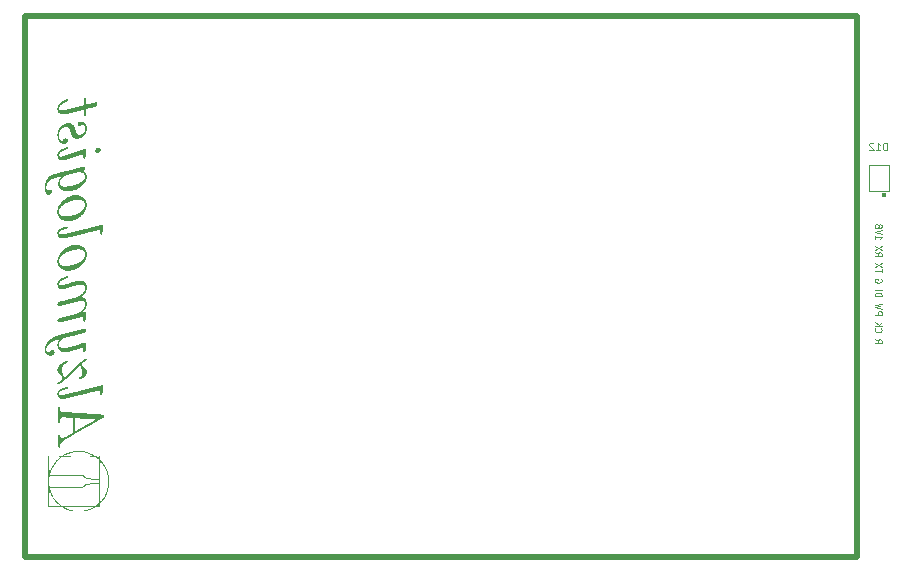
<source format=gbr>
%TF.GenerationSoftware,KiCad,Pcbnew,7.99.0-1761-g0fd2efa283*%
%TF.CreationDate,2023-08-22T00:04:27+03:00*%
%TF.ProjectId,Kampela_G2,4b616d70-656c-4615-9f47-322e6b696361,rev?*%
%TF.SameCoordinates,Original*%
%TF.FileFunction,Legend,Bot*%
%TF.FilePolarity,Positive*%
%FSLAX46Y46*%
G04 Gerber Fmt 4.6, Leading zero omitted, Abs format (unit mm)*
G04 Created by KiCad (PCBNEW 7.99.0-1761-g0fd2efa283) date 2023-08-22 00:04:27*
%MOMM*%
%LPD*%
G01*
G04 APERTURE LIST*
%ADD10C,0.500000*%
%ADD11C,0.120000*%
%ADD12C,0.400000*%
%ADD13C,0.000000*%
G04 APERTURE END LIST*
D10*
X91900000Y-96785000D02*
X91900000Y-142585000D01*
X162360000Y-142585000D02*
X91900000Y-142585000D01*
X162360000Y-96785000D02*
X91900000Y-96785000D01*
X162360000Y-96785000D02*
X162360000Y-142585000D01*
D11*
X163864668Y-124127005D02*
X164150382Y-124303672D01*
X163864668Y-124429862D02*
X164464668Y-124429862D01*
X164464668Y-124429862D02*
X164464668Y-124227957D01*
X164464668Y-124227957D02*
X164436097Y-124177481D01*
X164436097Y-124177481D02*
X164407525Y-124152243D01*
X164407525Y-124152243D02*
X164350382Y-124127005D01*
X164350382Y-124127005D02*
X164264668Y-124127005D01*
X164264668Y-124127005D02*
X164207525Y-124152243D01*
X164207525Y-124152243D02*
X164178954Y-124177481D01*
X164178954Y-124177481D02*
X164150382Y-124227957D01*
X164150382Y-124227957D02*
X164150382Y-124429862D01*
X163921811Y-123193195D02*
X163893240Y-123218433D01*
X163893240Y-123218433D02*
X163864668Y-123294147D01*
X163864668Y-123294147D02*
X163864668Y-123344623D01*
X163864668Y-123344623D02*
X163893240Y-123420338D01*
X163893240Y-123420338D02*
X163950382Y-123470814D01*
X163950382Y-123470814D02*
X164007525Y-123496052D01*
X164007525Y-123496052D02*
X164121811Y-123521290D01*
X164121811Y-123521290D02*
X164207525Y-123521290D01*
X164207525Y-123521290D02*
X164321811Y-123496052D01*
X164321811Y-123496052D02*
X164378954Y-123470814D01*
X164378954Y-123470814D02*
X164436097Y-123420338D01*
X164436097Y-123420338D02*
X164464668Y-123344623D01*
X164464668Y-123344623D02*
X164464668Y-123294147D01*
X164464668Y-123294147D02*
X164436097Y-123218433D01*
X164436097Y-123218433D02*
X164407525Y-123193195D01*
X163864668Y-122966052D02*
X164464668Y-122966052D01*
X163864668Y-122663195D02*
X164207525Y-122890338D01*
X164464668Y-122663195D02*
X164121811Y-122966052D01*
X163864668Y-122032242D02*
X164464668Y-122032242D01*
X164464668Y-122032242D02*
X164464668Y-121830337D01*
X164464668Y-121830337D02*
X164436097Y-121779861D01*
X164436097Y-121779861D02*
X164407525Y-121754623D01*
X164407525Y-121754623D02*
X164350382Y-121729385D01*
X164350382Y-121729385D02*
X164264668Y-121729385D01*
X164264668Y-121729385D02*
X164207525Y-121754623D01*
X164207525Y-121754623D02*
X164178954Y-121779861D01*
X164178954Y-121779861D02*
X164150382Y-121830337D01*
X164150382Y-121830337D02*
X164150382Y-122032242D01*
X164464668Y-121552718D02*
X163864668Y-121426528D01*
X163864668Y-121426528D02*
X164293240Y-121325575D01*
X164293240Y-121325575D02*
X163864668Y-121224623D01*
X163864668Y-121224623D02*
X164464668Y-121098433D01*
X163864668Y-120492718D02*
X164464668Y-120492718D01*
X164464668Y-120492718D02*
X164464668Y-120366528D01*
X164464668Y-120366528D02*
X164436097Y-120290813D01*
X164436097Y-120290813D02*
X164378954Y-120240337D01*
X164378954Y-120240337D02*
X164321811Y-120215099D01*
X164321811Y-120215099D02*
X164207525Y-120189861D01*
X164207525Y-120189861D02*
X164121811Y-120189861D01*
X164121811Y-120189861D02*
X164007525Y-120215099D01*
X164007525Y-120215099D02*
X163950382Y-120240337D01*
X163950382Y-120240337D02*
X163893240Y-120290813D01*
X163893240Y-120290813D02*
X163864668Y-120366528D01*
X163864668Y-120366528D02*
X163864668Y-120492718D01*
X163864668Y-119962718D02*
X164464668Y-119962718D01*
X164436097Y-119028908D02*
X164464668Y-119079384D01*
X164464668Y-119079384D02*
X164464668Y-119155098D01*
X164464668Y-119155098D02*
X164436097Y-119230813D01*
X164436097Y-119230813D02*
X164378954Y-119281289D01*
X164378954Y-119281289D02*
X164321811Y-119306527D01*
X164321811Y-119306527D02*
X164207525Y-119331765D01*
X164207525Y-119331765D02*
X164121811Y-119331765D01*
X164121811Y-119331765D02*
X164007525Y-119306527D01*
X164007525Y-119306527D02*
X163950382Y-119281289D01*
X163950382Y-119281289D02*
X163893240Y-119230813D01*
X163893240Y-119230813D02*
X163864668Y-119155098D01*
X163864668Y-119155098D02*
X163864668Y-119104622D01*
X163864668Y-119104622D02*
X163893240Y-119028908D01*
X163893240Y-119028908D02*
X163921811Y-119003670D01*
X163921811Y-119003670D02*
X164121811Y-119003670D01*
X164121811Y-119003670D02*
X164121811Y-119104622D01*
X164464668Y-118448431D02*
X164464668Y-118145574D01*
X163864668Y-118297003D02*
X164464668Y-118297003D01*
X164464668Y-118019383D02*
X163864668Y-117666050D01*
X164464668Y-117666050D02*
X163864668Y-118019383D01*
X163864668Y-116757478D02*
X164150382Y-116934145D01*
X163864668Y-117060335D02*
X164464668Y-117060335D01*
X164464668Y-117060335D02*
X164464668Y-116858430D01*
X164464668Y-116858430D02*
X164436097Y-116807954D01*
X164436097Y-116807954D02*
X164407525Y-116782716D01*
X164407525Y-116782716D02*
X164350382Y-116757478D01*
X164350382Y-116757478D02*
X164264668Y-116757478D01*
X164264668Y-116757478D02*
X164207525Y-116782716D01*
X164207525Y-116782716D02*
X164178954Y-116807954D01*
X164178954Y-116807954D02*
X164150382Y-116858430D01*
X164150382Y-116858430D02*
X164150382Y-117060335D01*
X164464668Y-116580811D02*
X163864668Y-116227478D01*
X164464668Y-116227478D02*
X163864668Y-116580811D01*
X163864668Y-115344144D02*
X163864668Y-115647001D01*
X163864668Y-115495573D02*
X164464668Y-115495573D01*
X164464668Y-115495573D02*
X164378954Y-115546049D01*
X164378954Y-115546049D02*
X164321811Y-115596525D01*
X164321811Y-115596525D02*
X164293240Y-115647001D01*
X164464668Y-115192715D02*
X163864668Y-115016049D01*
X163864668Y-115016049D02*
X164464668Y-114839382D01*
X164207525Y-114587001D02*
X164236097Y-114637477D01*
X164236097Y-114637477D02*
X164264668Y-114662715D01*
X164264668Y-114662715D02*
X164321811Y-114687953D01*
X164321811Y-114687953D02*
X164350382Y-114687953D01*
X164350382Y-114687953D02*
X164407525Y-114662715D01*
X164407525Y-114662715D02*
X164436097Y-114637477D01*
X164436097Y-114637477D02*
X164464668Y-114587001D01*
X164464668Y-114587001D02*
X164464668Y-114486048D01*
X164464668Y-114486048D02*
X164436097Y-114435572D01*
X164436097Y-114435572D02*
X164407525Y-114410334D01*
X164407525Y-114410334D02*
X164350382Y-114385096D01*
X164350382Y-114385096D02*
X164321811Y-114385096D01*
X164321811Y-114385096D02*
X164264668Y-114410334D01*
X164264668Y-114410334D02*
X164236097Y-114435572D01*
X164236097Y-114435572D02*
X164207525Y-114486048D01*
X164207525Y-114486048D02*
X164207525Y-114587001D01*
X164207525Y-114587001D02*
X164178954Y-114637477D01*
X164178954Y-114637477D02*
X164150382Y-114662715D01*
X164150382Y-114662715D02*
X164093240Y-114687953D01*
X164093240Y-114687953D02*
X163978954Y-114687953D01*
X163978954Y-114687953D02*
X163921811Y-114662715D01*
X163921811Y-114662715D02*
X163893240Y-114637477D01*
X163893240Y-114637477D02*
X163864668Y-114587001D01*
X163864668Y-114587001D02*
X163864668Y-114486048D01*
X163864668Y-114486048D02*
X163893240Y-114435572D01*
X163893240Y-114435572D02*
X163921811Y-114410334D01*
X163921811Y-114410334D02*
X163978954Y-114385096D01*
X163978954Y-114385096D02*
X164093240Y-114385096D01*
X164093240Y-114385096D02*
X164150382Y-114410334D01*
X164150382Y-114410334D02*
X164178954Y-114435572D01*
X164178954Y-114435572D02*
X164207525Y-114486048D01*
X164888571Y-108081331D02*
X164888571Y-107481331D01*
X164888571Y-107481331D02*
X164745714Y-107481331D01*
X164745714Y-107481331D02*
X164660000Y-107509902D01*
X164660000Y-107509902D02*
X164602857Y-107567045D01*
X164602857Y-107567045D02*
X164574286Y-107624188D01*
X164574286Y-107624188D02*
X164545714Y-107738474D01*
X164545714Y-107738474D02*
X164545714Y-107824188D01*
X164545714Y-107824188D02*
X164574286Y-107938474D01*
X164574286Y-107938474D02*
X164602857Y-107995617D01*
X164602857Y-107995617D02*
X164660000Y-108052760D01*
X164660000Y-108052760D02*
X164745714Y-108081331D01*
X164745714Y-108081331D02*
X164888571Y-108081331D01*
X163974286Y-108081331D02*
X164317143Y-108081331D01*
X164145714Y-108081331D02*
X164145714Y-107481331D01*
X164145714Y-107481331D02*
X164202857Y-107567045D01*
X164202857Y-107567045D02*
X164260000Y-107624188D01*
X164260000Y-107624188D02*
X164317143Y-107652760D01*
X163745714Y-107538474D02*
X163717142Y-107509902D01*
X163717142Y-107509902D02*
X163660000Y-107481331D01*
X163660000Y-107481331D02*
X163517142Y-107481331D01*
X163517142Y-107481331D02*
X163460000Y-107509902D01*
X163460000Y-107509902D02*
X163431428Y-107538474D01*
X163431428Y-107538474D02*
X163402857Y-107595617D01*
X163402857Y-107595617D02*
X163402857Y-107652760D01*
X163402857Y-107652760D02*
X163431428Y-107738474D01*
X163431428Y-107738474D02*
X163774285Y-108081331D01*
X163774285Y-108081331D02*
X163402857Y-108081331D01*
%TO.C,D12*%
X163360000Y-109390001D02*
X163360000Y-111590001D01*
X163360000Y-111590001D02*
X165060000Y-111590001D01*
X165060000Y-109390001D02*
X163360000Y-109390001D01*
X165060000Y-111590001D02*
X165060000Y-109390001D01*
D12*
X164660001Y-111890001D02*
G75*
G03*
X164660001Y-111890001I-1J0D01*
G01*
D13*
%TO.C,G\u002A\u002A\u002A*%
G36*
X98158398Y-107885047D02*
G01*
X98178885Y-107886809D01*
X98196804Y-107890098D01*
X98213405Y-107895204D01*
X98229935Y-107902417D01*
X98241385Y-107908588D01*
X98263331Y-107923782D01*
X98282307Y-107941818D01*
X98298213Y-107962496D01*
X98310950Y-107985617D01*
X98320417Y-108010981D01*
X98326514Y-108038388D01*
X98329142Y-108067640D01*
X98328200Y-108098537D01*
X98325960Y-108118004D01*
X98321870Y-108139281D01*
X98315950Y-108158850D01*
X98307882Y-108177321D01*
X98297347Y-108195303D01*
X98284027Y-108213407D01*
X98267602Y-108232240D01*
X98247755Y-108252414D01*
X98245012Y-108255063D01*
X98223045Y-108275000D01*
X98202203Y-108291433D01*
X98181958Y-108304674D01*
X98161783Y-108315035D01*
X98141151Y-108322829D01*
X98119535Y-108328367D01*
X98108061Y-108330026D01*
X98092708Y-108331062D01*
X98075555Y-108331324D01*
X98057797Y-108330846D01*
X98040628Y-108329662D01*
X98025244Y-108327808D01*
X98012841Y-108325316D01*
X98010625Y-108324710D01*
X97990389Y-108317696D01*
X97971287Y-108308542D01*
X97954831Y-108297962D01*
X97949131Y-108293359D01*
X97935013Y-108279445D01*
X97921851Y-108263065D01*
X97910193Y-108245118D01*
X97900588Y-108226505D01*
X97893582Y-108208127D01*
X97889723Y-108190885D01*
X97888501Y-108177622D01*
X97887802Y-108161067D01*
X97887720Y-108143518D01*
X97888259Y-108126608D01*
X97889427Y-108111975D01*
X97893002Y-108089397D01*
X97899927Y-108063730D01*
X97909933Y-108039558D01*
X97923293Y-108016346D01*
X97940278Y-107993558D01*
X97961160Y-107970659D01*
X97977512Y-107954910D01*
X97998087Y-107937525D01*
X98018733Y-107923043D01*
X98040316Y-107910867D01*
X98063706Y-107900403D01*
X98072921Y-107896927D01*
X98099323Y-107889344D01*
X98125996Y-107885393D01*
X98154175Y-107884864D01*
X98158398Y-107885047D01*
G37*
G36*
X96287919Y-111913783D02*
G01*
X96356070Y-111917174D01*
X96421747Y-111923849D01*
X96484917Y-111933802D01*
X96545544Y-111947023D01*
X96603593Y-111963504D01*
X96659031Y-111983238D01*
X96711822Y-112006217D01*
X96761932Y-112032431D01*
X96777521Y-112041534D01*
X96826188Y-112072762D01*
X96871881Y-112106491D01*
X96914497Y-112142581D01*
X96953933Y-112180890D01*
X96990085Y-112221278D01*
X97022851Y-112263606D01*
X97052126Y-112307731D01*
X97077809Y-112353515D01*
X97099795Y-112400816D01*
X97117981Y-112449494D01*
X97132265Y-112499408D01*
X97142542Y-112550418D01*
X97143252Y-112554874D01*
X97145183Y-112567353D01*
X97146815Y-112578725D01*
X97148171Y-112589475D01*
X97149275Y-112600086D01*
X97150152Y-112611044D01*
X97150826Y-112622832D01*
X97151321Y-112635933D01*
X97151662Y-112650834D01*
X97151874Y-112668016D01*
X97151979Y-112687965D01*
X97152003Y-112711165D01*
X97151970Y-112738099D01*
X97151759Y-112853064D01*
X97141820Y-112902637D01*
X97133935Y-112940322D01*
X97125736Y-112975755D01*
X97117188Y-113008552D01*
X97108023Y-113039512D01*
X97097972Y-113069437D01*
X97086765Y-113099127D01*
X97074133Y-113129383D01*
X97059806Y-113161006D01*
X97043515Y-113194797D01*
X97039950Y-113201959D01*
X97008913Y-113260386D01*
X96975141Y-113317160D01*
X96938424Y-113372555D01*
X96898551Y-113426846D01*
X96855311Y-113480308D01*
X96808493Y-113533217D01*
X96757887Y-113585846D01*
X96703281Y-113638472D01*
X96647874Y-113688375D01*
X96581140Y-113744194D01*
X96513700Y-113795943D01*
X96445439Y-113843688D01*
X96376241Y-113887494D01*
X96305988Y-113927428D01*
X96234564Y-113963554D01*
X96161854Y-113995939D01*
X96087739Y-114024647D01*
X96012105Y-114049745D01*
X95934833Y-114071298D01*
X95923129Y-114074211D01*
X95901929Y-114079170D01*
X95881136Y-114083565D01*
X95860397Y-114087423D01*
X95839355Y-114090773D01*
X95817654Y-114093641D01*
X95794940Y-114096055D01*
X95770856Y-114098042D01*
X95745047Y-114099631D01*
X95717158Y-114100848D01*
X95686833Y-114101722D01*
X95653716Y-114102279D01*
X95617452Y-114102548D01*
X95577685Y-114102555D01*
X95534060Y-114102329D01*
X95525088Y-114102263D01*
X95495525Y-114102030D01*
X95469657Y-114101773D01*
X95447075Y-114101452D01*
X95427367Y-114101029D01*
X95410125Y-114100466D01*
X95394940Y-114099722D01*
X95381401Y-114098760D01*
X95371470Y-114097774D01*
X95369099Y-114097539D01*
X95357623Y-114096023D01*
X95346566Y-114094170D01*
X95335516Y-114091944D01*
X95324064Y-114089304D01*
X95311801Y-114086212D01*
X95298316Y-114082629D01*
X95283201Y-114078516D01*
X95270880Y-114075063D01*
X95213196Y-114056528D01*
X95157515Y-114034694D01*
X95104003Y-114009680D01*
X95052827Y-113981607D01*
X95004151Y-113950594D01*
X94958141Y-113916762D01*
X94914963Y-113880231D01*
X94874781Y-113841119D01*
X94837762Y-113799548D01*
X94804072Y-113755636D01*
X94773874Y-113709505D01*
X94764314Y-113692971D01*
X94743777Y-113652620D01*
X94725468Y-113609679D01*
X94709671Y-113564995D01*
X94696669Y-113519414D01*
X94686743Y-113473783D01*
X94680177Y-113428947D01*
X94679869Y-113425964D01*
X94678533Y-113408451D01*
X94677573Y-113387544D01*
X94676979Y-113363917D01*
X94676741Y-113338244D01*
X94676850Y-113311199D01*
X94676916Y-113307081D01*
X94812137Y-113307081D01*
X94812289Y-113323141D01*
X94812620Y-113337033D01*
X94813135Y-113347733D01*
X94814392Y-113363506D01*
X94817738Y-113392290D01*
X94822458Y-113418159D01*
X94828843Y-113441727D01*
X94837187Y-113463609D01*
X94847782Y-113484420D01*
X94860920Y-113504774D01*
X94876893Y-113525287D01*
X94895995Y-113546573D01*
X94918518Y-113569247D01*
X94931892Y-113581857D01*
X94960912Y-113606670D01*
X94990043Y-113627890D01*
X95019940Y-113645891D01*
X95051258Y-113661045D01*
X95084651Y-113673723D01*
X95120773Y-113684298D01*
X95154253Y-113691780D01*
X95192619Y-113698228D01*
X95234013Y-113703282D01*
X95277946Y-113706934D01*
X95323929Y-113709176D01*
X95371470Y-113709999D01*
X95420082Y-113709396D01*
X95469273Y-113707357D01*
X95518555Y-113703876D01*
X95567437Y-113698943D01*
X95615431Y-113692552D01*
X95635145Y-113689477D01*
X95683536Y-113681041D01*
X95734325Y-113670967D01*
X95787735Y-113659203D01*
X95843990Y-113645696D01*
X95903313Y-113630393D01*
X95965928Y-113613241D01*
X96032059Y-113594187D01*
X96075302Y-113581149D01*
X96153942Y-113555779D01*
X96228593Y-113529434D01*
X96299338Y-113502076D01*
X96366260Y-113473670D01*
X96429444Y-113444179D01*
X96488971Y-113413568D01*
X96544927Y-113381799D01*
X96597394Y-113348837D01*
X96628201Y-113327936D01*
X96659800Y-113305172D01*
X96689760Y-113282016D01*
X96718849Y-113257827D01*
X96747835Y-113231963D01*
X96777487Y-113203784D01*
X96808573Y-113172647D01*
X96816981Y-113163971D01*
X96843342Y-113135703D01*
X96866751Y-113108701D01*
X96887721Y-113082261D01*
X96906764Y-113055679D01*
X96924392Y-113028252D01*
X96941116Y-112999277D01*
X96957449Y-112968048D01*
X96964356Y-112954078D01*
X96977284Y-112926667D01*
X96988046Y-112901719D01*
X96996838Y-112878579D01*
X97003859Y-112856592D01*
X97009308Y-112835102D01*
X97013382Y-112813454D01*
X97016279Y-112790991D01*
X97018197Y-112767060D01*
X97018450Y-112762199D01*
X97018877Y-112747232D01*
X97018967Y-112730132D01*
X97018746Y-112711805D01*
X97018245Y-112693159D01*
X97017490Y-112675101D01*
X97016512Y-112658539D01*
X97015338Y-112644378D01*
X97013998Y-112633528D01*
X97013459Y-112630377D01*
X97008438Y-112609977D01*
X97000647Y-112587735D01*
X96990450Y-112564430D01*
X96978217Y-112540840D01*
X96964314Y-112517744D01*
X96949108Y-112495921D01*
X96943826Y-112489063D01*
X96917654Y-112459275D01*
X96888179Y-112432003D01*
X96855502Y-112407296D01*
X96819727Y-112385200D01*
X96780955Y-112365763D01*
X96739288Y-112349030D01*
X96694828Y-112335050D01*
X96647677Y-112323868D01*
X96597938Y-112315533D01*
X96545712Y-112310092D01*
X96544019Y-112309967D01*
X96497927Y-112307457D01*
X96451094Y-112306651D01*
X96403225Y-112307584D01*
X96354026Y-112310290D01*
X96303203Y-112314806D01*
X96250462Y-112321167D01*
X96195508Y-112329407D01*
X96138047Y-112339563D01*
X96077785Y-112351669D01*
X96014427Y-112365761D01*
X95947681Y-112381874D01*
X95860345Y-112404840D01*
X95773984Y-112429941D01*
X95691061Y-112456549D01*
X95611626Y-112484640D01*
X95535728Y-112514188D01*
X95463418Y-112545168D01*
X95394748Y-112577556D01*
X95329767Y-112611327D01*
X95268525Y-112646455D01*
X95211074Y-112682915D01*
X95157463Y-112720683D01*
X95107744Y-112759733D01*
X95061966Y-112800041D01*
X95020180Y-112841581D01*
X95011557Y-112850806D01*
X94975491Y-112891598D01*
X94943293Y-112931934D01*
X94914751Y-112972151D01*
X94889652Y-113012586D01*
X94867783Y-113053576D01*
X94848933Y-113095459D01*
X94832888Y-113138572D01*
X94828958Y-113150544D01*
X94824041Y-113166873D01*
X94820359Y-113181498D01*
X94817634Y-113195738D01*
X94815587Y-113210908D01*
X94813941Y-113228327D01*
X94813811Y-113230034D01*
X94813174Y-113241600D01*
X94812682Y-113256110D01*
X94812341Y-113272542D01*
X94812157Y-113289873D01*
X94812137Y-113307081D01*
X94676916Y-113307081D01*
X94677294Y-113283457D01*
X94678065Y-113255692D01*
X94679152Y-113228577D01*
X94680544Y-113202788D01*
X94682233Y-113178998D01*
X94684208Y-113157881D01*
X94690366Y-113112255D01*
X94702171Y-113052384D01*
X94718194Y-112992618D01*
X94738433Y-112932956D01*
X94762890Y-112873397D01*
X94791564Y-112813941D01*
X94824456Y-112754588D01*
X94861565Y-112695338D01*
X94902695Y-112636296D01*
X94950483Y-112574059D01*
X95001849Y-112513115D01*
X95056500Y-112453735D01*
X95114139Y-112396189D01*
X95174474Y-112340746D01*
X95237209Y-112287677D01*
X95302051Y-112237251D01*
X95368705Y-112189737D01*
X95436876Y-112145407D01*
X95506270Y-112104528D01*
X95507366Y-112103916D01*
X95574838Y-112068667D01*
X95644613Y-112036820D01*
X95716406Y-112008449D01*
X95789929Y-111983626D01*
X95864898Y-111962425D01*
X95941025Y-111944920D01*
X96018026Y-111931183D01*
X96095614Y-111921289D01*
X96173503Y-111915311D01*
X96251407Y-111913321D01*
X96287919Y-111913783D01*
G37*
G36*
X96300664Y-116115458D02*
G01*
X96332938Y-116117060D01*
X96396269Y-116122299D01*
X96456642Y-116130251D01*
X96514300Y-116140987D01*
X96569485Y-116154578D01*
X96622438Y-116171097D01*
X96673403Y-116190614D01*
X96722619Y-116213201D01*
X96770331Y-116238930D01*
X96816778Y-116267871D01*
X96842042Y-116285401D01*
X96884643Y-116318278D01*
X96924987Y-116353693D01*
X96962449Y-116391080D01*
X96996403Y-116429876D01*
X97007174Y-116443436D01*
X97038792Y-116487601D01*
X97066608Y-116533588D01*
X97090605Y-116581353D01*
X97110763Y-116630852D01*
X97127065Y-116682042D01*
X97139491Y-116734878D01*
X97148023Y-116789316D01*
X97148833Y-116797462D01*
X97149836Y-116811776D01*
X97150715Y-116829220D01*
X97151459Y-116849165D01*
X97152059Y-116870985D01*
X97152507Y-116894051D01*
X97152793Y-116917735D01*
X97152907Y-116941410D01*
X97152841Y-116964448D01*
X97152585Y-116986222D01*
X97152130Y-117006104D01*
X97151467Y-117023466D01*
X97150912Y-117034320D01*
X97150033Y-117048320D01*
X97148973Y-117060448D01*
X97147578Y-117071901D01*
X97145695Y-117083875D01*
X97143172Y-117097566D01*
X97139854Y-117114172D01*
X97139233Y-117117207D01*
X97136053Y-117132444D01*
X97132796Y-117147618D01*
X97129687Y-117161709D01*
X97126949Y-117173699D01*
X97124807Y-117182569D01*
X97117901Y-117208247D01*
X97099083Y-117267405D01*
X97076236Y-117326683D01*
X97049481Y-117385892D01*
X97018939Y-117444843D01*
X96984730Y-117503349D01*
X96946973Y-117561219D01*
X96905790Y-117618265D01*
X96861300Y-117674300D01*
X96813624Y-117729134D01*
X96762883Y-117782578D01*
X96709195Y-117834444D01*
X96671551Y-117868651D01*
X96610910Y-117921004D01*
X96550662Y-117969508D01*
X96490512Y-118014337D01*
X96430162Y-118055664D01*
X96369315Y-118093661D01*
X96307676Y-118128501D01*
X96244948Y-118160358D01*
X96180834Y-118189405D01*
X96115038Y-118215814D01*
X96047263Y-118239758D01*
X95977213Y-118261411D01*
X95960341Y-118266176D01*
X95934881Y-118272924D01*
X95910063Y-118278888D01*
X95885482Y-118284109D01*
X95860733Y-118288632D01*
X95835412Y-118292498D01*
X95809116Y-118295750D01*
X95781440Y-118298430D01*
X95751979Y-118300581D01*
X95720329Y-118302246D01*
X95686087Y-118303466D01*
X95648847Y-118304285D01*
X95608206Y-118304745D01*
X95563759Y-118304888D01*
X95558641Y-118304887D01*
X95524939Y-118304812D01*
X95494989Y-118304596D01*
X95468387Y-118304209D01*
X95444723Y-118303616D01*
X95423593Y-118302787D01*
X95404588Y-118301688D01*
X95387302Y-118300288D01*
X95372925Y-118298728D01*
X95371329Y-118298555D01*
X95356262Y-118296456D01*
X95341693Y-118293959D01*
X95327217Y-118291032D01*
X95312425Y-118287642D01*
X95296912Y-118283758D01*
X95278186Y-118278723D01*
X95218259Y-118259923D01*
X95160587Y-118237584D01*
X95105043Y-118211644D01*
X95051499Y-118182041D01*
X94999829Y-118148710D01*
X94949906Y-118111590D01*
X94939448Y-118102847D01*
X94926234Y-118091023D01*
X94911557Y-118077281D01*
X94896082Y-118062285D01*
X94880473Y-118046698D01*
X94865393Y-118031184D01*
X94851505Y-118016405D01*
X94839474Y-118003025D01*
X94829963Y-117991707D01*
X94818970Y-117977525D01*
X94794385Y-117942804D01*
X94771487Y-117906277D01*
X94750992Y-117869128D01*
X94733619Y-117832544D01*
X94728452Y-117820145D01*
X94717086Y-117789356D01*
X94706563Y-117756065D01*
X94697189Y-117721453D01*
X94689269Y-117686701D01*
X94683108Y-117652989D01*
X94679013Y-117621497D01*
X94679007Y-117621444D01*
X94678435Y-117612834D01*
X94678009Y-117600594D01*
X94677721Y-117585304D01*
X94677566Y-117567547D01*
X94677536Y-117547902D01*
X94677625Y-117526952D01*
X94677704Y-117518393D01*
X94812577Y-117518393D01*
X94812783Y-117535146D01*
X94813215Y-117549802D01*
X94813886Y-117561610D01*
X94814201Y-117565472D01*
X94817724Y-117595742D01*
X94822994Y-117622852D01*
X94830256Y-117647509D01*
X94839753Y-117670420D01*
X94851731Y-117692293D01*
X94866433Y-117713837D01*
X94873914Y-117723177D01*
X94884479Y-117735216D01*
X94896893Y-117748541D01*
X94910427Y-117762420D01*
X94924352Y-117776122D01*
X94937940Y-117788918D01*
X94950463Y-117800076D01*
X94961191Y-117808866D01*
X94961996Y-117809483D01*
X94986662Y-117827134D01*
X95012050Y-117842809D01*
X95038496Y-117856601D01*
X95066338Y-117868602D01*
X95095911Y-117878906D01*
X95127552Y-117887606D01*
X95161597Y-117894793D01*
X95198384Y-117900562D01*
X95238248Y-117905005D01*
X95281526Y-117908214D01*
X95328554Y-117910284D01*
X95372925Y-117911128D01*
X95422645Y-117910694D01*
X95471910Y-117908710D01*
X95521236Y-117905112D01*
X95571142Y-117899836D01*
X95622143Y-117892818D01*
X95674757Y-117883995D01*
X95729501Y-117873301D01*
X95786892Y-117860673D01*
X95847446Y-117846048D01*
X95864676Y-117841692D01*
X95941142Y-117821599D01*
X96013695Y-117801227D01*
X96082583Y-117780491D01*
X96148055Y-117759304D01*
X96210359Y-117737580D01*
X96269743Y-117715235D01*
X96326455Y-117692182D01*
X96380743Y-117668335D01*
X96432856Y-117643608D01*
X96442921Y-117638612D01*
X96496661Y-117610649D01*
X96546836Y-117582182D01*
X96594003Y-117552815D01*
X96638715Y-117522153D01*
X96681529Y-117489799D01*
X96722999Y-117455358D01*
X96763680Y-117418432D01*
X96804128Y-117378625D01*
X96820107Y-117362070D01*
X96847432Y-117332367D01*
X96871825Y-117303717D01*
X96893755Y-117275429D01*
X96913690Y-117246811D01*
X96932100Y-117217173D01*
X96949454Y-117185823D01*
X96966219Y-117152072D01*
X96982865Y-117115227D01*
X96983152Y-117114563D01*
X96993656Y-117088555D01*
X97002187Y-117063401D01*
X97008856Y-117038403D01*
X97013772Y-117012860D01*
X97017046Y-116986072D01*
X97018788Y-116957340D01*
X97019109Y-116925963D01*
X97018117Y-116891242D01*
X97017826Y-116884884D01*
X97016627Y-116863910D01*
X97015085Y-116846137D01*
X97013018Y-116830767D01*
X97010239Y-116816999D01*
X97006567Y-116804034D01*
X97001816Y-116791074D01*
X96995802Y-116777319D01*
X96988342Y-116761969D01*
X96981118Y-116748152D01*
X96959963Y-116713213D01*
X96936155Y-116681417D01*
X96909444Y-116652485D01*
X96879579Y-116626133D01*
X96846310Y-116602081D01*
X96843344Y-116600173D01*
X96828712Y-116591508D01*
X96811468Y-116582237D01*
X96792744Y-116572910D01*
X96773676Y-116564076D01*
X96755398Y-116556286D01*
X96739046Y-116550090D01*
X96734923Y-116548673D01*
X96687422Y-116534546D01*
X96636972Y-116523425D01*
X96583586Y-116515310D01*
X96527274Y-116510200D01*
X96468048Y-116508096D01*
X96405917Y-116508997D01*
X96340894Y-116512903D01*
X96272990Y-116519815D01*
X96202215Y-116529731D01*
X96128581Y-116542653D01*
X96052099Y-116558578D01*
X96034451Y-116562565D01*
X95937580Y-116585867D01*
X95844618Y-116610701D01*
X95755568Y-116637065D01*
X95670432Y-116664957D01*
X95589212Y-116694378D01*
X95511910Y-116725326D01*
X95438529Y-116757799D01*
X95369070Y-116791798D01*
X95303536Y-116827321D01*
X95241929Y-116864367D01*
X95184252Y-116902935D01*
X95130505Y-116943024D01*
X95080693Y-116984634D01*
X95061049Y-117002566D01*
X95024162Y-117039093D01*
X94988399Y-117078155D01*
X94954736Y-117118663D01*
X94924149Y-117159526D01*
X94905622Y-117187338D01*
X94887356Y-117218049D01*
X94870465Y-117249841D01*
X94855237Y-117282061D01*
X94841964Y-117314053D01*
X94830935Y-117345162D01*
X94822440Y-117374734D01*
X94816768Y-117402113D01*
X94816314Y-117405383D01*
X94815320Y-117415821D01*
X94814457Y-117429411D01*
X94813738Y-117445403D01*
X94813177Y-117463048D01*
X94812788Y-117481594D01*
X94812583Y-117500292D01*
X94812577Y-117518393D01*
X94677704Y-117518393D01*
X94677826Y-117505276D01*
X94678132Y-117483458D01*
X94678536Y-117462077D01*
X94679032Y-117441714D01*
X94679613Y-117422951D01*
X94680272Y-117406370D01*
X94681002Y-117392550D01*
X94681797Y-117382074D01*
X94684799Y-117353574D01*
X94689093Y-117320819D01*
X94694233Y-117289912D01*
X94700431Y-117259938D01*
X94707899Y-117229980D01*
X94716852Y-117199123D01*
X94727500Y-117166451D01*
X94740056Y-117131048D01*
X94746819Y-117113194D01*
X94769606Y-117059827D01*
X94796277Y-117006095D01*
X94826620Y-116952209D01*
X94860421Y-116898380D01*
X94897467Y-116844820D01*
X94937545Y-116791738D01*
X94980443Y-116739346D01*
X95025947Y-116687857D01*
X95073844Y-116637479D01*
X95123921Y-116588426D01*
X95175966Y-116540907D01*
X95229765Y-116495134D01*
X95285106Y-116451319D01*
X95341775Y-116409672D01*
X95399559Y-116370404D01*
X95458246Y-116333726D01*
X95517622Y-116299850D01*
X95577474Y-116268987D01*
X95637590Y-116241348D01*
X95641676Y-116239593D01*
X95711352Y-116211875D01*
X95782903Y-116187451D01*
X95855906Y-116166400D01*
X95929936Y-116148804D01*
X96004569Y-116134743D01*
X96079383Y-116124298D01*
X96153952Y-116117548D01*
X96227854Y-116114575D01*
X96300664Y-116115458D01*
G37*
G36*
X95531073Y-107859768D02*
G01*
X95540335Y-107861887D01*
X95545020Y-107864138D01*
X95554458Y-107871232D01*
X95562904Y-107880765D01*
X95569235Y-107891582D01*
X95570335Y-107894320D01*
X95573488Y-107905628D01*
X95575663Y-107918992D01*
X95576650Y-107932792D01*
X95576238Y-107945407D01*
X95576139Y-107946346D01*
X95574450Y-107957429D01*
X95571747Y-107967526D01*
X95567775Y-107976807D01*
X95562277Y-107985446D01*
X95554999Y-107993613D01*
X95545685Y-108001480D01*
X95534079Y-108009220D01*
X95519927Y-108017003D01*
X95502972Y-108025003D01*
X95482960Y-108033390D01*
X95459634Y-108042337D01*
X95432740Y-108052016D01*
X95402021Y-108062598D01*
X95384511Y-108068562D01*
X95354306Y-108079020D01*
X95327304Y-108088620D01*
X95302949Y-108097569D01*
X95280686Y-108106073D01*
X95259959Y-108114338D01*
X95240212Y-108122569D01*
X95216259Y-108132957D01*
X95158677Y-108159588D01*
X95105214Y-108186804D01*
X95055880Y-108214600D01*
X95010686Y-108242968D01*
X94969643Y-108271901D01*
X94932761Y-108301394D01*
X94900052Y-108331438D01*
X94896331Y-108335147D01*
X94877379Y-108355045D01*
X94861596Y-108373645D01*
X94848544Y-108391591D01*
X94837789Y-108409533D01*
X94828894Y-108428115D01*
X94821422Y-108447984D01*
X94820012Y-108452308D01*
X94812917Y-108478457D01*
X94808836Y-108503405D01*
X94807549Y-108528422D01*
X94808658Y-108548205D01*
X94813092Y-108570804D01*
X94820876Y-108590849D01*
X94831973Y-108608292D01*
X94846345Y-108623088D01*
X94863953Y-108635192D01*
X94884761Y-108644558D01*
X94908731Y-108651140D01*
X94922214Y-108653040D01*
X94939574Y-108653980D01*
X94958869Y-108653824D01*
X94979003Y-108652613D01*
X94998882Y-108650385D01*
X95017409Y-108647181D01*
X95027145Y-108645091D01*
X95046915Y-108640610D01*
X95068029Y-108635511D01*
X95090708Y-108629731D01*
X95115173Y-108623204D01*
X95141642Y-108615868D01*
X95170336Y-108607657D01*
X95201474Y-108598507D01*
X95235277Y-108588355D01*
X95271965Y-108577135D01*
X95311756Y-108564785D01*
X95354873Y-108551239D01*
X95401533Y-108536433D01*
X95451958Y-108520304D01*
X95453748Y-108519729D01*
X95466591Y-108515567D01*
X95483081Y-108510178D01*
X95502918Y-108503662D01*
X95525801Y-108496120D01*
X95551429Y-108487651D01*
X95579502Y-108478357D01*
X95609720Y-108468338D01*
X95641780Y-108457693D01*
X95675384Y-108446524D01*
X95710229Y-108434930D01*
X95746016Y-108423013D01*
X95782443Y-108410871D01*
X95819211Y-108398606D01*
X95856018Y-108386318D01*
X95892563Y-108374107D01*
X95928547Y-108362074D01*
X95963667Y-108350318D01*
X95997625Y-108338941D01*
X96030118Y-108328043D01*
X96060847Y-108317723D01*
X96089511Y-108308083D01*
X96115808Y-108299222D01*
X96139438Y-108291241D01*
X96160102Y-108284240D01*
X96177497Y-108278320D01*
X96191323Y-108273581D01*
X96227368Y-108261124D01*
X96274850Y-108244590D01*
X96318491Y-108229235D01*
X96358401Y-108215016D01*
X96394691Y-108201894D01*
X96427471Y-108189827D01*
X96456852Y-108178774D01*
X96482944Y-108168693D01*
X96505858Y-108159544D01*
X96525703Y-108151285D01*
X96542591Y-108143874D01*
X96556632Y-108137271D01*
X96569720Y-108130991D01*
X96591541Y-108121171D01*
X96614269Y-108111772D01*
X96638268Y-108102680D01*
X96663902Y-108093781D01*
X96691532Y-108084962D01*
X96721523Y-108076107D01*
X96754237Y-108067104D01*
X96790037Y-108057837D01*
X96829286Y-108048193D01*
X96872348Y-108038057D01*
X96901373Y-108031383D01*
X96927346Y-108025500D01*
X96949867Y-108020525D01*
X96969262Y-108016409D01*
X96985857Y-108013102D01*
X96999979Y-108010554D01*
X97011954Y-108008714D01*
X97022107Y-108007533D01*
X97030766Y-108006961D01*
X97038255Y-108006948D01*
X97044902Y-108007443D01*
X97051033Y-108008398D01*
X97056973Y-108009761D01*
X97062907Y-108011556D01*
X97074120Y-108017106D01*
X97082824Y-108025292D01*
X97089953Y-108036881D01*
X97091925Y-108041188D01*
X97095397Y-108050638D01*
X97098339Y-108061627D01*
X97100784Y-108074489D01*
X97102763Y-108089560D01*
X97104310Y-108107171D01*
X97105457Y-108127658D01*
X97106236Y-108151353D01*
X97106681Y-108178591D01*
X97106823Y-108209706D01*
X97106828Y-108280989D01*
X97095317Y-108339437D01*
X97094285Y-108344704D01*
X97090071Y-108366927D01*
X97086229Y-108388533D01*
X97082688Y-108410060D01*
X97079377Y-108432043D01*
X97076226Y-108455018D01*
X97073163Y-108479523D01*
X97070117Y-108506093D01*
X97067018Y-108535265D01*
X97063794Y-108567575D01*
X97060374Y-108603559D01*
X97058761Y-108620176D01*
X97056816Y-108639039D01*
X97054743Y-108658202D01*
X97052705Y-108676165D01*
X97050863Y-108691425D01*
X97048026Y-108712847D01*
X97044630Y-108735159D01*
X97041137Y-108754029D01*
X97037411Y-108769883D01*
X97033319Y-108783143D01*
X97028726Y-108794232D01*
X97023499Y-108803576D01*
X97017504Y-108811598D01*
X97010606Y-108818721D01*
X96999590Y-108827108D01*
X96985754Y-108834362D01*
X96970649Y-108839645D01*
X96955044Y-108842856D01*
X96939706Y-108843894D01*
X96925403Y-108842657D01*
X96912904Y-108839043D01*
X96902975Y-108832951D01*
X96900576Y-108830711D01*
X96896064Y-108825531D01*
X96892080Y-108819327D01*
X96888560Y-108811780D01*
X96885442Y-108802571D01*
X96882661Y-108791380D01*
X96880154Y-108777888D01*
X96877857Y-108761776D01*
X96875707Y-108742724D01*
X96873641Y-108720412D01*
X96871594Y-108694521D01*
X96869504Y-108664733D01*
X96867383Y-108635052D01*
X96865189Y-108608681D01*
X96862904Y-108585831D01*
X96860473Y-108566151D01*
X96857843Y-108549288D01*
X96854956Y-108534890D01*
X96851759Y-108522607D01*
X96848197Y-108512085D01*
X96844214Y-108502973D01*
X96843152Y-108500878D01*
X96835412Y-108488703D01*
X96825984Y-108479380D01*
X96813719Y-108471734D01*
X96810619Y-108470455D01*
X96803587Y-108469075D01*
X96794482Y-108468950D01*
X96782996Y-108470132D01*
X96768823Y-108472670D01*
X96751652Y-108476614D01*
X96731176Y-108482013D01*
X96707086Y-108488917D01*
X96701184Y-108490671D01*
X96691082Y-108493720D01*
X96679882Y-108497158D01*
X96667431Y-108501035D01*
X96653578Y-108505401D01*
X96638168Y-108510307D01*
X96621050Y-108515802D01*
X96602070Y-108521936D01*
X96581077Y-108528760D01*
X96557916Y-108536323D01*
X96532435Y-108544677D01*
X96504482Y-108553870D01*
X96473904Y-108563953D01*
X96440548Y-108574976D01*
X96404261Y-108586990D01*
X96364890Y-108600044D01*
X96322283Y-108614188D01*
X96276287Y-108629473D01*
X96226749Y-108645948D01*
X96173517Y-108663664D01*
X96116437Y-108682672D01*
X96098116Y-108688772D01*
X96012940Y-108717080D01*
X95930048Y-108744540D01*
X95849779Y-108771041D01*
X95772472Y-108796471D01*
X95698465Y-108820719D01*
X95628097Y-108843673D01*
X95620021Y-108846295D01*
X95554031Y-108867249D01*
X95491691Y-108886169D01*
X95432964Y-108903065D01*
X95377815Y-108917945D01*
X95326206Y-108930818D01*
X95278099Y-108941691D01*
X95233460Y-108950574D01*
X95192249Y-108957474D01*
X95154432Y-108962400D01*
X95119970Y-108965361D01*
X95088827Y-108966364D01*
X95073014Y-108966095D01*
X95031824Y-108962733D01*
X94991382Y-108955638D01*
X94952042Y-108944955D01*
X94914154Y-108930825D01*
X94878073Y-108913392D01*
X94844150Y-108892799D01*
X94812738Y-108869188D01*
X94784190Y-108842704D01*
X94777193Y-108835311D01*
X94753448Y-108807145D01*
X94733036Y-108777528D01*
X94715813Y-108746130D01*
X94701636Y-108712625D01*
X94690359Y-108676683D01*
X94681839Y-108637976D01*
X94675932Y-108596175D01*
X94675528Y-108589864D01*
X94675311Y-108579472D01*
X94675326Y-108566438D01*
X94675548Y-108551593D01*
X94675949Y-108535771D01*
X94676506Y-108519803D01*
X94677192Y-108504521D01*
X94677982Y-108490759D01*
X94678851Y-108479348D01*
X94679772Y-108471121D01*
X94684999Y-108441766D01*
X94692560Y-108411347D01*
X94702299Y-108381990D01*
X94714420Y-108353337D01*
X94729129Y-108325031D01*
X94746630Y-108296714D01*
X94767128Y-108268028D01*
X94790828Y-108238616D01*
X94817935Y-108208120D01*
X94848652Y-108176182D01*
X94853490Y-108171327D01*
X94872339Y-108152646D01*
X94889090Y-108136520D01*
X94904310Y-108122464D01*
X94918568Y-108109992D01*
X94932430Y-108098619D01*
X94946466Y-108087860D01*
X94961243Y-108077230D01*
X94977329Y-108066244D01*
X94980396Y-108064210D01*
X95002764Y-108050257D01*
X95028597Y-108035447D01*
X95057370Y-108020006D01*
X95088560Y-108004164D01*
X95121643Y-107988150D01*
X95156096Y-107972191D01*
X95191395Y-107956515D01*
X95227017Y-107941352D01*
X95262438Y-107926930D01*
X95297135Y-107913477D01*
X95330583Y-107901221D01*
X95362261Y-107890391D01*
X95391643Y-107881215D01*
X95418206Y-107873922D01*
X95419592Y-107873575D01*
X95442354Y-107868360D01*
X95464104Y-107864245D01*
X95484345Y-107861280D01*
X95502584Y-107859513D01*
X95518325Y-107858993D01*
X95531073Y-107859768D01*
G37*
G36*
X98478503Y-114424926D02*
G01*
X98481069Y-114425563D01*
X98483644Y-114426493D01*
X98486634Y-114427650D01*
X98494227Y-114431011D01*
X98508489Y-114440578D01*
X98520379Y-114453201D01*
X98529438Y-114468336D01*
X98535210Y-114485439D01*
X98536107Y-114490672D01*
X98537186Y-114502504D01*
X98537805Y-114518467D01*
X98537962Y-114538522D01*
X98537939Y-114543294D01*
X98537800Y-114555315D01*
X98537510Y-114566683D01*
X98537024Y-114578003D01*
X98536298Y-114589880D01*
X98535286Y-114602919D01*
X98533943Y-114617726D01*
X98532223Y-114634905D01*
X98530081Y-114655062D01*
X98527473Y-114678801D01*
X98525930Y-114692841D01*
X98522252Y-114727306D01*
X98518410Y-114764584D01*
X98514500Y-114803705D01*
X98510616Y-114843702D01*
X98506857Y-114883604D01*
X98503317Y-114922444D01*
X98501288Y-114945015D01*
X98497859Y-114982519D01*
X98494696Y-115016164D01*
X98491770Y-115046177D01*
X98489051Y-115072781D01*
X98486510Y-115096203D01*
X98484116Y-115116666D01*
X98481841Y-115134396D01*
X98479654Y-115149617D01*
X98477527Y-115162555D01*
X98475430Y-115173434D01*
X98473332Y-115182478D01*
X98471206Y-115189913D01*
X98469020Y-115195964D01*
X98466746Y-115200856D01*
X98464160Y-115205390D01*
X98454812Y-115218507D01*
X98443491Y-115230849D01*
X98431271Y-115241332D01*
X98419227Y-115248871D01*
X98417125Y-115249894D01*
X98410026Y-115252998D01*
X98403825Y-115254757D01*
X98396817Y-115255534D01*
X98387302Y-115255692D01*
X98379992Y-115255564D01*
X98372069Y-115254880D01*
X98365935Y-115253376D01*
X98360165Y-115250796D01*
X98354802Y-115247629D01*
X98343598Y-115238961D01*
X98333868Y-115228781D01*
X98326919Y-115218365D01*
X98324751Y-115213770D01*
X98321612Y-115205642D01*
X98318801Y-115196164D01*
X98316250Y-115184929D01*
X98313888Y-115171525D01*
X98311648Y-115155543D01*
X98309460Y-115136574D01*
X98307254Y-115114209D01*
X98304963Y-115088037D01*
X98304630Y-115084062D01*
X98301905Y-115053178D01*
X98299226Y-115026117D01*
X98296505Y-115002529D01*
X98293656Y-114982062D01*
X98290593Y-114964365D01*
X98287228Y-114949087D01*
X98283477Y-114935877D01*
X98279253Y-114924384D01*
X98274468Y-114914256D01*
X98269038Y-114905143D01*
X98262875Y-114896694D01*
X98255893Y-114888557D01*
X98247312Y-114879624D01*
X98239885Y-114873309D01*
X98232577Y-114869218D01*
X98224309Y-114866907D01*
X98214004Y-114865934D01*
X98200583Y-114865857D01*
X98197904Y-114865908D01*
X98192475Y-114866109D01*
X98186822Y-114866480D01*
X98180705Y-114867075D01*
X98173879Y-114867944D01*
X98166104Y-114869140D01*
X98157136Y-114870715D01*
X98146734Y-114872719D01*
X98134656Y-114875204D01*
X98120658Y-114878223D01*
X98104500Y-114881827D01*
X98085938Y-114886068D01*
X98064731Y-114890998D01*
X98040636Y-114896667D01*
X98013411Y-114903129D01*
X97982813Y-114910434D01*
X97948601Y-114918635D01*
X97910533Y-114927782D01*
X97890149Y-114932686D01*
X97860999Y-114939707D01*
X97832346Y-114946618D01*
X97804021Y-114953462D01*
X97775852Y-114960279D01*
X97747672Y-114967113D01*
X97719308Y-114974004D01*
X97690592Y-114980996D01*
X97661353Y-114988129D01*
X97631421Y-114995446D01*
X97600627Y-115002989D01*
X97568800Y-115010800D01*
X97535770Y-115018921D01*
X97501367Y-115027393D01*
X97465421Y-115036258D01*
X97427763Y-115045559D01*
X97388221Y-115055338D01*
X97346627Y-115065636D01*
X97302810Y-115076495D01*
X97256600Y-115087958D01*
X97207827Y-115100066D01*
X97156321Y-115112861D01*
X97101913Y-115126385D01*
X97044431Y-115140680D01*
X96983706Y-115155788D01*
X96919568Y-115171751D01*
X96851847Y-115188611D01*
X96780373Y-115206410D01*
X96704976Y-115225190D01*
X96696410Y-115227324D01*
X96600178Y-115251291D01*
X96507963Y-115274250D01*
X96419699Y-115296218D01*
X96335317Y-115317212D01*
X96254749Y-115337249D01*
X96177926Y-115356345D01*
X96104782Y-115374517D01*
X96035247Y-115391782D01*
X95969254Y-115408157D01*
X95906735Y-115423658D01*
X95847621Y-115438303D01*
X95791844Y-115452109D01*
X95739337Y-115465091D01*
X95690031Y-115477268D01*
X95643859Y-115488655D01*
X95600751Y-115499270D01*
X95560641Y-115509129D01*
X95523459Y-115518250D01*
X95489138Y-115526648D01*
X95457611Y-115534342D01*
X95428808Y-115541347D01*
X95402661Y-115547681D01*
X95379103Y-115553360D01*
X95358066Y-115558401D01*
X95339481Y-115562822D01*
X95323281Y-115566638D01*
X95298111Y-115572140D01*
X95272520Y-115576746D01*
X95247355Y-115580113D01*
X95221469Y-115582365D01*
X95193720Y-115583624D01*
X95162962Y-115584017D01*
X95133063Y-115583625D01*
X95098615Y-115581947D01*
X95066984Y-115578821D01*
X95037486Y-115574111D01*
X95009438Y-115567679D01*
X94982156Y-115559387D01*
X94954958Y-115549100D01*
X94927159Y-115536678D01*
X94912369Y-115529331D01*
X94873784Y-115507212D01*
X94838396Y-115482370D01*
X94806234Y-115454835D01*
X94777327Y-115424640D01*
X94751702Y-115391816D01*
X94729390Y-115356394D01*
X94710417Y-115318408D01*
X94694813Y-115277888D01*
X94691081Y-115266171D01*
X94684506Y-115241412D01*
X94679918Y-115216620D01*
X94676909Y-115189786D01*
X94675383Y-115161914D01*
X94675230Y-115132850D01*
X94676385Y-115103566D01*
X94678776Y-115074927D01*
X94682330Y-115047800D01*
X94686976Y-115023052D01*
X94692640Y-115001549D01*
X94701624Y-114977817D01*
X94714500Y-114951984D01*
X94730560Y-114925682D01*
X94749429Y-114899474D01*
X94770732Y-114873922D01*
X94794094Y-114849587D01*
X94813326Y-114831721D01*
X94836898Y-114811909D01*
X94861964Y-114793098D01*
X94889053Y-114774936D01*
X94918698Y-114757068D01*
X94951430Y-114739143D01*
X94987779Y-114720806D01*
X94997365Y-114716211D01*
X95027693Y-114702452D01*
X95060636Y-114688539D01*
X95095664Y-114674643D01*
X95132243Y-114660936D01*
X95169842Y-114647589D01*
X95207929Y-114634772D01*
X95245972Y-114622656D01*
X95283440Y-114611413D01*
X95319799Y-114601214D01*
X95354519Y-114592229D01*
X95387067Y-114584630D01*
X95416911Y-114578588D01*
X95443520Y-114574273D01*
X95458670Y-114572631D01*
X95475088Y-114571650D01*
X95491430Y-114571379D01*
X95506875Y-114571797D01*
X95520605Y-114572880D01*
X95531797Y-114574605D01*
X95539634Y-114576949D01*
X95546372Y-114580749D01*
X95556742Y-114589875D01*
X95565273Y-114601617D01*
X95571153Y-114614994D01*
X95572643Y-114620372D01*
X95575346Y-114638800D01*
X95574644Y-114657191D01*
X95570770Y-114674931D01*
X95563960Y-114691408D01*
X95554447Y-114706008D01*
X95542467Y-114718119D01*
X95528253Y-114727127D01*
X95521805Y-114729946D01*
X95512387Y-114733533D01*
X95500455Y-114737627D01*
X95485782Y-114742296D01*
X95468141Y-114747610D01*
X95447306Y-114753636D01*
X95423048Y-114760441D01*
X95395142Y-114768096D01*
X95363360Y-114776666D01*
X95312344Y-114790661D01*
X95257140Y-114806663D01*
X95205884Y-114822516D01*
X95158432Y-114838274D01*
X95114644Y-114853991D01*
X95074377Y-114869719D01*
X95037490Y-114885512D01*
X95003840Y-114901424D01*
X94973287Y-114917507D01*
X94945687Y-114933816D01*
X94925701Y-114946783D01*
X94898926Y-114965818D01*
X94876007Y-114984418D01*
X94856768Y-115002776D01*
X94841030Y-115021083D01*
X94828618Y-115039532D01*
X94819353Y-115058315D01*
X94813060Y-115077624D01*
X94812076Y-115082289D01*
X94810487Y-115094822D01*
X94809747Y-115109064D01*
X94809864Y-115123557D01*
X94810845Y-115136841D01*
X94812698Y-115147459D01*
X94813917Y-115151903D01*
X94818764Y-115165662D01*
X94825138Y-115177823D01*
X94833763Y-115189597D01*
X94845361Y-115202195D01*
X94850250Y-115207043D01*
X94858344Y-115214495D01*
X94865722Y-115220190D01*
X94873709Y-115225096D01*
X94883628Y-115230180D01*
X94888565Y-115232529D01*
X94898728Y-115236938D01*
X94908431Y-115240357D01*
X94918453Y-115242930D01*
X94929575Y-115244805D01*
X94942575Y-115246127D01*
X94958233Y-115247040D01*
X94977329Y-115247692D01*
X95019035Y-115247867D01*
X95074625Y-115245387D01*
X95130805Y-115239969D01*
X95186330Y-115231739D01*
X95239957Y-115220825D01*
X95245168Y-115219600D01*
X95255331Y-115217184D01*
X95267865Y-115214174D01*
X95282880Y-115210545D01*
X95300481Y-115206270D01*
X95320777Y-115201323D01*
X95343876Y-115195678D01*
X95369885Y-115189307D01*
X95398912Y-115182185D01*
X95431065Y-115174285D01*
X95466451Y-115165581D01*
X95505178Y-115156046D01*
X95547353Y-115145653D01*
X95593085Y-115134377D01*
X95642481Y-115122191D01*
X95695649Y-115109068D01*
X95752696Y-115094982D01*
X95813730Y-115079906D01*
X95836940Y-115074172D01*
X95866095Y-115066970D01*
X95897139Y-115059301D01*
X95929073Y-115051412D01*
X95960901Y-115043550D01*
X95991624Y-115035960D01*
X96020247Y-115028890D01*
X96045770Y-115022584D01*
X96072564Y-115015964D01*
X96110024Y-115006704D01*
X96151059Y-114996556D01*
X96195379Y-114985592D01*
X96242693Y-114973884D01*
X96292710Y-114961505D01*
X96345141Y-114948525D01*
X96399694Y-114935017D01*
X96456079Y-114921053D01*
X96514005Y-114906705D01*
X96573182Y-114892045D01*
X96633319Y-114877145D01*
X96694126Y-114862078D01*
X96755312Y-114846914D01*
X96816587Y-114831726D01*
X96877660Y-114816586D01*
X96938240Y-114801566D01*
X96998037Y-114786738D01*
X97056760Y-114772174D01*
X97114119Y-114757946D01*
X97169824Y-114744126D01*
X97223583Y-114730786D01*
X97275106Y-114717997D01*
X97324103Y-114705833D01*
X97347324Y-114700068D01*
X97379812Y-114692004D01*
X97411543Y-114684130D01*
X97442214Y-114676522D01*
X97471522Y-114669254D01*
X97499163Y-114662402D01*
X97524833Y-114656041D01*
X97548229Y-114650245D01*
X97569048Y-114645092D01*
X97586986Y-114640654D01*
X97601740Y-114637008D01*
X97613006Y-114634229D01*
X97620482Y-114632393D01*
X97623662Y-114631612D01*
X97633108Y-114629286D01*
X97646186Y-114626056D01*
X97662586Y-114622001D01*
X97681998Y-114617195D01*
X97704111Y-114611718D01*
X97728614Y-114605645D01*
X97755196Y-114599055D01*
X97783547Y-114592023D01*
X97813355Y-114584626D01*
X97844312Y-114576943D01*
X97876104Y-114569049D01*
X97908423Y-114561023D01*
X97939891Y-114553207D01*
X97986835Y-114541552D01*
X98030055Y-114530827D01*
X98069777Y-114520978D01*
X98106228Y-114511948D01*
X98139633Y-114503682D01*
X98170221Y-114496124D01*
X98198217Y-114489219D01*
X98223848Y-114482910D01*
X98247341Y-114477143D01*
X98268922Y-114471861D01*
X98288818Y-114467009D01*
X98307255Y-114462531D01*
X98324461Y-114458371D01*
X98340661Y-114454474D01*
X98356082Y-114450784D01*
X98370951Y-114447246D01*
X98385495Y-114443803D01*
X98388795Y-114443023D01*
X98409557Y-114438115D01*
X98426673Y-114434083D01*
X98440548Y-114430861D01*
X98451590Y-114428385D01*
X98460204Y-114426591D01*
X98466796Y-114425412D01*
X98471772Y-114424785D01*
X98475539Y-114424645D01*
X98478503Y-114424926D01*
G37*
G36*
X98484113Y-128015520D02*
G01*
X98495170Y-128020308D01*
X98506106Y-128027211D01*
X98515967Y-128035680D01*
X98523800Y-128045169D01*
X98526153Y-128048940D01*
X98530282Y-128057224D01*
X98533398Y-128066525D01*
X98535614Y-128077478D01*
X98537038Y-128090719D01*
X98537782Y-128106883D01*
X98537955Y-128126605D01*
X98537903Y-128135925D01*
X98537766Y-128146209D01*
X98537513Y-128155940D01*
X98537101Y-128165645D01*
X98536490Y-128175853D01*
X98535639Y-128187090D01*
X98534509Y-128199882D01*
X98533059Y-128214757D01*
X98531248Y-128232243D01*
X98529035Y-128252865D01*
X98526380Y-128277152D01*
X98526019Y-128280448D01*
X98522953Y-128309066D01*
X98519656Y-128340838D01*
X98516221Y-128374828D01*
X98512738Y-128410103D01*
X98509299Y-128445725D01*
X98505996Y-128480761D01*
X98502920Y-128514276D01*
X98500162Y-128545332D01*
X98498330Y-128566005D01*
X98495414Y-128597464D01*
X98492463Y-128627643D01*
X98489522Y-128656122D01*
X98486640Y-128682483D01*
X98483861Y-128706309D01*
X98481232Y-128727181D01*
X98478799Y-128744680D01*
X98476608Y-128758388D01*
X98475101Y-128765864D01*
X98469691Y-128783033D01*
X98461528Y-128798387D01*
X98449934Y-128813319D01*
X98447761Y-128815695D01*
X98433370Y-128828650D01*
X98418162Y-128837953D01*
X98402518Y-128843553D01*
X98386814Y-128845398D01*
X98371429Y-128843436D01*
X98356739Y-128837616D01*
X98343124Y-128827887D01*
X98340769Y-128825679D01*
X98334929Y-128819284D01*
X98329846Y-128812028D01*
X98325425Y-128803538D01*
X98321570Y-128793441D01*
X98318187Y-128781365D01*
X98315181Y-128766935D01*
X98312456Y-128749780D01*
X98309919Y-128729525D01*
X98307474Y-128705799D01*
X98305026Y-128678228D01*
X98302637Y-128650564D01*
X98300010Y-128622673D01*
X98297400Y-128598343D01*
X98294718Y-128577228D01*
X98291874Y-128558978D01*
X98288778Y-128543247D01*
X98285342Y-128529686D01*
X98281475Y-128517947D01*
X98277089Y-128507683D01*
X98272092Y-128498545D01*
X98266397Y-128490186D01*
X98259912Y-128482258D01*
X98252549Y-128474413D01*
X98249654Y-128471516D01*
X98241618Y-128464073D01*
X98234457Y-128458931D01*
X98227160Y-128455743D01*
X98218717Y-128454163D01*
X98208116Y-128453842D01*
X98194345Y-128454434D01*
X98191054Y-128454662D01*
X98184938Y-128455244D01*
X98178020Y-128456109D01*
X98170079Y-128457308D01*
X98160897Y-128458888D01*
X98150253Y-128460897D01*
X98137928Y-128463385D01*
X98123703Y-128466400D01*
X98107357Y-128469991D01*
X98088672Y-128474205D01*
X98067428Y-128479091D01*
X98043406Y-128484699D01*
X98016385Y-128491076D01*
X97986147Y-128498270D01*
X97952472Y-128506332D01*
X97915139Y-128515308D01*
X97873931Y-128525248D01*
X97858482Y-128528980D01*
X97830229Y-128535812D01*
X97802231Y-128542592D01*
X97774338Y-128549357D01*
X97746400Y-128556143D01*
X97718266Y-128562989D01*
X97689788Y-128569931D01*
X97660815Y-128577006D01*
X97631196Y-128584251D01*
X97600784Y-128591704D01*
X97569426Y-128599400D01*
X97536974Y-128607379D01*
X97503278Y-128615676D01*
X97468187Y-128624328D01*
X97431551Y-128633373D01*
X97393222Y-128642848D01*
X97353048Y-128652790D01*
X97310880Y-128663235D01*
X97266568Y-128674222D01*
X97219962Y-128685786D01*
X97170912Y-128697965D01*
X97119268Y-128710797D01*
X97064881Y-128724318D01*
X97007600Y-128738565D01*
X96947275Y-128753576D01*
X96883757Y-128769386D01*
X96816895Y-128786035D01*
X96746540Y-128803558D01*
X96672542Y-128821992D01*
X96594750Y-128841376D01*
X96513016Y-128861745D01*
X96483464Y-128869109D01*
X96443940Y-128878957D01*
X96404650Y-128888744D01*
X96365890Y-128898397D01*
X96327958Y-128907841D01*
X96291151Y-128917003D01*
X96255765Y-128925810D01*
X96222098Y-128934187D01*
X96190446Y-128942059D01*
X96161106Y-128949355D01*
X96134376Y-128955999D01*
X96110551Y-128961917D01*
X96089929Y-128967037D01*
X96072807Y-128971283D01*
X96059482Y-128974583D01*
X96057724Y-128975017D01*
X95990983Y-128991524D01*
X95928203Y-129007050D01*
X95869256Y-129021628D01*
X95814010Y-129035287D01*
X95762335Y-129048060D01*
X95714100Y-129059975D01*
X95669176Y-129071065D01*
X95627431Y-129081359D01*
X95588736Y-129090889D01*
X95552960Y-129099685D01*
X95519972Y-129107778D01*
X95489642Y-129115198D01*
X95461840Y-129121977D01*
X95436435Y-129128144D01*
X95413297Y-129133732D01*
X95392295Y-129138769D01*
X95373300Y-129143288D01*
X95356179Y-129147319D01*
X95340804Y-129150892D01*
X95327044Y-129154039D01*
X95314768Y-129156789D01*
X95303846Y-129159174D01*
X95294148Y-129161225D01*
X95285542Y-129162971D01*
X95277899Y-129164444D01*
X95271088Y-129165675D01*
X95264980Y-129166694D01*
X95259442Y-129167532D01*
X95254346Y-129168220D01*
X95249560Y-129168788D01*
X95244954Y-129169267D01*
X95240398Y-129169687D01*
X95235761Y-129170081D01*
X95230913Y-129170477D01*
X95225724Y-129170907D01*
X95216639Y-129171540D01*
X95199622Y-129172237D01*
X95180349Y-129172564D01*
X95159745Y-129172540D01*
X95138734Y-129172181D01*
X95118239Y-129171508D01*
X95099184Y-129170538D01*
X95082493Y-129169291D01*
X95069091Y-129167783D01*
X95060842Y-129166571D01*
X95036030Y-129162356D01*
X95013909Y-129157553D01*
X94993312Y-129151852D01*
X94973071Y-129144940D01*
X94952016Y-129136505D01*
X94911028Y-129117177D01*
X94872363Y-129094883D01*
X94837061Y-129070052D01*
X94805103Y-129042663D01*
X94776470Y-129012698D01*
X94751144Y-128980137D01*
X94729105Y-128944961D01*
X94710336Y-128907149D01*
X94694816Y-128866682D01*
X94689269Y-128848836D01*
X94683666Y-128826557D01*
X94679622Y-128803877D01*
X94676750Y-128778923D01*
X94676350Y-128773652D01*
X94675733Y-128758796D01*
X94675544Y-128741291D01*
X94675755Y-128722217D01*
X94676337Y-128702656D01*
X94677263Y-128683689D01*
X94678505Y-128666396D01*
X94680035Y-128651860D01*
X94680283Y-128649977D01*
X94684774Y-128622426D01*
X94690543Y-128598100D01*
X94697816Y-128576184D01*
X94706822Y-128555864D01*
X94721076Y-128529771D01*
X94739939Y-128500683D01*
X94761396Y-128472849D01*
X94785582Y-128446178D01*
X94812632Y-128420582D01*
X94842681Y-128395971D01*
X94875865Y-128372254D01*
X94912318Y-128349343D01*
X94952175Y-128327147D01*
X94995573Y-128305577D01*
X95042645Y-128284543D01*
X95093527Y-128263956D01*
X95148353Y-128243726D01*
X95207260Y-128223763D01*
X95234023Y-128215186D01*
X95280720Y-128200952D01*
X95323898Y-128188793D01*
X95363540Y-128178712D01*
X95399632Y-128170712D01*
X95432158Y-128164795D01*
X95461101Y-128160964D01*
X95486447Y-128159221D01*
X95508181Y-128159570D01*
X95526286Y-128162013D01*
X95540747Y-128166552D01*
X95544262Y-128168288D01*
X95555158Y-128176474D01*
X95563715Y-128187436D01*
X95569912Y-128200587D01*
X95573729Y-128215342D01*
X95575145Y-128231114D01*
X95574142Y-128247319D01*
X95570697Y-128263369D01*
X95564792Y-128278679D01*
X95556405Y-128292662D01*
X95545518Y-128304733D01*
X95541319Y-128308123D01*
X95535892Y-128311648D01*
X95529152Y-128315212D01*
X95520788Y-128318921D01*
X95510491Y-128322880D01*
X95497952Y-128327198D01*
X95482860Y-128331979D01*
X95464907Y-128337331D01*
X95443783Y-128343359D01*
X95419178Y-128350170D01*
X95390783Y-128357870D01*
X95341184Y-128371432D01*
X95290126Y-128385922D01*
X95242799Y-128399974D01*
X95198972Y-128413682D01*
X95158412Y-128427137D01*
X95120888Y-128440431D01*
X95086166Y-128453658D01*
X95054016Y-128466908D01*
X95024205Y-128480275D01*
X94996500Y-128493851D01*
X94970669Y-128507728D01*
X94946480Y-128521999D01*
X94923701Y-128536754D01*
X94902100Y-128552088D01*
X94886499Y-128564208D01*
X94863787Y-128584394D01*
X94845156Y-128604623D01*
X94830524Y-128625005D01*
X94819804Y-128645647D01*
X94812914Y-128666658D01*
X94812292Y-128669691D01*
X94810945Y-128679468D01*
X94810014Y-128691010D01*
X94809658Y-128702571D01*
X94809716Y-128708313D01*
X94811255Y-128728189D01*
X94815145Y-128745416D01*
X94821737Y-128760877D01*
X94831383Y-128775454D01*
X94844433Y-128790030D01*
X94856723Y-128801349D01*
X94870926Y-128811935D01*
X94886063Y-128820436D01*
X94902657Y-128827020D01*
X94921231Y-128831851D01*
X94942311Y-128835096D01*
X94966419Y-128836921D01*
X94994080Y-128837493D01*
X95013575Y-128837233D01*
X95044603Y-128835974D01*
X95077578Y-128833762D01*
X95111243Y-128830703D01*
X95144342Y-128826899D01*
X95175618Y-128822456D01*
X95183544Y-128821159D01*
X95193054Y-128819475D01*
X95203211Y-128817520D01*
X95214445Y-128815199D01*
X95227186Y-128812416D01*
X95241864Y-128809073D01*
X95258910Y-128805075D01*
X95278753Y-128800325D01*
X95301825Y-128794726D01*
X95328554Y-128788183D01*
X95345020Y-128784140D01*
X95366398Y-128778891D01*
X95388727Y-128773409D01*
X95410743Y-128768004D01*
X95431186Y-128762986D01*
X95448793Y-128758665D01*
X95453917Y-128757406D01*
X95466628Y-128754279D01*
X95482787Y-128750299D01*
X95501967Y-128745572D01*
X95523743Y-128740201D01*
X95547689Y-128734294D01*
X95573378Y-128727953D01*
X95600385Y-128721286D01*
X95628283Y-128714396D01*
X95656648Y-128707389D01*
X95685053Y-128700370D01*
X95700053Y-128696663D01*
X95728445Y-128689648D01*
X95756549Y-128682707D01*
X95783942Y-128675944D01*
X95810202Y-128669463D01*
X95834905Y-128663368D01*
X95857628Y-128657764D01*
X95877948Y-128652755D01*
X95895441Y-128648446D01*
X95909686Y-128644941D01*
X95920258Y-128642344D01*
X95931463Y-128639592D01*
X95947780Y-128635574D01*
X95967811Y-128630634D01*
X95991351Y-128624822D01*
X96018200Y-128618189D01*
X96048154Y-128610784D01*
X96081012Y-128602658D01*
X96116571Y-128593860D01*
X96154628Y-128584442D01*
X96194982Y-128574451D01*
X96237429Y-128563940D01*
X96281768Y-128552957D01*
X96327796Y-128541554D01*
X96375311Y-128529779D01*
X96424110Y-128517684D01*
X96473991Y-128505318D01*
X96524205Y-128492869D01*
X96582916Y-128478316D01*
X96644075Y-128463158D01*
X96706956Y-128447576D01*
X96770831Y-128431749D01*
X96834973Y-128415858D01*
X96898656Y-128400082D01*
X96961153Y-128384603D01*
X97021735Y-128369599D01*
X97079677Y-128355252D01*
X97134251Y-128341741D01*
X97158351Y-128335772D01*
X97190351Y-128327841D01*
X97224783Y-128319302D01*
X97260742Y-128310379D01*
X97297320Y-128301298D01*
X97333610Y-128292284D01*
X97368705Y-128283562D01*
X97401699Y-128275357D01*
X97431685Y-128267895D01*
X97437676Y-128266403D01*
X97467363Y-128259018D01*
X97500123Y-128250874D01*
X97535116Y-128242182D01*
X97571502Y-128233149D01*
X97608442Y-128223984D01*
X97645095Y-128214894D01*
X97680622Y-128206089D01*
X97714184Y-128197777D01*
X97744940Y-128190166D01*
X97758632Y-128186779D01*
X97788965Y-128179270D01*
X97820745Y-128171398D01*
X97853278Y-128163334D01*
X97885871Y-128155251D01*
X97917832Y-128147320D01*
X97948467Y-128139714D01*
X97977086Y-128132603D01*
X98002993Y-128126160D01*
X98025498Y-128120558D01*
X98055118Y-128113188D01*
X98092853Y-128103830D01*
X98130138Y-128094615D01*
X98166729Y-128085604D01*
X98202383Y-128076854D01*
X98236859Y-128068425D01*
X98269913Y-128060374D01*
X98301302Y-128052760D01*
X98330784Y-128045642D01*
X98358115Y-128039078D01*
X98383053Y-128033128D01*
X98405355Y-128027849D01*
X98424778Y-128023300D01*
X98441079Y-128019540D01*
X98454016Y-128016628D01*
X98463346Y-128014621D01*
X98468826Y-128013579D01*
X98473888Y-128013394D01*
X98484113Y-128015520D01*
G37*
G36*
X97020395Y-103701216D02*
G01*
X97036852Y-103702446D01*
X97050222Y-103705654D01*
X97060903Y-103711203D01*
X97069289Y-103719456D01*
X97075778Y-103730777D01*
X97080766Y-103745531D01*
X97084647Y-103764079D01*
X97085538Y-103769718D01*
X97086623Y-103777827D01*
X97087586Y-103786786D01*
X97088434Y-103796857D01*
X97089174Y-103808296D01*
X97089812Y-103821364D01*
X97090354Y-103836320D01*
X97090809Y-103853423D01*
X97091181Y-103872930D01*
X97091478Y-103895103D01*
X97091706Y-103920199D01*
X97091872Y-103948478D01*
X97091982Y-103980199D01*
X97092043Y-104015620D01*
X97092062Y-104055001D01*
X97092065Y-104071675D01*
X97092087Y-104105604D01*
X97092136Y-104135588D01*
X97092214Y-104161817D01*
X97092322Y-104184482D01*
X97092463Y-104203771D01*
X97092639Y-104219873D01*
X97092853Y-104232979D01*
X97093107Y-104243277D01*
X97093404Y-104250957D01*
X97093745Y-104256208D01*
X97094133Y-104259220D01*
X97094570Y-104260182D01*
X97096178Y-104259865D01*
X97101553Y-104258579D01*
X97110258Y-104256405D01*
X97121871Y-104253451D01*
X97135970Y-104249825D01*
X97152133Y-104245635D01*
X97169940Y-104240988D01*
X97188968Y-104235994D01*
X97231074Y-104224941D01*
X97280093Y-104212149D01*
X97329020Y-104199459D01*
X97377590Y-104186936D01*
X97425537Y-104174648D01*
X97472596Y-104162660D01*
X97518501Y-104151039D01*
X97562987Y-104139851D01*
X97605788Y-104129161D01*
X97646639Y-104119038D01*
X97685274Y-104109546D01*
X97721428Y-104100752D01*
X97754835Y-104092723D01*
X97785230Y-104085524D01*
X97812347Y-104079222D01*
X97835921Y-104073883D01*
X97855687Y-104069573D01*
X97868150Y-104066981D01*
X97896473Y-104061589D01*
X97921258Y-104057695D01*
X97942797Y-104055307D01*
X97961383Y-104054430D01*
X97977305Y-104055070D01*
X97990858Y-104057233D01*
X98002331Y-104060925D01*
X98012016Y-104066151D01*
X98020207Y-104072918D01*
X98022980Y-104075764D01*
X98028725Y-104082385D01*
X98033437Y-104089265D01*
X98037234Y-104096898D01*
X98040235Y-104105780D01*
X98042560Y-104116406D01*
X98044328Y-104129270D01*
X98045657Y-104144867D01*
X98046668Y-104163693D01*
X98047478Y-104186242D01*
X98047632Y-104191715D01*
X98047985Y-104210387D01*
X98048129Y-104230034D01*
X98048076Y-104250007D01*
X98047839Y-104269657D01*
X98047432Y-104288335D01*
X98046867Y-104305391D01*
X98046158Y-104320177D01*
X98045319Y-104332043D01*
X98044361Y-104340341D01*
X98043212Y-104345879D01*
X98037585Y-104359676D01*
X98028315Y-104371363D01*
X98021809Y-104376745D01*
X98010407Y-104384183D01*
X97996623Y-104391606D01*
X97981439Y-104398494D01*
X97965842Y-104404329D01*
X97960079Y-104406210D01*
X97945080Y-104410886D01*
X97927185Y-104416199D01*
X97906309Y-104422171D01*
X97882363Y-104428824D01*
X97855262Y-104436182D01*
X97824919Y-104444267D01*
X97791246Y-104453102D01*
X97754158Y-104462708D01*
X97713567Y-104473109D01*
X97669386Y-104484327D01*
X97621530Y-104496384D01*
X97569910Y-104509303D01*
X97514441Y-104523107D01*
X97455035Y-104537818D01*
X97391606Y-104553459D01*
X97386083Y-104554818D01*
X97361520Y-104560872D01*
X97334218Y-104567609D01*
X97305265Y-104574762D01*
X97275745Y-104582062D01*
X97246747Y-104589240D01*
X97219356Y-104596027D01*
X97194659Y-104602154D01*
X97191461Y-104602948D01*
X97171730Y-104607847D01*
X97153350Y-104612406D01*
X97136714Y-104616530D01*
X97122214Y-104620122D01*
X97110241Y-104623085D01*
X97101188Y-104625321D01*
X97095445Y-104626733D01*
X97093405Y-104627225D01*
X97093380Y-104627590D01*
X97093406Y-104631188D01*
X97093544Y-104638144D01*
X97093778Y-104647852D01*
X97094095Y-104659708D01*
X97094481Y-104673106D01*
X97095922Y-104723608D01*
X97097133Y-104770640D01*
X97098097Y-104813965D01*
X97098813Y-104853839D01*
X97099280Y-104890514D01*
X97099495Y-104924245D01*
X97099459Y-104955287D01*
X97099168Y-104983893D01*
X97098623Y-105010316D01*
X97097821Y-105034813D01*
X97096761Y-105057635D01*
X97095442Y-105079038D01*
X97093862Y-105099275D01*
X97092020Y-105118601D01*
X97090718Y-105130801D01*
X97088649Y-105148291D01*
X97086589Y-105162476D01*
X97084368Y-105173924D01*
X97081820Y-105183203D01*
X97078777Y-105190879D01*
X97075069Y-105197520D01*
X97070531Y-105203695D01*
X97064993Y-105209970D01*
X97057966Y-105217056D01*
X97051214Y-105222448D01*
X97044222Y-105225996D01*
X97035998Y-105228059D01*
X97025555Y-105228995D01*
X97011903Y-105229160D01*
X97003203Y-105229048D01*
X96987728Y-105228363D01*
X96975515Y-105226823D01*
X96965932Y-105224129D01*
X96958344Y-105219980D01*
X96952118Y-105214080D01*
X96946620Y-105206128D01*
X96941216Y-105195827D01*
X96940750Y-105194857D01*
X96938680Y-105190462D01*
X96936835Y-105186225D01*
X96935200Y-105181890D01*
X96933759Y-105177199D01*
X96932497Y-105171895D01*
X96931399Y-105165719D01*
X96930450Y-105158415D01*
X96929635Y-105149725D01*
X96928937Y-105139391D01*
X96928343Y-105127156D01*
X96927836Y-105112763D01*
X96927401Y-105095953D01*
X96927024Y-105076470D01*
X96926689Y-105054055D01*
X96926380Y-105028452D01*
X96926082Y-104999403D01*
X96925781Y-104966650D01*
X96925460Y-104929935D01*
X96925144Y-104894546D01*
X96924811Y-104860665D01*
X96924476Y-104830564D01*
X96924128Y-104804016D01*
X96923761Y-104780795D01*
X96923364Y-104760674D01*
X96922930Y-104743426D01*
X96922449Y-104728826D01*
X96921913Y-104716646D01*
X96921314Y-104706660D01*
X96920642Y-104698641D01*
X96919889Y-104692362D01*
X96919046Y-104687598D01*
X96918105Y-104684121D01*
X96917057Y-104681705D01*
X96915893Y-104680123D01*
X96915475Y-104679768D01*
X96913774Y-104679109D01*
X96910885Y-104678988D01*
X96906325Y-104679485D01*
X96899609Y-104680684D01*
X96890253Y-104682666D01*
X96877774Y-104685512D01*
X96861687Y-104689306D01*
X96851095Y-104691832D01*
X96836705Y-104695283D01*
X96821139Y-104699036D01*
X96804270Y-104703124D01*
X96785971Y-104707578D01*
X96766116Y-104712428D01*
X96744577Y-104717708D01*
X96721227Y-104723447D01*
X96695941Y-104729678D01*
X96668591Y-104736433D01*
X96639050Y-104743741D01*
X96607192Y-104751636D01*
X96572889Y-104760148D01*
X96536016Y-104769309D01*
X96496445Y-104779150D01*
X96454050Y-104789704D01*
X96408704Y-104801000D01*
X96360279Y-104813071D01*
X96308650Y-104825949D01*
X96253690Y-104839664D01*
X96195271Y-104854248D01*
X96133267Y-104869733D01*
X96067551Y-104886150D01*
X95997996Y-104903530D01*
X95924477Y-104921906D01*
X95278982Y-105083256D01*
X95197768Y-105083447D01*
X95178386Y-105083466D01*
X95158559Y-105083399D01*
X95141923Y-105083218D01*
X95127919Y-105082906D01*
X95115986Y-105082444D01*
X95105566Y-105081816D01*
X95096097Y-105081003D01*
X95087021Y-105079989D01*
X95054428Y-105075250D01*
X95014948Y-105067230D01*
X94978343Y-105056915D01*
X94944111Y-105044083D01*
X94911749Y-105028515D01*
X94880754Y-105009990D01*
X94850623Y-104988286D01*
X94820853Y-104963184D01*
X94819587Y-104962036D01*
X94788942Y-104931810D01*
X94761790Y-104900069D01*
X94738304Y-104867055D01*
X94718656Y-104833010D01*
X94703019Y-104798176D01*
X94698715Y-104786045D01*
X94692361Y-104764348D01*
X94686680Y-104740353D01*
X94681910Y-104715228D01*
X94678289Y-104690139D01*
X94676055Y-104666253D01*
X94675974Y-104664934D01*
X94675435Y-104651970D01*
X94675131Y-104636362D01*
X94675053Y-104619254D01*
X94675193Y-104601787D01*
X94675543Y-104585105D01*
X94676095Y-104570352D01*
X94676840Y-104558670D01*
X94678593Y-104540983D01*
X94685775Y-104493336D01*
X94696467Y-104447285D01*
X94710758Y-104402651D01*
X94728735Y-104359256D01*
X94750487Y-104316923D01*
X94776102Y-104275474D01*
X94805667Y-104234730D01*
X94839272Y-104194514D01*
X94877004Y-104154648D01*
X94882906Y-104148792D01*
X94905366Y-104127189D01*
X94928011Y-104106556D01*
X94951356Y-104086486D01*
X94975912Y-104066572D01*
X95002193Y-104046407D01*
X95030712Y-104025582D01*
X95061981Y-104003692D01*
X95096514Y-103980328D01*
X95128479Y-103959255D01*
X95175799Y-103929070D01*
X95220386Y-103901928D01*
X95262316Y-103877791D01*
X95301664Y-103856623D01*
X95338506Y-103838387D01*
X95372918Y-103823046D01*
X95404976Y-103810562D01*
X95434756Y-103800900D01*
X95462334Y-103794022D01*
X95487786Y-103789890D01*
X95488269Y-103789836D01*
X95508920Y-103789080D01*
X95527267Y-103791557D01*
X95543144Y-103797188D01*
X95556386Y-103805890D01*
X95566830Y-103817585D01*
X95574310Y-103832191D01*
X95577214Y-103843587D01*
X95578325Y-103859243D01*
X95577040Y-103876130D01*
X95573525Y-103893156D01*
X95567945Y-103909229D01*
X95560467Y-103923255D01*
X95556945Y-103928206D01*
X95552162Y-103933725D01*
X95546440Y-103938865D01*
X95539279Y-103943942D01*
X95530178Y-103949269D01*
X95518637Y-103955160D01*
X95504157Y-103961931D01*
X95486236Y-103969894D01*
X95482357Y-103971595D01*
X95436326Y-103992259D01*
X95390287Y-104013798D01*
X95344746Y-104035946D01*
X95300208Y-104058440D01*
X95257177Y-104081015D01*
X95216158Y-104103406D01*
X95177657Y-104125349D01*
X95142177Y-104146579D01*
X95110225Y-104166832D01*
X95074585Y-104191113D01*
X95031594Y-104223194D01*
X94992225Y-104255930D01*
X94956597Y-104289206D01*
X94924829Y-104322911D01*
X94897042Y-104356930D01*
X94873353Y-104391152D01*
X94869377Y-104397578D01*
X94851203Y-104430416D01*
X94835942Y-104464118D01*
X94823768Y-104498137D01*
X94814857Y-104531930D01*
X94809382Y-104564951D01*
X94807518Y-104596655D01*
X94807542Y-104600114D01*
X94809326Y-104624673D01*
X94814076Y-104646583D01*
X94821977Y-104666325D01*
X94833217Y-104684384D01*
X94847983Y-104701240D01*
X94849153Y-104702382D01*
X94863683Y-104714137D01*
X94880505Y-104723493D01*
X94900148Y-104730692D01*
X94923138Y-104735979D01*
X94934762Y-104737632D01*
X94951460Y-104739177D01*
X94971035Y-104740341D01*
X94992777Y-104741123D01*
X95015977Y-104741525D01*
X95039926Y-104741545D01*
X95063915Y-104741184D01*
X95087234Y-104740443D01*
X95109175Y-104739321D01*
X95129029Y-104737818D01*
X95146086Y-104735936D01*
X95154017Y-104734822D01*
X95164419Y-104733231D01*
X95175716Y-104731357D01*
X95188041Y-104729170D01*
X95201526Y-104726638D01*
X95216307Y-104723730D01*
X95232514Y-104720416D01*
X95250283Y-104716664D01*
X95269745Y-104712443D01*
X95291034Y-104707721D01*
X95314283Y-104702468D01*
X95339626Y-104696652D01*
X95367195Y-104690242D01*
X95397124Y-104683207D01*
X95429546Y-104675515D01*
X95464595Y-104667137D01*
X95502402Y-104658040D01*
X95543102Y-104648193D01*
X95586828Y-104637565D01*
X95633713Y-104626125D01*
X95683889Y-104613842D01*
X95737491Y-104600684D01*
X95794651Y-104586621D01*
X95855503Y-104571620D01*
X95920180Y-104555652D01*
X95988815Y-104538685D01*
X96019600Y-104531071D01*
X96066522Y-104519470D01*
X96109997Y-104508727D01*
X96150426Y-104498742D01*
X96188211Y-104489418D01*
X96223751Y-104480655D01*
X96257449Y-104472356D01*
X96289704Y-104464421D01*
X96320919Y-104456752D01*
X96351494Y-104449250D01*
X96381829Y-104441817D01*
X96412326Y-104434354D01*
X96443386Y-104426763D01*
X96475409Y-104418944D01*
X96508797Y-104410800D01*
X96524703Y-104406918D01*
X96556764Y-104399077D01*
X96589067Y-104391155D01*
X96621340Y-104383220D01*
X96653314Y-104375339D01*
X96684715Y-104367580D01*
X96715274Y-104360010D01*
X96744719Y-104352698D01*
X96772778Y-104345712D01*
X96799181Y-104339118D01*
X96823655Y-104332985D01*
X96845931Y-104327380D01*
X96865735Y-104322370D01*
X96882798Y-104318025D01*
X96896848Y-104314411D01*
X96907614Y-104311595D01*
X96914824Y-104309647D01*
X96918207Y-104308633D01*
X96923275Y-104306706D01*
X96921985Y-104087791D01*
X96921912Y-104074992D01*
X96921705Y-104033744D01*
X96921572Y-103996431D01*
X96921516Y-103962830D01*
X96921544Y-103932723D01*
X96921659Y-103905889D01*
X96921866Y-103882108D01*
X96922170Y-103861159D01*
X96922575Y-103842823D01*
X96923085Y-103826878D01*
X96923706Y-103813104D01*
X96924442Y-103801282D01*
X96925298Y-103791191D01*
X96926277Y-103782610D01*
X96927385Y-103775320D01*
X96928627Y-103769100D01*
X96931366Y-103759586D01*
X96936005Y-103749209D01*
X96943006Y-103737685D01*
X96946757Y-103732324D01*
X96957262Y-103720190D01*
X96968759Y-103711353D01*
X96981940Y-103705468D01*
X96997498Y-103702191D01*
X97016122Y-103701175D01*
X97020395Y-103701216D01*
G37*
G36*
X96707616Y-105679953D02*
G01*
X96737229Y-105682074D01*
X96763245Y-105685713D01*
X96803878Y-105694768D01*
X96843101Y-105707697D01*
X96880761Y-105724389D01*
X96916704Y-105744732D01*
X96950776Y-105768614D01*
X96982824Y-105795924D01*
X97012695Y-105826550D01*
X97040234Y-105860379D01*
X97065289Y-105897300D01*
X97087705Y-105937202D01*
X97092678Y-105947221D01*
X97106441Y-105977839D01*
X97118496Y-106009095D01*
X97128535Y-106040072D01*
X97136253Y-106069853D01*
X97141341Y-106097521D01*
X97141709Y-106100163D01*
X97143553Y-106113991D01*
X97145110Y-106126923D01*
X97146403Y-106139469D01*
X97147454Y-106152143D01*
X97148288Y-106165455D01*
X97148927Y-106179917D01*
X97149396Y-106196039D01*
X97149717Y-106214335D01*
X97149915Y-106235315D01*
X97150012Y-106259490D01*
X97150031Y-106287372D01*
X97150000Y-106308031D01*
X97149837Y-106337044D01*
X97149493Y-106362633D01*
X97148921Y-106385282D01*
X97148074Y-106405473D01*
X97146905Y-106423690D01*
X97145367Y-106440416D01*
X97143413Y-106456135D01*
X97140995Y-106471329D01*
X97138067Y-106486482D01*
X97134582Y-106502078D01*
X97130491Y-106518599D01*
X97125749Y-106536530D01*
X97110002Y-106588781D01*
X97091439Y-106638849D01*
X97070154Y-106686062D01*
X97045978Y-106730737D01*
X97018736Y-106773192D01*
X96988258Y-106813743D01*
X96954372Y-106852707D01*
X96929237Y-106878520D01*
X96889224Y-106915464D01*
X96846525Y-106950375D01*
X96801552Y-106983022D01*
X96754717Y-107013178D01*
X96706430Y-107040614D01*
X96657105Y-107065100D01*
X96607151Y-107086408D01*
X96556981Y-107104308D01*
X96507007Y-107118572D01*
X96457640Y-107128971D01*
X96447766Y-107130543D01*
X96416317Y-107134169D01*
X96382676Y-107136209D01*
X96347621Y-107136712D01*
X96311933Y-107135725D01*
X96276391Y-107133297D01*
X96241774Y-107129474D01*
X96208863Y-107124306D01*
X96178436Y-107117840D01*
X96151274Y-107110124D01*
X96148550Y-107109207D01*
X96126191Y-107100409D01*
X96102182Y-107088963D01*
X96077443Y-107075401D01*
X96052896Y-107060256D01*
X96029463Y-107044061D01*
X96008064Y-107027347D01*
X96003105Y-107023145D01*
X95976625Y-106998826D01*
X95951730Y-106972814D01*
X95928816Y-106945637D01*
X95908276Y-106917823D01*
X95890505Y-106889899D01*
X95875898Y-106862392D01*
X95864850Y-106835832D01*
X95863399Y-106831662D01*
X95857196Y-106812857D01*
X95850190Y-106790203D01*
X95842442Y-106763923D01*
X95834015Y-106734237D01*
X95824971Y-106701366D01*
X95815372Y-106665533D01*
X95805279Y-106626957D01*
X95794755Y-106585861D01*
X95794121Y-106583359D01*
X95783617Y-106542310D01*
X95773951Y-106505272D01*
X95765090Y-106472135D01*
X95757002Y-106442790D01*
X95749656Y-106417125D01*
X95743019Y-106395030D01*
X95737058Y-106376396D01*
X95731742Y-106361112D01*
X95727038Y-106349067D01*
X95722914Y-106340152D01*
X95719626Y-106334139D01*
X95708296Y-106316232D01*
X95694116Y-106296975D01*
X95677632Y-106277008D01*
X95659387Y-106256967D01*
X95639925Y-106237492D01*
X95619790Y-106219219D01*
X95607730Y-106209141D01*
X95587546Y-106193886D01*
X95568061Y-106181501D01*
X95548364Y-106171493D01*
X95527545Y-106163365D01*
X95504694Y-106156622D01*
X95497225Y-106154771D01*
X95480949Y-106151318D01*
X95464837Y-106148837D01*
X95447801Y-106147211D01*
X95428753Y-106146323D01*
X95406604Y-106146056D01*
X95380597Y-106146700D01*
X95339791Y-106150436D01*
X95299683Y-106157595D01*
X95259960Y-106168280D01*
X95220307Y-106182596D01*
X95180409Y-106200647D01*
X95139952Y-106222538D01*
X95098623Y-106248374D01*
X95088639Y-106255119D01*
X95045966Y-106286628D01*
X95006918Y-106320136D01*
X94971319Y-106355846D01*
X94938995Y-106393959D01*
X94909772Y-106434677D01*
X94883475Y-106478204D01*
X94859928Y-106524741D01*
X94854346Y-106537338D01*
X94844556Y-106561904D01*
X94835348Y-106588052D01*
X94827037Y-106614742D01*
X94819937Y-106640931D01*
X94814365Y-106665578D01*
X94810636Y-106687642D01*
X94809708Y-106695151D01*
X94807400Y-106719479D01*
X94805662Y-106746993D01*
X94804491Y-106776951D01*
X94803883Y-106808616D01*
X94803836Y-106841246D01*
X94804347Y-106874101D01*
X94805412Y-106906443D01*
X94807029Y-106937531D01*
X94809194Y-106966625D01*
X94811905Y-106992986D01*
X94815898Y-107018651D01*
X94824851Y-107056522D01*
X94837314Y-107094701D01*
X94853010Y-107132540D01*
X94871660Y-107169392D01*
X94892989Y-107204611D01*
X94916718Y-107237548D01*
X94923535Y-107245737D01*
X94934124Y-107257435D01*
X94946339Y-107270133D01*
X94959317Y-107282982D01*
X94972196Y-107295130D01*
X94984113Y-107305728D01*
X94994205Y-107313924D01*
X94998147Y-107316843D01*
X95009431Y-107324724D01*
X95021985Y-107332949D01*
X95035214Y-107341177D01*
X95048522Y-107349070D01*
X95061315Y-107356289D01*
X95072998Y-107362494D01*
X95082976Y-107367346D01*
X95090654Y-107370506D01*
X95095436Y-107371634D01*
X95099868Y-107370521D01*
X95102834Y-107366780D01*
X95104458Y-107359915D01*
X95104952Y-107349428D01*
X95105726Y-107334753D01*
X95109516Y-107311644D01*
X95116133Y-107287517D01*
X95125206Y-107263214D01*
X95136368Y-107239580D01*
X95149247Y-107217456D01*
X95163476Y-107197686D01*
X95178685Y-107181114D01*
X95192555Y-107169090D01*
X95215565Y-107152509D01*
X95241044Y-107137460D01*
X95267985Y-107124466D01*
X95295381Y-107114048D01*
X95322226Y-107106727D01*
X95333789Y-107104846D01*
X95349623Y-107103450D01*
X95366758Y-107102905D01*
X95383837Y-107103215D01*
X95399503Y-107104385D01*
X95412398Y-107106419D01*
X95413953Y-107106773D01*
X95440548Y-107114938D01*
X95464814Y-107126489D01*
X95486544Y-107141229D01*
X95505525Y-107158965D01*
X95521546Y-107179500D01*
X95534399Y-107202641D01*
X95543871Y-107228191D01*
X95544677Y-107231199D01*
X95547381Y-107245686D01*
X95549116Y-107262796D01*
X95549859Y-107281329D01*
X95549588Y-107300090D01*
X95548278Y-107317880D01*
X95545907Y-107333501D01*
X95543697Y-107343417D01*
X95536805Y-107367112D01*
X95527728Y-107389430D01*
X95516058Y-107411167D01*
X95501389Y-107433118D01*
X95483314Y-107456081D01*
X95467528Y-107473521D01*
X95442285Y-107496607D01*
X95415070Y-107516253D01*
X95386197Y-107532242D01*
X95355977Y-107544358D01*
X95340348Y-107549185D01*
X95317249Y-107555074D01*
X95293873Y-107559410D01*
X95269264Y-107562327D01*
X95242469Y-107563959D01*
X95212534Y-107564439D01*
X95179438Y-107563639D01*
X95137440Y-107560168D01*
X95098193Y-107553880D01*
X95061408Y-107544699D01*
X95026795Y-107532550D01*
X94994066Y-107517355D01*
X94962932Y-107499041D01*
X94944396Y-107486370D01*
X94911567Y-107460902D01*
X94880781Y-107432806D01*
X94851872Y-107401869D01*
X94824676Y-107367877D01*
X94799026Y-107330616D01*
X94774757Y-107289871D01*
X94751706Y-107245430D01*
X94729705Y-107197078D01*
X94727921Y-107192878D01*
X94718372Y-107169244D01*
X94710188Y-107146630D01*
X94703263Y-107124458D01*
X94697491Y-107102145D01*
X94692765Y-107079114D01*
X94688977Y-107054783D01*
X94686022Y-107028573D01*
X94683792Y-106999904D01*
X94682180Y-106968195D01*
X94681081Y-106932867D01*
X94680445Y-106901649D01*
X94679951Y-106865397D01*
X94679727Y-106830013D01*
X94679766Y-106795916D01*
X94680062Y-106763523D01*
X94680609Y-106733253D01*
X94681402Y-106705524D01*
X94682434Y-106680753D01*
X94683700Y-106659360D01*
X94685194Y-106641761D01*
X94685570Y-106638297D01*
X94689843Y-106609907D01*
X94696428Y-106578748D01*
X94705125Y-106545351D01*
X94715737Y-106510249D01*
X94728065Y-106473974D01*
X94741910Y-106437060D01*
X94757074Y-106400038D01*
X94773358Y-106363442D01*
X94790564Y-106327803D01*
X94808493Y-106293654D01*
X94826946Y-106261528D01*
X94852153Y-106221648D01*
X94877827Y-106185116D01*
X94904412Y-106151531D01*
X94932455Y-106120323D01*
X94962503Y-106090922D01*
X94995103Y-106062757D01*
X95030802Y-106035257D01*
X95070145Y-106007854D01*
X95115836Y-105978720D01*
X95163369Y-105951033D01*
X95211231Y-105925705D01*
X95258986Y-105902933D01*
X95306195Y-105882914D01*
X95352423Y-105865845D01*
X95397231Y-105851922D01*
X95440182Y-105841343D01*
X95457155Y-105838021D01*
X95490099Y-105832854D01*
X95524673Y-105828922D01*
X95560172Y-105826234D01*
X95595890Y-105824800D01*
X95631124Y-105824632D01*
X95665168Y-105825739D01*
X95697318Y-105828131D01*
X95726869Y-105831818D01*
X95753116Y-105836811D01*
X95784147Y-105845443D01*
X95819275Y-105858345D01*
X95854764Y-105874422D01*
X95889985Y-105893282D01*
X95924313Y-105914535D01*
X95957118Y-105937789D01*
X95987774Y-105962654D01*
X96015652Y-105988737D01*
X96040125Y-106015649D01*
X96041328Y-106017111D01*
X96052059Y-106031082D01*
X96064031Y-106048072D01*
X96076792Y-106067348D01*
X96089893Y-106088179D01*
X96102880Y-106109833D01*
X96115305Y-106131577D01*
X96126716Y-106152679D01*
X96136661Y-106172407D01*
X96138651Y-106176559D01*
X96147556Y-106195863D01*
X96155813Y-106215125D01*
X96163550Y-106234766D01*
X96170893Y-106255208D01*
X96177969Y-106276872D01*
X96184904Y-106300179D01*
X96191826Y-106325552D01*
X96198860Y-106353412D01*
X96206133Y-106384180D01*
X96213773Y-106418279D01*
X96221905Y-106456129D01*
X96223095Y-106461749D01*
X96229812Y-106492909D01*
X96235980Y-106520391D01*
X96241717Y-106544609D01*
X96247144Y-106565978D01*
X96252379Y-106584913D01*
X96257541Y-106601828D01*
X96262750Y-106617138D01*
X96268125Y-106631257D01*
X96273785Y-106644600D01*
X96279849Y-106657582D01*
X96287744Y-106672836D01*
X96297278Y-106688662D01*
X96308012Y-106703615D01*
X96320720Y-106718762D01*
X96336174Y-106735167D01*
X96355029Y-106753240D01*
X96373749Y-106768645D01*
X96392406Y-106781248D01*
X96411762Y-106791618D01*
X96427189Y-106798401D01*
X96443781Y-106804339D01*
X96460663Y-106808780D01*
X96478603Y-106811850D01*
X96498370Y-106813680D01*
X96520731Y-106814396D01*
X96546455Y-106814127D01*
X96564708Y-106813456D01*
X96586664Y-106811905D01*
X96606521Y-106809438D01*
X96625475Y-106805857D01*
X96644724Y-106800965D01*
X96665464Y-106794567D01*
X96667752Y-106793797D01*
X96685277Y-106787114D01*
X96704978Y-106778446D01*
X96725837Y-106768307D01*
X96746834Y-106757211D01*
X96766950Y-106745673D01*
X96785165Y-106734206D01*
X96794614Y-106727816D01*
X96833173Y-106699297D01*
X96867818Y-106669376D01*
X96898659Y-106637872D01*
X96925808Y-106604608D01*
X96949373Y-106569404D01*
X96969466Y-106532083D01*
X96986196Y-106492464D01*
X96999674Y-106450370D01*
X97010011Y-106405621D01*
X97017317Y-106358039D01*
X97018820Y-106342055D01*
X97019978Y-106322171D01*
X97020686Y-106300276D01*
X97020944Y-106277405D01*
X97020750Y-106254592D01*
X97020103Y-106232871D01*
X97019004Y-106213276D01*
X97017450Y-106196841D01*
X97017178Y-106194651D01*
X97010128Y-106151618D01*
X97000195Y-106111627D01*
X96987313Y-106074582D01*
X96971418Y-106040388D01*
X96952446Y-106008951D01*
X96930331Y-105980175D01*
X96905010Y-105953965D01*
X96876419Y-105930227D01*
X96844492Y-105908865D01*
X96809166Y-105889785D01*
X96807911Y-105889178D01*
X96792883Y-105882201D01*
X96781077Y-105877431D01*
X96772161Y-105874839D01*
X96765804Y-105874400D01*
X96761674Y-105876087D01*
X96759439Y-105879872D01*
X96758768Y-105885730D01*
X96758074Y-105892128D01*
X96754926Y-105903382D01*
X96749553Y-105916729D01*
X96742300Y-105931561D01*
X96733515Y-105947267D01*
X96723545Y-105963237D01*
X96712737Y-105978862D01*
X96701437Y-105993532D01*
X96689993Y-106006637D01*
X96670508Y-106025377D01*
X96647678Y-106042647D01*
X96623144Y-106056441D01*
X96596339Y-106067124D01*
X96589709Y-106069217D01*
X96583155Y-106070930D01*
X96576651Y-106072049D01*
X96569130Y-106072705D01*
X96559524Y-106073025D01*
X96546767Y-106073141D01*
X96537220Y-106073083D01*
X96521298Y-106072321D01*
X96507700Y-106070475D01*
X96495212Y-106067274D01*
X96482622Y-106062448D01*
X96468717Y-106055725D01*
X96456360Y-106047989D01*
X96442559Y-106036685D01*
X96429402Y-106023399D01*
X96417922Y-106009184D01*
X96409153Y-105995093D01*
X96406060Y-105988966D01*
X96400492Y-105976684D01*
X96396402Y-105965140D01*
X96393587Y-105953348D01*
X96391841Y-105940320D01*
X96390958Y-105925072D01*
X96390733Y-105906615D01*
X96390739Y-105904182D01*
X96390897Y-105889332D01*
X96391299Y-105877783D01*
X96392005Y-105868734D01*
X96393073Y-105861384D01*
X96394563Y-105854933D01*
X96397437Y-105845709D01*
X96406930Y-105823521D01*
X96419770Y-105801341D01*
X96435412Y-105779809D01*
X96453313Y-105759567D01*
X96472929Y-105741256D01*
X96493714Y-105725515D01*
X96515125Y-105712986D01*
X96533974Y-105704823D01*
X96558749Y-105696715D01*
X96586173Y-105690056D01*
X96615508Y-105684948D01*
X96646019Y-105681493D01*
X96676967Y-105679794D01*
X96707616Y-105679953D01*
G37*
G36*
X97110980Y-125756784D02*
G01*
X97117218Y-125757231D01*
X97121700Y-125758231D01*
X97125501Y-125759993D01*
X97129692Y-125762725D01*
X97135215Y-125767443D01*
X97142984Y-125777960D01*
X97148884Y-125791246D01*
X97152695Y-125806571D01*
X97154198Y-125823206D01*
X97153172Y-125840425D01*
X97152338Y-125845831D01*
X97147620Y-125864679D01*
X97140091Y-125881582D01*
X97129297Y-125897399D01*
X97114785Y-125912987D01*
X97111674Y-125915916D01*
X97106388Y-125920669D01*
X97100783Y-125925354D01*
X97094449Y-125930256D01*
X97086978Y-125935661D01*
X97077960Y-125941852D01*
X97066985Y-125949114D01*
X97053645Y-125957733D01*
X97037530Y-125967992D01*
X97018231Y-125980178D01*
X97015463Y-125981922D01*
X96994853Y-125994942D01*
X96977311Y-126006111D01*
X96962369Y-126015752D01*
X96949562Y-126024185D01*
X96938421Y-126031732D01*
X96928478Y-126038714D01*
X96919268Y-126045452D01*
X96910322Y-126052268D01*
X96901173Y-126059483D01*
X96891353Y-126067419D01*
X96885451Y-126072300D01*
X96870320Y-126085367D01*
X96854530Y-126099679D01*
X96838740Y-126114592D01*
X96823614Y-126129462D01*
X96809811Y-126143645D01*
X96797992Y-126156496D01*
X96788819Y-126167370D01*
X96788280Y-126168057D01*
X96775096Y-126186928D01*
X96765369Y-126205801D01*
X96758800Y-126225567D01*
X96755089Y-126247116D01*
X96753939Y-126271335D01*
X96754060Y-126283099D01*
X96754527Y-126292829D01*
X96755503Y-126300949D01*
X96757154Y-126308805D01*
X96759645Y-126317743D01*
X96760194Y-126319554D01*
X96769205Y-126343928D01*
X96780455Y-126366131D01*
X96793484Y-126385246D01*
X96800151Y-126393310D01*
X96815535Y-126410397D01*
X96833475Y-126428731D01*
X96853281Y-126447681D01*
X96874262Y-126466616D01*
X96895730Y-126484903D01*
X96916994Y-126501912D01*
X96937366Y-126517010D01*
X96951123Y-126526866D01*
X96969659Y-126540706D01*
X96986279Y-126553967D01*
X97002048Y-126567542D01*
X97018031Y-126582325D01*
X97035293Y-126599210D01*
X97056809Y-126621360D01*
X97076434Y-126643229D01*
X97093153Y-126664009D01*
X97107329Y-126684262D01*
X97119324Y-126704552D01*
X97129499Y-126725442D01*
X97138216Y-126747496D01*
X97145838Y-126771277D01*
X97153338Y-126801946D01*
X97158678Y-126836826D01*
X97160705Y-126871423D01*
X97159380Y-126905013D01*
X97154666Y-126936870D01*
X97148425Y-126965653D01*
X97141554Y-126994448D01*
X97134627Y-127020077D01*
X97127440Y-127043093D01*
X97119791Y-127064044D01*
X97111476Y-127083483D01*
X97102294Y-127101958D01*
X97092041Y-127120022D01*
X97080515Y-127138224D01*
X97078967Y-127140550D01*
X97055270Y-127173949D01*
X97029603Y-127206046D01*
X97001653Y-127237137D01*
X96971110Y-127267515D01*
X96937662Y-127297476D01*
X96900998Y-127327314D01*
X96860807Y-127357323D01*
X96816778Y-127387799D01*
X96788581Y-127406163D01*
X96750849Y-127429067D01*
X96714934Y-127448870D01*
X96680918Y-127465542D01*
X96648885Y-127479057D01*
X96618918Y-127489387D01*
X96591100Y-127496503D01*
X96565513Y-127500380D01*
X96542240Y-127500989D01*
X96521365Y-127498302D01*
X96502971Y-127492291D01*
X96493227Y-127487049D01*
X96484319Y-127479647D01*
X96477642Y-127470288D01*
X96472923Y-127458446D01*
X96469892Y-127443596D01*
X96468274Y-127425210D01*
X96468034Y-127407808D01*
X96469395Y-127392146D01*
X96472483Y-127380119D01*
X96477320Y-127371607D01*
X96477845Y-127371013D01*
X96483361Y-127366082D01*
X96492024Y-127359681D01*
X96503285Y-127352165D01*
X96516596Y-127343888D01*
X96531408Y-127335204D01*
X96547173Y-127326469D01*
X96560294Y-127319187D01*
X96583995Y-127304870D01*
X96605579Y-127290294D01*
X96624060Y-127276104D01*
X96636452Y-127265469D01*
X96668578Y-127234221D01*
X96697270Y-127200556D01*
X96722456Y-127164594D01*
X96744067Y-127126454D01*
X96762033Y-127086254D01*
X96776283Y-127044114D01*
X96786747Y-127000154D01*
X96788531Y-126988472D01*
X96790167Y-126971383D01*
X96791220Y-126952096D01*
X96791683Y-126931675D01*
X96791550Y-126911181D01*
X96790816Y-126891675D01*
X96789474Y-126874219D01*
X96787519Y-126859874D01*
X96784508Y-126844389D01*
X96780947Y-126828254D01*
X96776778Y-126811417D01*
X96771889Y-126793522D01*
X96766167Y-126774216D01*
X96759502Y-126753142D01*
X96751779Y-126729947D01*
X96742888Y-126704274D01*
X96732715Y-126675771D01*
X96721148Y-126644080D01*
X96708075Y-126608849D01*
X96702733Y-126594503D01*
X96691058Y-126562791D01*
X96680759Y-126534171D01*
X96671665Y-126508078D01*
X96663607Y-126483945D01*
X96656414Y-126461206D01*
X96649915Y-126439295D01*
X96643941Y-126417645D01*
X96638320Y-126395691D01*
X96632883Y-126372865D01*
X96627458Y-126348602D01*
X96621877Y-126322335D01*
X96621665Y-126321321D01*
X96619064Y-126309034D01*
X96616713Y-126298273D01*
X96614761Y-126289690D01*
X96613357Y-126283937D01*
X96612647Y-126281666D01*
X96612476Y-126281704D01*
X96609987Y-126283611D01*
X96604782Y-126288119D01*
X96597128Y-126294981D01*
X96587289Y-126303949D01*
X96575530Y-126314778D01*
X96562117Y-126327219D01*
X96547314Y-126341025D01*
X96531388Y-126355949D01*
X96514602Y-126371745D01*
X96497224Y-126388164D01*
X96479516Y-126404960D01*
X96461746Y-126421885D01*
X96444177Y-126438692D01*
X96440096Y-126442634D01*
X96431263Y-126451260D01*
X96419782Y-126462557D01*
X96405850Y-126476328D01*
X96389667Y-126492373D01*
X96371432Y-126510495D01*
X96351343Y-126530494D01*
X96329600Y-126552173D01*
X96306402Y-126575332D01*
X96281948Y-126599774D01*
X96256437Y-126625300D01*
X96230067Y-126651711D01*
X96203038Y-126678809D01*
X96175548Y-126706396D01*
X96147798Y-126734272D01*
X96131499Y-126750653D01*
X96079807Y-126802599D01*
X96030961Y-126851675D01*
X95984865Y-126897975D01*
X95941425Y-126941594D01*
X95900544Y-126982629D01*
X95862127Y-127021173D01*
X95826079Y-127057323D01*
X95792303Y-127091173D01*
X95760703Y-127122820D01*
X95731186Y-127152357D01*
X95703653Y-127179881D01*
X95678011Y-127205487D01*
X95654163Y-127229270D01*
X95632013Y-127251325D01*
X95611466Y-127271748D01*
X95592427Y-127290633D01*
X95574800Y-127308077D01*
X95558488Y-127324174D01*
X95543397Y-127339019D01*
X95529430Y-127352708D01*
X95516493Y-127365337D01*
X95504489Y-127377000D01*
X95493323Y-127387792D01*
X95482898Y-127397810D01*
X95473121Y-127407148D01*
X95463894Y-127415901D01*
X95455122Y-127424165D01*
X95427549Y-127449977D01*
X95400600Y-127475026D01*
X95375849Y-127497817D01*
X95352882Y-127518719D01*
X95331290Y-127538103D01*
X95310661Y-127556336D01*
X95290582Y-127573789D01*
X95270643Y-127590831D01*
X95250432Y-127607830D01*
X95228893Y-127625636D01*
X95194823Y-127653150D01*
X95159753Y-127680738D01*
X95124029Y-127708158D01*
X95087993Y-127735169D01*
X95051991Y-127761529D01*
X95016366Y-127786996D01*
X94981463Y-127811327D01*
X94947625Y-127834282D01*
X94915197Y-127855617D01*
X94884522Y-127875092D01*
X94855946Y-127892464D01*
X94829811Y-127907491D01*
X94806463Y-127919932D01*
X94789654Y-127928231D01*
X94771755Y-127936358D01*
X94756496Y-127942281D01*
X94743412Y-127946099D01*
X94732041Y-127947915D01*
X94721920Y-127947828D01*
X94712586Y-127945940D01*
X94703575Y-127942352D01*
X94698377Y-127939448D01*
X94688976Y-127931341D01*
X94682236Y-127920525D01*
X94677776Y-127906470D01*
X94677222Y-127903530D01*
X94676036Y-127894236D01*
X94675184Y-127883266D01*
X94674823Y-127872415D01*
X94674815Y-127869846D01*
X94675187Y-127856437D01*
X94676478Y-127844648D01*
X94678990Y-127834058D01*
X94683019Y-127824245D01*
X94688867Y-127814786D01*
X94696831Y-127805259D01*
X94707211Y-127795241D01*
X94720305Y-127784310D01*
X94736414Y-127772044D01*
X94755836Y-127758021D01*
X94756118Y-127757821D01*
X94792951Y-127731387D01*
X94826361Y-127706804D01*
X94856588Y-127683837D01*
X94883872Y-127662248D01*
X94908453Y-127641799D01*
X94930571Y-127622255D01*
X94950466Y-127603379D01*
X94968378Y-127584933D01*
X94984548Y-127566681D01*
X94999215Y-127548386D01*
X95012618Y-127529811D01*
X95024999Y-127510719D01*
X95036597Y-127490873D01*
X95047652Y-127470037D01*
X95049415Y-127466545D01*
X95056716Y-127451428D01*
X95062285Y-127438271D01*
X95066371Y-127426046D01*
X95069223Y-127413722D01*
X95071089Y-127400273D01*
X95072219Y-127384669D01*
X95072861Y-127365882D01*
X95073002Y-127358605D01*
X95072981Y-127339440D01*
X95072215Y-127323427D01*
X95070590Y-127309796D01*
X95067990Y-127297780D01*
X95064303Y-127286609D01*
X95059412Y-127275517D01*
X95059092Y-127274866D01*
X95055077Y-127267193D01*
X95050496Y-127259410D01*
X95045165Y-127251325D01*
X95038901Y-127242742D01*
X95031521Y-127233467D01*
X95022842Y-127223307D01*
X95012680Y-127212067D01*
X95000853Y-127199552D01*
X94987177Y-127185570D01*
X94971469Y-127169925D01*
X94953545Y-127152423D01*
X94933224Y-127132871D01*
X94910320Y-127111074D01*
X94884652Y-127086838D01*
X94856035Y-127059968D01*
X94833377Y-127038583D01*
X94809258Y-127015361D01*
X94788028Y-126994314D01*
X94769473Y-126975181D01*
X94753382Y-126957703D01*
X94739540Y-126941619D01*
X94727734Y-126926671D01*
X94717752Y-126912599D01*
X94709380Y-126899143D01*
X94702405Y-126886043D01*
X94696614Y-126873040D01*
X94691794Y-126859874D01*
X94687161Y-126843590D01*
X94682262Y-126819281D01*
X94678701Y-126792203D01*
X94676511Y-126763065D01*
X94675723Y-126732576D01*
X94676367Y-126701444D01*
X94678476Y-126670378D01*
X94682081Y-126640086D01*
X94684987Y-126622275D01*
X94695028Y-126577101D01*
X94708826Y-126532776D01*
X94726470Y-126489089D01*
X94748053Y-126445828D01*
X94773667Y-126402782D01*
X94803403Y-126359739D01*
X94815354Y-126344068D01*
X94843028Y-126310903D01*
X94874313Y-126277108D01*
X94908888Y-126242971D01*
X94946432Y-126208777D01*
X94986626Y-126174812D01*
X95029148Y-126141362D01*
X95073678Y-126108714D01*
X95119896Y-126077154D01*
X95128655Y-126071459D01*
X95157722Y-126053495D01*
X95188153Y-126036000D01*
X95219546Y-126019136D01*
X95251501Y-126003069D01*
X95283618Y-125987964D01*
X95315497Y-125973985D01*
X95346738Y-125961297D01*
X95376940Y-125950063D01*
X95405704Y-125940450D01*
X95432628Y-125932621D01*
X95457313Y-125926741D01*
X95479359Y-125922975D01*
X95498366Y-125921487D01*
X95502317Y-125921436D01*
X95510870Y-125921597D01*
X95517227Y-125922403D01*
X95522862Y-125924120D01*
X95529251Y-125927009D01*
X95534690Y-125930012D01*
X95547733Y-125940348D01*
X95558471Y-125953624D01*
X95566419Y-125969154D01*
X95571092Y-125986250D01*
X95571267Y-125987407D01*
X95571863Y-126000299D01*
X95570543Y-126014555D01*
X95567585Y-126028798D01*
X95563266Y-126041653D01*
X95557865Y-126051743D01*
X95553295Y-126056514D01*
X95544979Y-126063006D01*
X95533350Y-126070835D01*
X95518692Y-126079825D01*
X95501292Y-126089803D01*
X95481435Y-126100592D01*
X95459406Y-126112019D01*
X95443474Y-126120210D01*
X95405990Y-126140442D01*
X95371814Y-126160434D01*
X95340350Y-126180598D01*
X95311002Y-126201347D01*
X95283176Y-126223093D01*
X95256275Y-126246250D01*
X95229704Y-126271230D01*
X95218473Y-126282424D01*
X95181162Y-126322988D01*
X95147791Y-126364927D01*
X95118284Y-126408361D01*
X95092564Y-126453408D01*
X95070557Y-126500189D01*
X95052184Y-126548821D01*
X95044348Y-126574873D01*
X95036351Y-126611715D01*
X95032040Y-126648736D01*
X95031390Y-126686449D01*
X95034373Y-126725367D01*
X95040963Y-126766004D01*
X95044102Y-126780757D01*
X95048796Y-126800315D01*
X95054303Y-126820663D01*
X95060752Y-126842176D01*
X95068270Y-126865230D01*
X95076986Y-126890202D01*
X95087028Y-126917467D01*
X95098524Y-126947401D01*
X95111601Y-126980381D01*
X95126389Y-127016783D01*
X95138471Y-127046557D01*
X95151463Y-127079593D01*
X95162750Y-127109729D01*
X95172444Y-127137438D01*
X95180656Y-127163193D01*
X95187498Y-127187466D01*
X95193081Y-127210730D01*
X95197518Y-127233458D01*
X95200919Y-127256122D01*
X95203398Y-127279196D01*
X95205064Y-127303151D01*
X95206030Y-127328461D01*
X95206407Y-127355597D01*
X95206460Y-127363922D01*
X95206635Y-127378467D01*
X95206895Y-127391803D01*
X95207222Y-127403177D01*
X95207596Y-127411836D01*
X95207996Y-127417030D01*
X95209370Y-127427835D01*
X95244176Y-127397283D01*
X95246046Y-127395635D01*
X95256021Y-127386687D01*
X95268335Y-127375444D01*
X95282425Y-127362431D01*
X95297729Y-127348172D01*
X95313683Y-127333190D01*
X95329725Y-127318010D01*
X95345292Y-127303154D01*
X95345641Y-127302820D01*
X95357177Y-127291681D01*
X95371507Y-127277722D01*
X95388463Y-127261110D01*
X95407875Y-127242016D01*
X95429574Y-127220607D01*
X95453390Y-127197053D01*
X95479154Y-127171524D01*
X95506697Y-127144187D01*
X95535848Y-127115213D01*
X95566440Y-127084770D01*
X95598302Y-127053028D01*
X95631266Y-127020155D01*
X95665160Y-126986321D01*
X95699818Y-126951695D01*
X95735068Y-126916445D01*
X95770742Y-126880741D01*
X95806669Y-126844752D01*
X95842682Y-126808647D01*
X95878610Y-126772595D01*
X95914284Y-126736765D01*
X95949534Y-126701326D01*
X95984192Y-126666448D01*
X96018088Y-126632299D01*
X96051052Y-126599048D01*
X96082915Y-126566865D01*
X96086364Y-126563379D01*
X96129091Y-126520260D01*
X96169047Y-126480062D01*
X96206360Y-126442659D01*
X96241156Y-126407925D01*
X96273565Y-126375736D01*
X96303713Y-126345965D01*
X96331727Y-126318487D01*
X96357737Y-126293176D01*
X96381868Y-126269906D01*
X96404249Y-126248553D01*
X96425007Y-126228989D01*
X96444270Y-126211091D01*
X96453357Y-126202732D01*
X96501240Y-126159341D01*
X96547463Y-126118639D01*
X96592750Y-126080040D01*
X96637824Y-126042956D01*
X96683412Y-126006801D01*
X96730235Y-125970988D01*
X96779020Y-125934929D01*
X96830489Y-125898037D01*
X96832989Y-125896272D01*
X96870822Y-125869968D01*
X96905724Y-125846526D01*
X96937800Y-125825885D01*
X96967151Y-125807984D01*
X96993880Y-125792762D01*
X97018090Y-125780158D01*
X97039885Y-125770111D01*
X97059366Y-125762561D01*
X97061584Y-125761808D01*
X97070212Y-125759230D01*
X97078167Y-125757679D01*
X97087075Y-125756914D01*
X97098564Y-125756688D01*
X97101912Y-125756683D01*
X97110980Y-125756784D01*
G37*
G36*
X96936584Y-109512013D02*
G01*
X96957588Y-109518893D01*
X96977154Y-109529605D01*
X96995439Y-109544185D01*
X96998107Y-109546737D01*
X97009545Y-109559039D01*
X97020000Y-109572358D01*
X97028639Y-109585561D01*
X97034628Y-109597515D01*
X97035343Y-109599456D01*
X97036407Y-109603448D01*
X97037172Y-109608503D01*
X97037679Y-109615250D01*
X97037966Y-109624321D01*
X97038074Y-109636347D01*
X97038042Y-109651960D01*
X97037773Y-109670521D01*
X97036906Y-109690210D01*
X97035329Y-109707045D01*
X97032916Y-109721762D01*
X97029540Y-109735101D01*
X97025074Y-109747800D01*
X97019391Y-109760597D01*
X97018893Y-109761618D01*
X97011321Y-109775293D01*
X97002489Y-109787705D01*
X96991933Y-109799263D01*
X96979188Y-109810375D01*
X96963789Y-109821450D01*
X96945272Y-109832895D01*
X96923172Y-109845120D01*
X96918387Y-109847672D01*
X96907111Y-109853801D01*
X96896563Y-109859675D01*
X96887750Y-109864731D01*
X96881676Y-109868405D01*
X96869952Y-109875905D01*
X96875007Y-109880798D01*
X96875593Y-109881335D01*
X96879626Y-109884678D01*
X96886292Y-109889951D01*
X96895007Y-109896698D01*
X96905182Y-109904465D01*
X96916232Y-109912796D01*
X96927827Y-109921597D01*
X96957023Y-109944966D01*
X96983337Y-109968041D01*
X97007581Y-109991599D01*
X97030570Y-110016415D01*
X97053118Y-110043265D01*
X97063084Y-110056291D01*
X97076270Y-110075105D01*
X97089384Y-110095371D01*
X97101538Y-110115706D01*
X97111844Y-110134730D01*
X97116120Y-110143314D01*
X97124587Y-110161603D01*
X97131656Y-110179173D01*
X97137455Y-110196637D01*
X97142109Y-110214611D01*
X97145744Y-110233710D01*
X97148486Y-110254550D01*
X97150461Y-110277744D01*
X97151795Y-110303910D01*
X97152615Y-110333662D01*
X97152779Y-110343817D01*
X97152771Y-110380316D01*
X97151677Y-110413695D01*
X97149386Y-110444742D01*
X97145787Y-110474243D01*
X97140768Y-110502985D01*
X97134219Y-110531753D01*
X97126028Y-110561335D01*
X97116085Y-110592518D01*
X97111894Y-110604673D01*
X97089800Y-110661196D01*
X97063575Y-110717343D01*
X97033283Y-110773036D01*
X96998990Y-110828200D01*
X96960760Y-110882760D01*
X96918656Y-110936641D01*
X96872745Y-110989767D01*
X96823089Y-111042063D01*
X96769755Y-111093452D01*
X96712806Y-111143861D01*
X96652307Y-111193213D01*
X96588322Y-111241432D01*
X96520915Y-111288444D01*
X96458575Y-111328712D01*
X96387595Y-111370670D01*
X96316378Y-111408582D01*
X96244689Y-111442538D01*
X96172295Y-111472627D01*
X96098963Y-111498940D01*
X96024459Y-111521564D01*
X95948550Y-111540590D01*
X95871001Y-111556108D01*
X95791581Y-111568208D01*
X95786869Y-111568815D01*
X95761803Y-111571937D01*
X95739316Y-111574495D01*
X95718557Y-111576540D01*
X95698677Y-111578124D01*
X95678827Y-111579299D01*
X95658159Y-111580116D01*
X95635821Y-111580629D01*
X95610966Y-111580887D01*
X95582744Y-111580944D01*
X95571214Y-111580923D01*
X95545899Y-111580772D01*
X95523773Y-111580441D01*
X95504111Y-111579885D01*
X95486184Y-111579058D01*
X95469264Y-111577915D01*
X95452624Y-111576408D01*
X95435537Y-111574493D01*
X95417276Y-111572124D01*
X95397112Y-111569255D01*
X95388751Y-111567997D01*
X95329609Y-111557178D01*
X95327993Y-111556882D01*
X95269459Y-111542668D01*
X95213266Y-111525421D01*
X95159527Y-111505208D01*
X95108357Y-111482094D01*
X95059872Y-111456144D01*
X95014186Y-111427425D01*
X94971414Y-111396003D01*
X94931670Y-111361944D01*
X94895070Y-111325313D01*
X94861728Y-111286177D01*
X94831759Y-111244602D01*
X94818569Y-111223804D01*
X94800934Y-111193119D01*
X94785231Y-111162251D01*
X94771793Y-111131915D01*
X94760954Y-111102824D01*
X94753046Y-111075692D01*
X94749423Y-111058558D01*
X94745681Y-111034595D01*
X94742649Y-111007472D01*
X94740366Y-110977742D01*
X94738873Y-110945956D01*
X94738211Y-110912667D01*
X94738290Y-110899788D01*
X94869549Y-110899788D01*
X94869838Y-110916955D01*
X94870873Y-110931280D01*
X94873568Y-110950403D01*
X94879835Y-110978601D01*
X94888675Y-111004017D01*
X94900314Y-111027150D01*
X94914979Y-111048503D01*
X94932897Y-111068577D01*
X94933182Y-111068861D01*
X94947984Y-111082494D01*
X94964256Y-111095227D01*
X94982662Y-111107502D01*
X95003868Y-111119764D01*
X95028537Y-111132455D01*
X95043262Y-111139519D01*
X95069000Y-111150982D01*
X95093901Y-111160771D01*
X95118518Y-111168995D01*
X95143409Y-111175765D01*
X95169129Y-111181191D01*
X95196233Y-111185382D01*
X95225278Y-111188449D01*
X95256818Y-111190500D01*
X95291410Y-111191647D01*
X95329609Y-111191999D01*
X95343434Y-111191950D01*
X95381477Y-111191298D01*
X95418780Y-111189842D01*
X95455815Y-111187520D01*
X95493053Y-111184268D01*
X95530965Y-111180027D01*
X95570021Y-111174733D01*
X95610693Y-111168324D01*
X95653453Y-111160740D01*
X95698770Y-111151917D01*
X95747117Y-111141795D01*
X95798964Y-111130310D01*
X95837155Y-111121534D01*
X95912210Y-111103571D01*
X95984650Y-111085263D01*
X96054298Y-111066665D01*
X96120974Y-111047829D01*
X96184501Y-111028812D01*
X96244702Y-111009665D01*
X96301398Y-110990445D01*
X96354411Y-110971203D01*
X96403563Y-110951996D01*
X96448677Y-110932876D01*
X96504347Y-110906907D01*
X96564600Y-110875701D01*
X96622658Y-110842316D01*
X96678199Y-110806969D01*
X96730901Y-110769876D01*
X96780442Y-110731254D01*
X96826501Y-110691319D01*
X96868755Y-110650287D01*
X96886945Y-110630798D01*
X96918011Y-110593526D01*
X96945251Y-110555201D01*
X96968589Y-110515956D01*
X96987952Y-110475922D01*
X97003265Y-110435231D01*
X97014452Y-110394015D01*
X97015848Y-110387322D01*
X97017106Y-110380037D01*
X97018008Y-110372582D01*
X97018609Y-110364149D01*
X97018963Y-110353927D01*
X97019127Y-110341106D01*
X97019155Y-110324877D01*
X97019108Y-110311291D01*
X97018944Y-110297985D01*
X97018610Y-110287490D01*
X97018053Y-110279036D01*
X97017219Y-110271850D01*
X97016055Y-110265160D01*
X97014506Y-110258195D01*
X97013578Y-110254382D01*
X97006849Y-110230631D01*
X96999015Y-110209742D01*
X96989589Y-110190563D01*
X96978086Y-110171942D01*
X96961272Y-110149628D01*
X96938352Y-110124593D01*
X96911967Y-110100456D01*
X96882512Y-110077459D01*
X96850376Y-110055845D01*
X96815951Y-110035856D01*
X96779630Y-110017735D01*
X96741804Y-110001724D01*
X96702864Y-109988065D01*
X96663202Y-109977001D01*
X96658715Y-109975920D01*
X96638491Y-109971343D01*
X96620695Y-109967957D01*
X96604028Y-109965606D01*
X96587192Y-109964136D01*
X96568890Y-109963392D01*
X96547822Y-109963218D01*
X96547023Y-109963220D01*
X96531996Y-109963308D01*
X96520092Y-109963541D01*
X96510266Y-109964014D01*
X96501473Y-109964822D01*
X96492665Y-109966059D01*
X96482799Y-109967821D01*
X96470827Y-109970202D01*
X96469299Y-109970514D01*
X96456576Y-109973185D01*
X96442118Y-109976343D01*
X96425768Y-109980025D01*
X96407369Y-109984270D01*
X96386765Y-109989117D01*
X96363800Y-109994604D01*
X96338316Y-110000769D01*
X96310158Y-110007651D01*
X96279169Y-110015288D01*
X96245192Y-110023719D01*
X96208072Y-110032981D01*
X96167650Y-110043114D01*
X96123772Y-110054156D01*
X96076280Y-110066145D01*
X96025018Y-110079119D01*
X95969830Y-110093117D01*
X95938617Y-110101050D01*
X95886626Y-110114302D01*
X95838440Y-110126641D01*
X95793868Y-110138116D01*
X95752723Y-110148778D01*
X95714815Y-110158679D01*
X95679955Y-110167867D01*
X95647953Y-110176394D01*
X95618622Y-110184311D01*
X95591771Y-110191667D01*
X95567212Y-110198513D01*
X95544756Y-110204901D01*
X95524213Y-110210879D01*
X95505395Y-110216500D01*
X95488112Y-110221812D01*
X95480143Y-110224297D01*
X95468791Y-110227824D01*
X95458918Y-110230878D01*
X95451372Y-110233197D01*
X95447003Y-110234517D01*
X95436412Y-110237957D01*
X95422986Y-110242814D01*
X95407744Y-110248680D01*
X95391686Y-110255152D01*
X95375809Y-110261828D01*
X95361112Y-110268306D01*
X95348594Y-110274183D01*
X95338374Y-110279399D01*
X95313363Y-110293633D01*
X95286106Y-110311021D01*
X95256810Y-110331415D01*
X95225683Y-110354669D01*
X95192931Y-110380635D01*
X95158762Y-110409165D01*
X95136372Y-110428729D01*
X95093842Y-110468451D01*
X95054731Y-110508567D01*
X95019122Y-110548954D01*
X94987095Y-110589491D01*
X94958735Y-110630055D01*
X94934122Y-110670527D01*
X94913340Y-110710782D01*
X94896471Y-110750701D01*
X94883598Y-110790160D01*
X94874802Y-110829038D01*
X94872659Y-110844253D01*
X94871010Y-110862136D01*
X94869957Y-110881081D01*
X94869549Y-110899788D01*
X94738290Y-110899788D01*
X94738421Y-110878427D01*
X94738431Y-110877910D01*
X94738861Y-110859665D01*
X94739471Y-110844517D01*
X94740408Y-110831447D01*
X94741816Y-110819433D01*
X94743840Y-110807455D01*
X94746626Y-110794493D01*
X94750319Y-110779527D01*
X94755065Y-110761535D01*
X94768557Y-110717774D01*
X94785882Y-110672716D01*
X94806837Y-110626791D01*
X94831259Y-110580295D01*
X94858983Y-110533522D01*
X94889843Y-110486767D01*
X94923674Y-110440325D01*
X94960313Y-110394490D01*
X94962272Y-110392139D01*
X94974631Y-110376912D01*
X94984424Y-110364078D01*
X94991547Y-110353785D01*
X94995896Y-110346182D01*
X94997369Y-110341417D01*
X94997360Y-110340249D01*
X94997067Y-110339121D01*
X94996013Y-110338456D01*
X94993715Y-110338312D01*
X94989694Y-110338746D01*
X94983467Y-110339813D01*
X94974553Y-110341572D01*
X94962472Y-110344078D01*
X94946742Y-110347389D01*
X94931783Y-110350583D01*
X94904178Y-110356645D01*
X94873660Y-110363524D01*
X94840872Y-110371066D01*
X94806451Y-110379116D01*
X94771038Y-110387520D01*
X94735273Y-110396124D01*
X94699795Y-110404774D01*
X94665244Y-110413314D01*
X94632261Y-110421591D01*
X94601484Y-110429451D01*
X94573553Y-110436738D01*
X94549109Y-110443300D01*
X94507303Y-110454922D01*
X94458679Y-110469028D01*
X94413626Y-110482846D01*
X94371804Y-110496524D01*
X94332872Y-110510211D01*
X94296492Y-110524055D01*
X94262324Y-110538203D01*
X94230028Y-110552804D01*
X94199265Y-110568006D01*
X94169694Y-110583958D01*
X94140977Y-110600807D01*
X94112774Y-110618702D01*
X94084745Y-110637791D01*
X94056550Y-110658221D01*
X94029481Y-110678807D01*
X93987229Y-110712924D01*
X93948897Y-110746657D01*
X93914339Y-110780239D01*
X93883410Y-110813903D01*
X93855965Y-110847880D01*
X93831859Y-110882405D01*
X93810947Y-110917710D01*
X93793083Y-110954027D01*
X93778123Y-110991589D01*
X93765921Y-111030630D01*
X93756333Y-111071381D01*
X93749214Y-111114076D01*
X93744417Y-111158947D01*
X93743977Y-111164867D01*
X93742662Y-111191246D01*
X93742097Y-111220589D01*
X93742259Y-111251948D01*
X93743124Y-111284372D01*
X93744669Y-111316914D01*
X93746873Y-111348624D01*
X93749712Y-111378552D01*
X93751636Y-111394979D01*
X93754511Y-111416697D01*
X93757774Y-111438845D01*
X93761342Y-111461003D01*
X93765128Y-111482753D01*
X93769047Y-111503675D01*
X93773013Y-111523350D01*
X93776943Y-111541357D01*
X93780749Y-111557279D01*
X93784348Y-111570695D01*
X93787654Y-111581187D01*
X93790581Y-111588334D01*
X93793045Y-111591717D01*
X93793613Y-111591978D01*
X93796920Y-111591163D01*
X93801402Y-111586888D01*
X93807192Y-111579000D01*
X93814424Y-111567349D01*
X93819278Y-111559244D01*
X93829032Y-111544064D01*
X93838449Y-111531202D01*
X93848366Y-111519561D01*
X93859617Y-111508045D01*
X93879722Y-111490643D01*
X93906059Y-111472861D01*
X93934826Y-111458285D01*
X93965674Y-111447091D01*
X93998254Y-111439450D01*
X94009060Y-111437978D01*
X94027329Y-111436819D01*
X94046884Y-111436865D01*
X94066378Y-111438060D01*
X94084464Y-111440348D01*
X94099794Y-111443673D01*
X94108943Y-111446528D01*
X94128425Y-111454338D01*
X94146783Y-111463962D01*
X94163244Y-111474916D01*
X94177035Y-111486709D01*
X94187382Y-111498857D01*
X94188655Y-111500743D01*
X94198750Y-111518259D01*
X94207949Y-111538621D01*
X94215815Y-111560621D01*
X94221910Y-111583055D01*
X94225796Y-111604716D01*
X94226994Y-111619265D01*
X94226060Y-111646021D01*
X94221308Y-111673002D01*
X94212958Y-111699888D01*
X94201228Y-111726358D01*
X94186336Y-111752091D01*
X94168502Y-111776767D01*
X94147943Y-111800065D01*
X94124879Y-111821664D01*
X94099528Y-111841245D01*
X94072108Y-111858485D01*
X94042839Y-111873065D01*
X94036256Y-111875868D01*
X94026581Y-111879607D01*
X94017307Y-111882543D01*
X94007774Y-111884770D01*
X93997324Y-111886380D01*
X93985295Y-111887466D01*
X93971029Y-111888120D01*
X93953866Y-111888437D01*
X93933147Y-111888508D01*
X93927414Y-111888495D01*
X93905230Y-111888242D01*
X93886504Y-111887569D01*
X93870622Y-111886345D01*
X93856975Y-111884438D01*
X93844950Y-111881717D01*
X93833935Y-111878049D01*
X93823319Y-111873304D01*
X93812491Y-111867350D01*
X93800839Y-111860056D01*
X93792897Y-111854647D01*
X93767612Y-111834218D01*
X93743910Y-111809977D01*
X93721868Y-111782031D01*
X93701566Y-111750489D01*
X93683081Y-111715456D01*
X93666493Y-111677041D01*
X93663076Y-111668153D01*
X93656462Y-111650107D01*
X93650533Y-111632512D01*
X93645233Y-111615009D01*
X93640507Y-111597239D01*
X93636300Y-111578843D01*
X93632557Y-111559461D01*
X93629223Y-111538734D01*
X93626243Y-111516304D01*
X93623562Y-111491810D01*
X93621125Y-111464893D01*
X93618877Y-111435195D01*
X93616763Y-111402355D01*
X93614727Y-111366015D01*
X93612716Y-111325816D01*
X93612715Y-111325793D01*
X93612468Y-111317711D01*
X93612305Y-111306048D01*
X93612219Y-111291323D01*
X93612206Y-111274057D01*
X93612260Y-111254769D01*
X93612375Y-111233980D01*
X93612545Y-111212209D01*
X93612765Y-111189977D01*
X93613029Y-111167803D01*
X93613332Y-111146209D01*
X93613667Y-111125713D01*
X93614030Y-111106835D01*
X93614414Y-111090097D01*
X93614813Y-111076017D01*
X93615223Y-111065116D01*
X93615637Y-111057914D01*
X93616418Y-111048706D01*
X93623911Y-110986832D01*
X93635224Y-110925232D01*
X93650219Y-110864356D01*
X93668759Y-110804653D01*
X93690707Y-110746573D01*
X93715925Y-110690564D01*
X93744275Y-110637077D01*
X93762971Y-110605762D01*
X93794358Y-110558113D01*
X93828899Y-110511252D01*
X93866801Y-110464930D01*
X93908274Y-110418896D01*
X93953523Y-110372901D01*
X94002759Y-110326695D01*
X94023731Y-110308476D01*
X94052759Y-110285262D01*
X94083295Y-110262840D01*
X94114369Y-110241883D01*
X94145013Y-110223068D01*
X94174259Y-110207071D01*
X94183942Y-110202194D01*
X94204284Y-110192333D01*
X94224299Y-110183220D01*
X94244484Y-110174681D01*
X94265335Y-110166541D01*
X94287348Y-110158626D01*
X94311019Y-110150762D01*
X94336844Y-110142773D01*
X94365319Y-110134486D01*
X94396941Y-110125726D01*
X94432204Y-110116317D01*
X94443074Y-110113465D01*
X94477457Y-110104489D01*
X94515126Y-110094720D01*
X94555914Y-110084199D01*
X94599654Y-110072969D01*
X94646178Y-110061069D01*
X94695317Y-110048543D01*
X94746906Y-110035431D01*
X94800774Y-110021775D01*
X94856756Y-110007616D01*
X94914684Y-109992996D01*
X94974389Y-109977957D01*
X95035704Y-109962540D01*
X95098462Y-109946787D01*
X95162495Y-109930739D01*
X95227635Y-109914438D01*
X95293714Y-109897924D01*
X95360565Y-109881241D01*
X95428021Y-109864429D01*
X95495913Y-109847530D01*
X95564073Y-109830585D01*
X95632335Y-109813636D01*
X95700531Y-109796724D01*
X95768493Y-109779892D01*
X95836052Y-109763180D01*
X95903043Y-109746629D01*
X95969296Y-109730283D01*
X96034645Y-109714182D01*
X96098921Y-109698367D01*
X96161958Y-109682880D01*
X96223586Y-109667764D01*
X96283640Y-109653058D01*
X96341950Y-109638805D01*
X96398349Y-109625047D01*
X96452671Y-109611824D01*
X96504746Y-109599178D01*
X96554408Y-109587152D01*
X96601488Y-109575786D01*
X96645820Y-109565122D01*
X96687235Y-109555202D01*
X96725566Y-109546066D01*
X96760644Y-109537757D01*
X96792304Y-109530317D01*
X96820376Y-109523785D01*
X96844693Y-109518206D01*
X96865088Y-109513618D01*
X96889646Y-109509602D01*
X96913989Y-109508928D01*
X96936584Y-109512013D01*
G37*
G36*
X96953812Y-123229925D02*
G01*
X96962118Y-123230653D01*
X96969884Y-123231680D01*
X96992666Y-123236856D01*
X97013138Y-123245199D01*
X97031986Y-123257038D01*
X97049898Y-123272701D01*
X97056940Y-123280043D01*
X97066360Y-123291461D01*
X97073783Y-123303208D01*
X97079979Y-123316576D01*
X97085717Y-123332858D01*
X97088645Y-123344465D01*
X97091153Y-123362609D01*
X97091907Y-123382079D01*
X97090869Y-123401411D01*
X97088000Y-123419136D01*
X97083050Y-123436273D01*
X97072520Y-123460861D01*
X97058287Y-123484798D01*
X97040654Y-123507655D01*
X97019926Y-123529001D01*
X96996408Y-123548408D01*
X96982923Y-123557295D01*
X96966136Y-123566546D01*
X96947829Y-123575156D01*
X96929345Y-123582441D01*
X96928787Y-123582630D01*
X96923558Y-123584182D01*
X96914575Y-123586657D01*
X96902127Y-123589983D01*
X96886499Y-123594085D01*
X96867980Y-123598889D01*
X96846856Y-123604323D01*
X96823414Y-123610313D01*
X96797942Y-123616784D01*
X96770725Y-123623664D01*
X96742052Y-123630878D01*
X96712209Y-123638353D01*
X96681483Y-123646016D01*
X96657571Y-123651970D01*
X96600604Y-123666188D01*
X96542656Y-123680694D01*
X96483896Y-123695443D01*
X96424493Y-123710393D01*
X96364617Y-123725500D01*
X96304436Y-123740719D01*
X96244120Y-123756008D01*
X96183837Y-123771322D01*
X96123758Y-123786618D01*
X96064050Y-123801852D01*
X96004884Y-123816981D01*
X95946428Y-123831960D01*
X95888851Y-123846746D01*
X95832323Y-123861295D01*
X95777013Y-123875564D01*
X95723089Y-123889509D01*
X95670722Y-123903086D01*
X95620079Y-123916251D01*
X95571331Y-123928960D01*
X95524645Y-123941171D01*
X95480193Y-123952839D01*
X95438142Y-123963921D01*
X95398661Y-123974372D01*
X95361921Y-123984149D01*
X95328089Y-123993209D01*
X95297335Y-124001507D01*
X95269829Y-124009001D01*
X95245739Y-124015645D01*
X95225234Y-124021397D01*
X95208485Y-124026213D01*
X95195658Y-124030049D01*
X95182757Y-124034729D01*
X95163032Y-124044042D01*
X95141419Y-124056443D01*
X95118216Y-124071711D01*
X95093721Y-124089627D01*
X95068232Y-124109968D01*
X95042047Y-124132513D01*
X95015464Y-124157043D01*
X94988782Y-124183336D01*
X94985971Y-124186203D01*
X94959935Y-124213545D01*
X94936995Y-124239246D01*
X94916727Y-124263868D01*
X94898709Y-124287976D01*
X94882517Y-124312131D01*
X94867727Y-124336898D01*
X94853918Y-124362840D01*
X94846963Y-124377073D01*
X94838580Y-124395923D01*
X94831615Y-124414170D01*
X94825953Y-124432412D01*
X94821478Y-124451249D01*
X94818074Y-124471280D01*
X94815625Y-124493105D01*
X94814016Y-124517322D01*
X94813131Y-124544530D01*
X94812854Y-124575330D01*
X94812879Y-124595448D01*
X94813023Y-124612524D01*
X94813365Y-124626512D01*
X94813981Y-124637984D01*
X94814948Y-124647514D01*
X94816343Y-124655674D01*
X94818243Y-124663037D01*
X94820725Y-124670177D01*
X94823866Y-124677666D01*
X94827744Y-124686077D01*
X94829608Y-124689966D01*
X94845719Y-124718957D01*
X94864398Y-124744958D01*
X94885790Y-124768077D01*
X94910039Y-124788422D01*
X94937290Y-124806103D01*
X94967688Y-124821228D01*
X95001377Y-124833905D01*
X95038504Y-124844244D01*
X95049944Y-124846877D01*
X95077359Y-124852439D01*
X95103419Y-124856491D01*
X95129493Y-124859188D01*
X95156952Y-124860686D01*
X95187165Y-124861140D01*
X95201686Y-124861073D01*
X95220586Y-124860737D01*
X95238334Y-124860057D01*
X95255993Y-124858961D01*
X95274626Y-124857381D01*
X95295294Y-124855247D01*
X95319062Y-124852490D01*
X95334710Y-124850527D01*
X95372233Y-124845248D01*
X95412332Y-124838841D01*
X95455098Y-124831282D01*
X95500624Y-124822551D01*
X95549001Y-124812625D01*
X95600323Y-124801481D01*
X95654681Y-124789099D01*
X95712167Y-124775455D01*
X95772874Y-124760527D01*
X95836893Y-124744294D01*
X95904318Y-124726734D01*
X95975239Y-124707824D01*
X96049750Y-124687541D01*
X96127943Y-124665865D01*
X96209909Y-124642773D01*
X96295741Y-124618243D01*
X96316987Y-124612117D01*
X96355032Y-124601062D01*
X96389314Y-124590969D01*
X96420045Y-124581765D01*
X96447434Y-124573377D01*
X96471691Y-124565733D01*
X96493025Y-124558759D01*
X96511647Y-124552383D01*
X96527766Y-124546532D01*
X96541593Y-124541134D01*
X96553337Y-124536115D01*
X96563208Y-124531403D01*
X96571416Y-124526924D01*
X96578171Y-124522607D01*
X96583683Y-124518378D01*
X96589941Y-124513424D01*
X96599618Y-124506405D01*
X96610729Y-124498795D01*
X96622083Y-124491389D01*
X96632487Y-124484981D01*
X96640749Y-124480365D01*
X96643650Y-124478950D01*
X96656001Y-124473729D01*
X96671927Y-124467929D01*
X96690981Y-124461664D01*
X96712713Y-124455052D01*
X96736676Y-124448208D01*
X96762423Y-124441248D01*
X96789504Y-124434288D01*
X96817473Y-124427444D01*
X96845881Y-124420832D01*
X96874281Y-124414568D01*
X96902224Y-124408768D01*
X96929262Y-124403548D01*
X96954947Y-124399024D01*
X96959026Y-124398364D01*
X96973261Y-124396415D01*
X96987457Y-124395124D01*
X97003031Y-124394388D01*
X97021395Y-124394100D01*
X97025691Y-124394080D01*
X97038138Y-124394055D01*
X97047299Y-124394163D01*
X97053897Y-124394489D01*
X97058657Y-124395119D01*
X97062303Y-124396135D01*
X97065558Y-124397623D01*
X97069147Y-124399667D01*
X97076757Y-124405272D01*
X97083030Y-124412718D01*
X97087938Y-124422370D01*
X97091672Y-124434721D01*
X97094425Y-124450263D01*
X97096389Y-124469488D01*
X97096581Y-124472153D01*
X97097094Y-124482032D01*
X97097368Y-124493154D01*
X97097388Y-124505715D01*
X97097142Y-124519914D01*
X97096617Y-124535946D01*
X97095799Y-124554009D01*
X97094677Y-124574300D01*
X97093237Y-124597014D01*
X97091465Y-124622351D01*
X97089350Y-124650505D01*
X97086878Y-124681674D01*
X97084036Y-124716056D01*
X97080811Y-124753846D01*
X97077190Y-124795242D01*
X97073161Y-124840441D01*
X97068709Y-124889639D01*
X97065813Y-124921249D01*
X97062346Y-124958309D01*
X97059122Y-124991587D01*
X97056097Y-125021319D01*
X97053222Y-125047745D01*
X97050452Y-125071102D01*
X97047740Y-125091629D01*
X97045041Y-125109564D01*
X97042306Y-125125145D01*
X97039491Y-125138609D01*
X97036549Y-125150196D01*
X97033433Y-125160143D01*
X97030097Y-125168688D01*
X97026495Y-125176069D01*
X97022579Y-125182525D01*
X97018305Y-125188294D01*
X97013625Y-125193613D01*
X97008493Y-125198721D01*
X97007717Y-125199446D01*
X96993740Y-125210121D01*
X96978479Y-125217858D01*
X96962500Y-125222686D01*
X96946369Y-125224635D01*
X96930649Y-125223735D01*
X96915907Y-125220014D01*
X96902709Y-125213501D01*
X96891619Y-125204227D01*
X96883203Y-125192220D01*
X96881351Y-125188210D01*
X96878116Y-125178761D01*
X96875205Y-125166666D01*
X96872582Y-125151664D01*
X96870210Y-125133493D01*
X96868051Y-125111890D01*
X96866070Y-125086593D01*
X96864229Y-125057341D01*
X96863316Y-125041833D01*
X96861237Y-125010523D01*
X96859023Y-124983020D01*
X96856618Y-124959038D01*
X96853961Y-124938296D01*
X96850994Y-124920508D01*
X96847658Y-124905391D01*
X96843895Y-124892662D01*
X96839646Y-124882036D01*
X96834852Y-124873229D01*
X96829454Y-124865959D01*
X96823394Y-124859940D01*
X96821300Y-124858195D01*
X96813328Y-124852768D01*
X96805384Y-124849902D01*
X96796162Y-124849284D01*
X96784353Y-124850601D01*
X96776494Y-124851970D01*
X96763593Y-124854572D01*
X96748671Y-124857968D01*
X96731480Y-124862226D01*
X96711771Y-124867412D01*
X96689298Y-124873594D01*
X96663813Y-124880840D01*
X96635068Y-124889215D01*
X96602815Y-124898789D01*
X96566807Y-124909626D01*
X96496797Y-124930723D01*
X96409620Y-124956707D01*
X96326089Y-124981265D01*
X96246039Y-125004445D01*
X96169304Y-125026293D01*
X96095718Y-125046856D01*
X96025116Y-125066180D01*
X95957331Y-125084313D01*
X95892198Y-125101301D01*
X95829551Y-125117190D01*
X95798220Y-125124973D01*
X95749856Y-125136779D01*
X95705021Y-125147424D01*
X95663403Y-125156961D01*
X95624689Y-125165440D01*
X95588566Y-125172912D01*
X95554723Y-125179429D01*
X95522846Y-125185041D01*
X95492624Y-125189799D01*
X95463742Y-125193754D01*
X95435891Y-125196958D01*
X95408755Y-125199461D01*
X95382024Y-125201315D01*
X95355385Y-125202570D01*
X95328525Y-125203278D01*
X95301131Y-125203489D01*
X95284036Y-125203380D01*
X95237181Y-125201963D01*
X95193342Y-125198853D01*
X95151857Y-125193977D01*
X95112067Y-125187265D01*
X95073310Y-125178644D01*
X95058872Y-125174908D01*
X95025308Y-125165000D01*
X94994826Y-125154038D01*
X94966643Y-125141694D01*
X94939977Y-125127636D01*
X94914046Y-125111536D01*
X94889245Y-125093637D01*
X94857137Y-125066049D01*
X94827092Y-125034896D01*
X94799200Y-125000297D01*
X94773554Y-124962368D01*
X94750245Y-124921224D01*
X94729365Y-124876983D01*
X94722413Y-124860053D01*
X94714394Y-124838791D01*
X94706852Y-124817021D01*
X94700138Y-124795813D01*
X94694607Y-124776237D01*
X94690611Y-124759364D01*
X94690235Y-124757517D01*
X94684015Y-124720775D01*
X94679480Y-124681265D01*
X94676659Y-124640046D01*
X94675580Y-124598174D01*
X94676271Y-124556708D01*
X94678761Y-124516705D01*
X94683078Y-124479221D01*
X94687338Y-124455180D01*
X94695775Y-124420386D01*
X94706971Y-124384009D01*
X94720647Y-124346697D01*
X94736525Y-124309097D01*
X94754328Y-124271856D01*
X94773777Y-124235620D01*
X94794594Y-124201038D01*
X94816500Y-124168756D01*
X94817491Y-124167386D01*
X94828999Y-124151395D01*
X94838179Y-124138460D01*
X94845221Y-124128285D01*
X94850313Y-124120573D01*
X94853644Y-124115029D01*
X94855404Y-124111355D01*
X94855781Y-124109255D01*
X94854964Y-124108434D01*
X94853758Y-124108370D01*
X94848262Y-124109013D01*
X94839325Y-124110669D01*
X94827372Y-124113229D01*
X94812829Y-124116581D01*
X94796122Y-124120617D01*
X94777679Y-124125226D01*
X94757924Y-124130297D01*
X94737283Y-124135720D01*
X94716184Y-124141386D01*
X94695053Y-124147184D01*
X94674314Y-124153004D01*
X94654395Y-124158737D01*
X94635722Y-124164270D01*
X94618721Y-124169496D01*
X94552375Y-124191438D01*
X94476793Y-124219268D01*
X94404058Y-124249192D01*
X94334293Y-124281140D01*
X94267623Y-124315042D01*
X94204169Y-124350828D01*
X94144056Y-124388429D01*
X94087407Y-124427773D01*
X94034345Y-124468790D01*
X93984993Y-124511412D01*
X93939475Y-124555567D01*
X93906157Y-124591743D01*
X93871644Y-124633897D01*
X93841034Y-124676771D01*
X93814379Y-124720272D01*
X93791731Y-124764306D01*
X93773142Y-124808780D01*
X93758665Y-124853599D01*
X93748351Y-124898671D01*
X93745896Y-124915675D01*
X93744055Y-124935763D01*
X93742882Y-124957602D01*
X93742401Y-124980014D01*
X93742637Y-125001820D01*
X93743616Y-125021841D01*
X93745362Y-125038896D01*
X93749071Y-125061434D01*
X93754042Y-125084753D01*
X93759823Y-125106400D01*
X93766186Y-125125527D01*
X93772903Y-125141285D01*
X93783529Y-125160124D01*
X93798311Y-125181471D01*
X93815865Y-125203081D01*
X93835582Y-125224304D01*
X93856853Y-125244488D01*
X93879072Y-125262983D01*
X93901631Y-125279136D01*
X93903145Y-125280106D01*
X93909549Y-125283952D01*
X93918024Y-125288798D01*
X93927930Y-125294303D01*
X93938630Y-125300127D01*
X93949483Y-125305931D01*
X93959850Y-125311375D01*
X93969092Y-125316118D01*
X93976570Y-125319822D01*
X93981644Y-125322145D01*
X93983675Y-125322749D01*
X93983778Y-125322482D01*
X93984464Y-125319217D01*
X93985524Y-125313112D01*
X93986773Y-125305203D01*
X93988226Y-125296071D01*
X93991118Y-125279672D01*
X93994371Y-125262978D01*
X93997791Y-125246883D01*
X94001184Y-125232281D01*
X94004357Y-125220065D01*
X94007117Y-125211131D01*
X94008981Y-125206030D01*
X94020714Y-125179268D01*
X94034793Y-125155618D01*
X94051669Y-125134507D01*
X94071788Y-125115360D01*
X94095598Y-125097601D01*
X94108476Y-125089388D01*
X94138397Y-125073258D01*
X94168643Y-125060949D01*
X94198975Y-125052502D01*
X94229159Y-125047961D01*
X94258957Y-125047366D01*
X94288131Y-125050760D01*
X94316446Y-125058187D01*
X94329184Y-125062864D01*
X94343049Y-125069223D01*
X94355360Y-125076744D01*
X94367387Y-125086228D01*
X94380401Y-125098475D01*
X94388829Y-125107334D01*
X94399030Y-125119904D01*
X94407309Y-125132964D01*
X94413892Y-125147130D01*
X94419005Y-125163015D01*
X94422876Y-125181237D01*
X94425729Y-125202408D01*
X94427794Y-125227146D01*
X94428228Y-125234235D01*
X94428937Y-125252683D01*
X94428638Y-125268417D01*
X94427124Y-125282483D01*
X94424185Y-125295928D01*
X94419615Y-125309798D01*
X94413205Y-125325141D01*
X94404746Y-125343001D01*
X94393785Y-125363949D01*
X94379043Y-125387799D01*
X94363113Y-125408621D01*
X94345405Y-125427087D01*
X94325331Y-125443865D01*
X94302302Y-125459627D01*
X94277221Y-125474070D01*
X94250271Y-125486494D01*
X94223368Y-125495511D01*
X94195775Y-125501412D01*
X94195106Y-125501515D01*
X94184621Y-125502724D01*
X94170689Y-125503785D01*
X94154021Y-125504687D01*
X94135329Y-125505416D01*
X94115327Y-125505960D01*
X94094724Y-125506308D01*
X94074235Y-125506446D01*
X94054570Y-125506363D01*
X94036442Y-125506046D01*
X94020564Y-125505483D01*
X94007646Y-125504662D01*
X93998584Y-125503771D01*
X93960748Y-125497481D01*
X93923735Y-125487237D01*
X93887750Y-125473223D01*
X93852996Y-125455622D01*
X93819679Y-125434615D01*
X93788003Y-125410388D01*
X93758172Y-125383122D01*
X93730391Y-125353001D01*
X93704864Y-125320208D01*
X93681797Y-125284927D01*
X93661393Y-125247339D01*
X93643857Y-125207629D01*
X93629393Y-125165979D01*
X93624420Y-125147831D01*
X93619708Y-125125475D01*
X93616160Y-125101331D01*
X93613573Y-125074217D01*
X93613228Y-125068579D01*
X93612756Y-125055488D01*
X93612473Y-125039282D01*
X93612368Y-125020668D01*
X93612430Y-125000354D01*
X93612648Y-124979047D01*
X93613012Y-124957457D01*
X93613511Y-124936289D01*
X93614135Y-124916251D01*
X93614873Y-124898052D01*
X93615713Y-124882399D01*
X93616647Y-124869999D01*
X93618500Y-124851509D01*
X93621038Y-124829597D01*
X93623828Y-124808535D01*
X93626750Y-124789163D01*
X93629685Y-124772322D01*
X93632511Y-124758853D01*
X93638649Y-124736314D01*
X93647351Y-124709874D01*
X93658149Y-124680988D01*
X93670805Y-124650121D01*
X93685084Y-124617738D01*
X93700751Y-124584305D01*
X93717567Y-124550287D01*
X93735299Y-124516148D01*
X93753709Y-124482355D01*
X93772561Y-124449372D01*
X93791620Y-124417665D01*
X93810649Y-124387699D01*
X93829412Y-124359940D01*
X93847673Y-124334852D01*
X93862092Y-124316279D01*
X93906322Y-124263731D01*
X93954350Y-124212824D01*
X94006080Y-124163633D01*
X94061415Y-124116235D01*
X94120260Y-124070705D01*
X94182516Y-124027119D01*
X94248087Y-123985555D01*
X94316878Y-123946087D01*
X94388790Y-123908792D01*
X94403274Y-123901731D01*
X94471054Y-123870573D01*
X94540805Y-123841460D01*
X94611493Y-123814787D01*
X94682086Y-123790949D01*
X94751550Y-123770340D01*
X94757158Y-123768802D01*
X94777912Y-123763193D01*
X94802276Y-123756711D01*
X94830084Y-123749399D01*
X94861168Y-123741297D01*
X94895361Y-123732447D01*
X94932495Y-123722891D01*
X94972403Y-123712670D01*
X95014917Y-123701824D01*
X95059870Y-123690397D01*
X95107095Y-123678428D01*
X95156424Y-123665960D01*
X95207689Y-123653034D01*
X95260724Y-123639691D01*
X95315360Y-123625973D01*
X95371431Y-123611921D01*
X95428769Y-123597577D01*
X95487206Y-123582981D01*
X95546576Y-123568176D01*
X95606710Y-123553203D01*
X95667442Y-123538102D01*
X95728603Y-123522916D01*
X95790027Y-123507687D01*
X95851546Y-123492454D01*
X95912992Y-123477260D01*
X95974199Y-123462147D01*
X96034998Y-123447155D01*
X96095223Y-123432326D01*
X96154705Y-123417701D01*
X96213278Y-123403323D01*
X96270774Y-123389231D01*
X96327026Y-123375468D01*
X96381866Y-123362075D01*
X96435126Y-123349094D01*
X96486640Y-123336566D01*
X96536240Y-123324531D01*
X96583758Y-123313033D01*
X96629028Y-123302111D01*
X96671881Y-123291808D01*
X96712150Y-123282165D01*
X96749668Y-123273223D01*
X96784267Y-123265024D01*
X96815781Y-123257609D01*
X96844040Y-123251019D01*
X96868879Y-123245296D01*
X96890130Y-123240482D01*
X96907624Y-123236617D01*
X96921196Y-123233744D01*
X96928725Y-123232253D01*
X96938491Y-123230621D01*
X96946394Y-123229879D01*
X96953812Y-123229925D01*
G37*
G36*
X94843753Y-129831117D02*
G01*
X94847192Y-129832336D01*
X94854434Y-129835793D01*
X94861616Y-129840070D01*
X94867099Y-129844126D01*
X94872770Y-129849416D01*
X94877835Y-129855658D01*
X94882370Y-129863149D01*
X94886453Y-129872185D01*
X94890159Y-129883063D01*
X94893565Y-129896079D01*
X94896748Y-129911529D01*
X94899782Y-129929709D01*
X94902745Y-129950917D01*
X94905713Y-129975448D01*
X94908762Y-130003599D01*
X94911968Y-130035666D01*
X94912966Y-130045707D01*
X94916479Y-130077317D01*
X94920222Y-130105089D01*
X94924273Y-130129314D01*
X94928707Y-130150286D01*
X94933602Y-130168297D01*
X94939033Y-130183639D01*
X94945077Y-130196604D01*
X94951812Y-130207486D01*
X94959312Y-130216577D01*
X94964597Y-130221540D01*
X94974483Y-130229103D01*
X94985465Y-130236009D01*
X94996215Y-130241452D01*
X95005407Y-130244624D01*
X95011154Y-130245652D01*
X95020070Y-130246881D01*
X95032160Y-130248307D01*
X95047460Y-130249932D01*
X95066005Y-130251759D01*
X95087828Y-130253792D01*
X95112965Y-130256031D01*
X95141450Y-130258481D01*
X95173316Y-130261142D01*
X95208600Y-130264019D01*
X95247335Y-130267113D01*
X95289555Y-130270428D01*
X95335296Y-130273965D01*
X95384592Y-130277727D01*
X95437476Y-130281717D01*
X95493985Y-130285938D01*
X95554152Y-130290391D01*
X95618011Y-130295080D01*
X95685597Y-130300007D01*
X95756945Y-130305175D01*
X95832090Y-130310585D01*
X95911065Y-130316242D01*
X95993905Y-130322147D01*
X96080644Y-130328302D01*
X96171318Y-130334712D01*
X96265961Y-130341377D01*
X96364606Y-130348300D01*
X96467289Y-130355485D01*
X96574044Y-130362934D01*
X96684906Y-130370649D01*
X96799908Y-130378632D01*
X96919087Y-130386887D01*
X96941669Y-130388450D01*
X96973244Y-130390636D01*
X97005032Y-130392839D01*
X97036544Y-130395023D01*
X97067287Y-130397154D01*
X97096770Y-130399200D01*
X97124501Y-130401125D01*
X97149990Y-130402895D01*
X97172744Y-130404477D01*
X97192272Y-130405836D01*
X97208083Y-130406939D01*
X97239065Y-130409102D01*
X97306500Y-130413810D01*
X97370038Y-130418246D01*
X97429895Y-130422427D01*
X97486288Y-130426367D01*
X97539432Y-130430081D01*
X97589544Y-130433585D01*
X97636840Y-130436894D01*
X97681536Y-130440023D01*
X97723850Y-130442987D01*
X97763996Y-130445802D01*
X97802192Y-130448482D01*
X97838654Y-130451044D01*
X97873597Y-130453501D01*
X97907239Y-130455870D01*
X97939795Y-130458165D01*
X97971482Y-130460402D01*
X98002516Y-130462596D01*
X98033113Y-130464763D01*
X98063490Y-130466916D01*
X98093863Y-130469073D01*
X98124448Y-130471247D01*
X98155461Y-130473454D01*
X98187119Y-130475710D01*
X98219639Y-130478029D01*
X98253235Y-130480426D01*
X98288126Y-130482918D01*
X98310190Y-130484495D01*
X98348687Y-130487248D01*
X98383311Y-130489731D01*
X98414282Y-130491961D01*
X98441819Y-130493957D01*
X98466142Y-130495737D01*
X98487469Y-130497319D01*
X98506021Y-130498721D01*
X98522016Y-130499962D01*
X98535674Y-130501060D01*
X98547214Y-130502033D01*
X98556856Y-130502899D01*
X98564820Y-130503677D01*
X98571323Y-130504385D01*
X98576586Y-130505041D01*
X98580828Y-130505663D01*
X98584269Y-130506270D01*
X98587127Y-130506879D01*
X98589623Y-130507510D01*
X98591975Y-130508180D01*
X98595069Y-130509164D01*
X98611344Y-130516452D01*
X98627048Y-130526778D01*
X98640809Y-130539269D01*
X98642818Y-130541493D01*
X98648400Y-130548719D01*
X98652427Y-130556271D01*
X98655085Y-130564917D01*
X98656559Y-130575427D01*
X98657035Y-130588570D01*
X98656698Y-130605116D01*
X98656583Y-130608045D01*
X98655300Y-130626847D01*
X98652929Y-130642684D01*
X98649074Y-130656451D01*
X98643339Y-130669045D01*
X98635328Y-130681360D01*
X98624646Y-130694293D01*
X98610895Y-130708740D01*
X98603849Y-130715726D01*
X98595801Y-130723391D01*
X98587702Y-130730673D01*
X98579248Y-130737771D01*
X98570136Y-130744889D01*
X98560062Y-130752227D01*
X98548721Y-130759987D01*
X98535810Y-130768370D01*
X98521026Y-130777578D01*
X98504064Y-130787812D01*
X98484621Y-130799273D01*
X98462392Y-130812164D01*
X98437075Y-130826685D01*
X98408365Y-130843038D01*
X98381168Y-130858490D01*
X98350709Y-130875790D01*
X98318259Y-130894216D01*
X98284446Y-130913412D01*
X98249899Y-130933020D01*
X98215246Y-130952685D01*
X98181117Y-130972048D01*
X98148141Y-130990754D01*
X98116945Y-131008445D01*
X98088160Y-131024765D01*
X98062414Y-131039357D01*
X98061105Y-131040099D01*
X98049399Y-131046731D01*
X98038674Y-131052808D01*
X98028687Y-131058467D01*
X98019191Y-131063848D01*
X98009943Y-131069089D01*
X98000697Y-131074329D01*
X97991208Y-131079707D01*
X97981232Y-131085361D01*
X97970524Y-131091431D01*
X97958839Y-131098055D01*
X97945932Y-131105372D01*
X97931558Y-131113521D01*
X97915473Y-131122641D01*
X97897432Y-131132869D01*
X97877190Y-131144346D01*
X97854501Y-131157210D01*
X97829122Y-131171600D01*
X97800808Y-131187654D01*
X97769313Y-131205511D01*
X97734393Y-131225311D01*
X97709978Y-131239154D01*
X97660242Y-131267355D01*
X97612690Y-131294318D01*
X97567448Y-131319971D01*
X97524639Y-131344246D01*
X97484387Y-131367072D01*
X97446815Y-131388379D01*
X97412047Y-131408097D01*
X97380207Y-131426155D01*
X97351419Y-131442483D01*
X97325806Y-131457011D01*
X97303492Y-131469669D01*
X97284601Y-131480388D01*
X97269257Y-131489095D01*
X97265986Y-131490952D01*
X97248764Y-131500723D01*
X97229579Y-131511604D01*
X97209841Y-131522795D01*
X97190956Y-131533500D01*
X97174331Y-131542919D01*
X97167437Y-131546825D01*
X97151876Y-131555643D01*
X97135978Y-131564655D01*
X97120745Y-131573292D01*
X97107178Y-131580987D01*
X97096281Y-131587171D01*
X97095587Y-131587566D01*
X97088589Y-131591537D01*
X97078296Y-131597377D01*
X97065036Y-131604899D01*
X97049139Y-131613917D01*
X97030931Y-131624244D01*
X97010744Y-131635694D01*
X96988904Y-131648081D01*
X96965741Y-131661218D01*
X96941584Y-131674918D01*
X96916761Y-131688996D01*
X96891601Y-131703264D01*
X96866433Y-131717537D01*
X96841585Y-131731628D01*
X96817386Y-131745350D01*
X96794165Y-131758518D01*
X96772250Y-131770944D01*
X96751971Y-131782443D01*
X96733656Y-131792827D01*
X96717633Y-131801911D01*
X96695960Y-131814198D01*
X96665744Y-131831327D01*
X96638547Y-131846745D01*
X96613975Y-131860674D01*
X96591635Y-131873338D01*
X96571133Y-131884959D01*
X96552076Y-131895760D01*
X96534070Y-131905965D01*
X96516723Y-131915796D01*
X96499640Y-131925476D01*
X96482429Y-131935229D01*
X96477188Y-131938199D01*
X96457261Y-131949493D01*
X96435137Y-131962037D01*
X96411953Y-131975185D01*
X96388847Y-131988291D01*
X96366958Y-132000711D01*
X96347423Y-132011798D01*
X96336672Y-132017901D01*
X96318313Y-132028320D01*
X96299639Y-132038916D01*
X96281447Y-132049235D01*
X96264534Y-132058827D01*
X96249697Y-132067240D01*
X96237731Y-132074021D01*
X96235542Y-132075261D01*
X96220309Y-132083895D01*
X96202943Y-132093743D01*
X96184764Y-132104056D01*
X96167091Y-132114085D01*
X96161791Y-132117094D01*
X96151243Y-132123082D01*
X96146796Y-132125608D01*
X96135470Y-132132039D01*
X96121131Y-132140179D01*
X96104215Y-132149781D01*
X96085157Y-132160598D01*
X96064393Y-132172383D01*
X96042359Y-132184889D01*
X96019491Y-132197867D01*
X95996224Y-132211071D01*
X95972994Y-132224254D01*
X95961571Y-132230736D01*
X95899129Y-132266180D01*
X95840240Y-132299623D01*
X95784800Y-132331125D01*
X95732703Y-132360748D01*
X95683845Y-132388551D01*
X95638123Y-132414594D01*
X95595431Y-132438937D01*
X95555665Y-132461642D01*
X95518722Y-132482767D01*
X95484496Y-132502374D01*
X95452883Y-132520522D01*
X95423779Y-132537272D01*
X95397080Y-132552684D01*
X95372681Y-132566819D01*
X95350477Y-132579735D01*
X95330365Y-132591495D01*
X95312240Y-132602157D01*
X95295997Y-132611782D01*
X95281533Y-132620431D01*
X95268742Y-132628163D01*
X95257521Y-132635039D01*
X95247766Y-132641119D01*
X95239371Y-132646463D01*
X95232232Y-132651132D01*
X95226245Y-132655185D01*
X95199777Y-132674577D01*
X95170914Y-132697897D01*
X95141572Y-132723631D01*
X95112358Y-132751164D01*
X95083879Y-132779884D01*
X95056744Y-132809175D01*
X95031561Y-132838424D01*
X95008937Y-132867017D01*
X94989480Y-132894340D01*
X94987761Y-132896926D01*
X94969905Y-132925259D01*
X94955402Y-132951261D01*
X94944189Y-132975058D01*
X94936200Y-132996773D01*
X94934072Y-133004264D01*
X94930209Y-133020847D01*
X94926474Y-133040602D01*
X94922977Y-133062854D01*
X94919831Y-133086924D01*
X94917147Y-133112139D01*
X94915502Y-133128968D01*
X94912632Y-133155330D01*
X94909702Y-133178040D01*
X94906624Y-133197462D01*
X94903310Y-133213954D01*
X94899673Y-133227879D01*
X94895627Y-133239598D01*
X94891083Y-133249471D01*
X94885954Y-133257860D01*
X94880153Y-133265126D01*
X94871952Y-133272740D01*
X94860402Y-133279576D01*
X94846662Y-133283889D01*
X94830240Y-133285822D01*
X94810644Y-133285521D01*
X94797110Y-133284416D01*
X94786541Y-133282893D01*
X94778517Y-133280752D01*
X94772195Y-133277765D01*
X94766726Y-133273703D01*
X94764406Y-133271389D01*
X94758370Y-133263147D01*
X94752545Y-133252419D01*
X94747539Y-133240412D01*
X94743955Y-133228332D01*
X94743630Y-133226422D01*
X94742991Y-133219235D01*
X94742442Y-133207965D01*
X94741982Y-133192702D01*
X94741612Y-133173537D01*
X94741332Y-133150563D01*
X94741143Y-133123870D01*
X94741044Y-133093551D01*
X94741036Y-133059697D01*
X94741120Y-133022398D01*
X94741294Y-132981748D01*
X94741560Y-132937837D01*
X94741918Y-132890757D01*
X94742368Y-132840599D01*
X94742910Y-132787455D01*
X94743225Y-132755037D01*
X94743544Y-132707717D01*
X94743646Y-132664034D01*
X94743525Y-132623641D01*
X94743174Y-132586186D01*
X94742587Y-132551318D01*
X94741758Y-132518688D01*
X94740680Y-132487945D01*
X94739346Y-132458738D01*
X94737751Y-132430718D01*
X94735888Y-132403534D01*
X94734303Y-132379942D01*
X94733065Y-132356289D01*
X94732253Y-132334064D01*
X94731872Y-132313728D01*
X94731924Y-132295743D01*
X94732415Y-132280568D01*
X94733347Y-132268666D01*
X94734724Y-132260498D01*
X94740959Y-132242986D01*
X94750385Y-132226657D01*
X94762271Y-132212844D01*
X94776160Y-132201779D01*
X94791600Y-132193699D01*
X94808136Y-132188837D01*
X94825313Y-132187428D01*
X94842679Y-132189707D01*
X94859777Y-132195908D01*
X94860612Y-132196324D01*
X94869205Y-132201579D01*
X94877049Y-132208408D01*
X94884306Y-132217139D01*
X94891134Y-132228097D01*
X94897694Y-132241609D01*
X94904146Y-132258001D01*
X94910651Y-132277600D01*
X94917368Y-132300731D01*
X94924457Y-132327721D01*
X94925067Y-132330121D01*
X94928913Y-132344566D01*
X94932929Y-132358660D01*
X94936833Y-132371464D01*
X94940339Y-132382039D01*
X94943163Y-132389446D01*
X94951087Y-132405810D01*
X94964998Y-132427652D01*
X94981270Y-132446022D01*
X94999961Y-132460970D01*
X95021129Y-132472549D01*
X95044832Y-132480811D01*
X95048318Y-132481664D01*
X95064714Y-132484327D01*
X95083243Y-132485609D01*
X95102412Y-132485505D01*
X95120727Y-132484011D01*
X95136694Y-132481120D01*
X95143127Y-132479451D01*
X95156626Y-132475599D01*
X95170676Y-132471095D01*
X95185455Y-132465850D01*
X95201143Y-132459771D01*
X95217919Y-132452766D01*
X95235962Y-132444745D01*
X95255451Y-132435614D01*
X95276565Y-132425284D01*
X95299483Y-132413662D01*
X95324385Y-132400657D01*
X95351450Y-132386177D01*
X95380855Y-132370130D01*
X95412782Y-132352426D01*
X95447409Y-132332972D01*
X95484914Y-132311677D01*
X95525478Y-132288449D01*
X95569278Y-132263197D01*
X95616495Y-132235830D01*
X95626921Y-132229784D01*
X95649194Y-132216918D01*
X95674074Y-132202602D01*
X95700934Y-132187194D01*
X95729149Y-132171049D01*
X95758094Y-132154525D01*
X95787142Y-132137978D01*
X95815668Y-132121764D01*
X95843048Y-132106240D01*
X95868654Y-132091762D01*
X95891861Y-132078688D01*
X95912045Y-132067374D01*
X95988211Y-132024818D01*
X95989563Y-131788065D01*
X95989650Y-131772681D01*
X95989816Y-131741654D01*
X95989993Y-131707063D01*
X95990179Y-131669332D01*
X95990372Y-131628883D01*
X95990570Y-131586138D01*
X95990772Y-131541521D01*
X95990974Y-131495455D01*
X95991177Y-131448362D01*
X95991377Y-131400664D01*
X95991573Y-131352786D01*
X95991763Y-131305149D01*
X95991945Y-131258177D01*
X95992117Y-131212292D01*
X95992278Y-131167918D01*
X95993590Y-130798650D01*
X96161791Y-130798650D01*
X96161791Y-131360258D01*
X96161791Y-131921866D01*
X96168646Y-131917700D01*
X96171989Y-131915737D01*
X96178580Y-131911941D01*
X96187749Y-131906698D01*
X96198931Y-131900332D01*
X96211561Y-131893163D01*
X96225074Y-131885515D01*
X96232979Y-131881046D01*
X96249543Y-131871676D01*
X96266766Y-131861927D01*
X96283566Y-131852412D01*
X96298860Y-131843744D01*
X96311562Y-131836537D01*
X96320216Y-131831626D01*
X96333362Y-131824167D01*
X96348867Y-131815373D01*
X96366018Y-131805648D01*
X96384100Y-131795397D01*
X96402399Y-131785025D01*
X96420199Y-131774937D01*
X96455990Y-131754656D01*
X96491529Y-131734516D01*
X96523745Y-131716258D01*
X96552817Y-131699780D01*
X96578927Y-131684979D01*
X96602256Y-131671752D01*
X96622984Y-131659997D01*
X96641292Y-131649611D01*
X96657362Y-131640493D01*
X96671373Y-131632538D01*
X96683507Y-131625646D01*
X96693945Y-131619712D01*
X96702867Y-131614635D01*
X96703052Y-131614530D01*
X96712685Y-131609051D01*
X96725433Y-131601810D01*
X96740750Y-131593116D01*
X96758092Y-131583278D01*
X96776914Y-131572604D01*
X96796672Y-131561404D01*
X96816822Y-131549986D01*
X96836818Y-131538659D01*
X96838750Y-131537565D01*
X96858422Y-131526423D01*
X96877926Y-131515374D01*
X96896761Y-131504703D01*
X96914426Y-131494693D01*
X96930421Y-131485628D01*
X96944247Y-131477790D01*
X96955401Y-131471465D01*
X96963385Y-131466934D01*
X96968115Y-131464248D01*
X96980388Y-131457280D01*
X96994858Y-131449064D01*
X97010523Y-131440169D01*
X97026383Y-131431165D01*
X97041435Y-131422618D01*
X97046612Y-131419679D01*
X97063068Y-131410336D01*
X97080617Y-131400373D01*
X97098070Y-131390463D01*
X97114236Y-131381285D01*
X97127923Y-131373514D01*
X97146342Y-131363055D01*
X97199265Y-131332989D01*
X97251276Y-131303420D01*
X97302257Y-131274415D01*
X97352086Y-131246045D01*
X97400645Y-131218378D01*
X97447812Y-131191482D01*
X97493468Y-131165427D01*
X97537493Y-131140281D01*
X97579767Y-131116114D01*
X97620170Y-131092993D01*
X97658582Y-131070989D01*
X97694883Y-131050169D01*
X97728953Y-131030603D01*
X97760672Y-131012359D01*
X97789920Y-130995507D01*
X97816578Y-130980115D01*
X97840524Y-130966251D01*
X97861639Y-130953986D01*
X97879804Y-130943387D01*
X97894898Y-130934524D01*
X97906801Y-130927465D01*
X97915393Y-130922279D01*
X97920555Y-130919035D01*
X97922166Y-130917802D01*
X97922138Y-130917784D01*
X97919529Y-130917382D01*
X97912891Y-130916715D01*
X97902394Y-130915795D01*
X97888208Y-130914633D01*
X97870501Y-130913242D01*
X97849444Y-130911633D01*
X97825205Y-130909817D01*
X97797955Y-130907805D01*
X97767863Y-130905610D01*
X97735098Y-130903243D01*
X97699830Y-130900716D01*
X97662228Y-130898039D01*
X97622462Y-130895225D01*
X97580701Y-130892284D01*
X97537115Y-130889230D01*
X97491874Y-130886072D01*
X97445146Y-130882823D01*
X97397101Y-130879494D01*
X97347909Y-130876097D01*
X97297740Y-130872644D01*
X97246762Y-130869144D01*
X97195146Y-130865612D01*
X97143060Y-130862057D01*
X97090674Y-130858491D01*
X97038159Y-130854927D01*
X96985682Y-130851375D01*
X96933414Y-130847847D01*
X96881524Y-130844354D01*
X96830182Y-130840909D01*
X96779558Y-130837522D01*
X96729820Y-130834205D01*
X96681138Y-130830970D01*
X96633681Y-130827829D01*
X96587620Y-130824792D01*
X96543124Y-130821871D01*
X96500362Y-130819078D01*
X96459503Y-130816425D01*
X96420718Y-130813922D01*
X96384175Y-130811582D01*
X96350044Y-130809416D01*
X96318495Y-130807435D01*
X96289697Y-130805652D01*
X96263819Y-130804077D01*
X96241032Y-130802722D01*
X96221504Y-130801599D01*
X96205405Y-130800719D01*
X96192905Y-130800094D01*
X96161791Y-130798650D01*
X95993590Y-130798650D01*
X95993640Y-130784524D01*
X95988252Y-130784524D01*
X95986630Y-130784473D01*
X95980948Y-130784208D01*
X95971812Y-130783739D01*
X95959681Y-130783090D01*
X95945014Y-130782287D01*
X95928270Y-130781355D01*
X95909908Y-130780318D01*
X95890387Y-130779202D01*
X95886980Y-130779005D01*
X95865498Y-130777746D01*
X95844097Y-130776452D01*
X95822473Y-130775103D01*
X95800318Y-130773677D01*
X95777327Y-130772151D01*
X95753192Y-130770503D01*
X95727609Y-130768713D01*
X95700270Y-130766757D01*
X95670870Y-130764614D01*
X95639102Y-130762263D01*
X95604660Y-130759681D01*
X95567238Y-130756846D01*
X95526529Y-130753738D01*
X95482228Y-130750332D01*
X95434027Y-130746609D01*
X95421618Y-130745649D01*
X95383143Y-130742686D01*
X95348534Y-130740045D01*
X95317530Y-130737711D01*
X95289870Y-130735668D01*
X95265294Y-130733900D01*
X95243541Y-130732393D01*
X95224351Y-130731131D01*
X95207462Y-130730098D01*
X95192615Y-130729280D01*
X95179547Y-130728659D01*
X95168000Y-130728223D01*
X95157712Y-130727953D01*
X95148422Y-130727836D01*
X95139870Y-130727856D01*
X95131795Y-130727997D01*
X95123937Y-130728245D01*
X95115637Y-130728624D01*
X95088110Y-130731048D01*
X95063983Y-130735229D01*
X95042856Y-130741301D01*
X95024330Y-130749398D01*
X95008005Y-130759655D01*
X94993483Y-130772207D01*
X94992204Y-130773499D01*
X94976794Y-130791404D01*
X94962882Y-130812211D01*
X94950421Y-130836067D01*
X94939364Y-130863118D01*
X94929665Y-130893507D01*
X94921276Y-130927382D01*
X94914150Y-130964887D01*
X94908242Y-131006168D01*
X94903503Y-131051370D01*
X94902195Y-131065475D01*
X94899179Y-131092810D01*
X94895746Y-131116375D01*
X94891733Y-131136472D01*
X94886978Y-131153405D01*
X94881320Y-131167477D01*
X94874596Y-131178990D01*
X94866643Y-131188250D01*
X94857301Y-131195557D01*
X94846406Y-131201216D01*
X94833797Y-131205530D01*
X94819311Y-131208802D01*
X94813247Y-131209672D01*
X94797476Y-131209362D01*
X94783197Y-131205127D01*
X94770558Y-131197026D01*
X94759708Y-131185118D01*
X94755726Y-131178750D01*
X94752262Y-131170901D01*
X94749533Y-131161425D01*
X94747394Y-131149675D01*
X94745698Y-131135004D01*
X94744300Y-131116763D01*
X94743980Y-131110553D01*
X94743558Y-131098755D01*
X94743131Y-131082782D01*
X94742700Y-131062662D01*
X94742264Y-131038418D01*
X94741823Y-131010077D01*
X94741379Y-130977664D01*
X94740931Y-130941204D01*
X94740479Y-130900724D01*
X94740024Y-130856247D01*
X94739566Y-130807801D01*
X94739106Y-130755410D01*
X94738642Y-130699100D01*
X94738177Y-130638896D01*
X94737710Y-130574824D01*
X94737241Y-130506909D01*
X94736771Y-130435177D01*
X94736299Y-130359653D01*
X94735827Y-130280363D01*
X94735583Y-130238875D01*
X94735322Y-130194542D01*
X94735087Y-130154080D01*
X94734885Y-130117305D01*
X94734719Y-130084029D01*
X94734595Y-130054066D01*
X94734517Y-130027230D01*
X94734491Y-130003335D01*
X94734520Y-129982195D01*
X94734611Y-129963622D01*
X94734767Y-129947432D01*
X94734993Y-129933438D01*
X94735295Y-129921453D01*
X94735678Y-129911291D01*
X94736145Y-129902766D01*
X94736702Y-129895692D01*
X94737354Y-129889883D01*
X94738105Y-129885151D01*
X94738960Y-129881312D01*
X94739925Y-129878178D01*
X94741004Y-129875564D01*
X94742201Y-129873284D01*
X94743523Y-129871150D01*
X94744972Y-129868977D01*
X94746555Y-129866578D01*
X94753590Y-129857783D01*
X94765575Y-129847746D01*
X94779989Y-129839504D01*
X94795923Y-129833389D01*
X94812468Y-129829731D01*
X94828714Y-129828863D01*
X94843753Y-129831117D01*
G37*
G36*
X95531966Y-118777145D02*
G01*
X95545685Y-118781036D01*
X95556981Y-118787131D01*
X95566029Y-118795437D01*
X95572999Y-118805959D01*
X95574908Y-118810144D01*
X95578560Y-118822488D01*
X95580502Y-118836510D01*
X95580826Y-118851385D01*
X95579624Y-118866291D01*
X95576987Y-118880406D01*
X95573009Y-118892907D01*
X95567780Y-118902971D01*
X95561393Y-118909776D01*
X95560670Y-118910279D01*
X95550979Y-118916130D01*
X95537661Y-118922847D01*
X95520639Y-118930463D01*
X95499837Y-118939009D01*
X95475178Y-118948516D01*
X95446587Y-118959016D01*
X95413987Y-118970540D01*
X95397229Y-118976399D01*
X95355689Y-118991219D01*
X95317495Y-119005327D01*
X95282102Y-119018943D01*
X95248967Y-119032291D01*
X95217549Y-119045593D01*
X95187302Y-119059070D01*
X95157686Y-119072945D01*
X95128156Y-119087439D01*
X95101415Y-119101177D01*
X95059333Y-119124360D01*
X95021001Y-119147635D01*
X94986130Y-119171215D01*
X94954430Y-119195314D01*
X94925609Y-119220144D01*
X94899379Y-119245917D01*
X94875449Y-119272847D01*
X94872266Y-119276740D01*
X94851713Y-119305235D01*
X94835277Y-119334606D01*
X94822940Y-119364911D01*
X94814681Y-119396207D01*
X94810480Y-119428551D01*
X94810318Y-119462001D01*
X94810875Y-119470481D01*
X94812519Y-119485016D01*
X94815120Y-119497235D01*
X94818984Y-119508391D01*
X94824416Y-119519733D01*
X94828177Y-119526062D01*
X94840053Y-119540323D01*
X94855445Y-119552487D01*
X94874187Y-119562436D01*
X94896115Y-119570054D01*
X94901730Y-119571272D01*
X94913859Y-119572759D01*
X94928521Y-119573555D01*
X94944696Y-119573662D01*
X94961363Y-119573083D01*
X94977503Y-119571818D01*
X94992095Y-119569871D01*
X94999757Y-119568532D01*
X95015585Y-119565541D01*
X95032413Y-119562058D01*
X95050407Y-119558034D01*
X95069734Y-119553418D01*
X95090558Y-119548163D01*
X95113046Y-119542218D01*
X95137364Y-119535534D01*
X95163678Y-119528063D01*
X95192154Y-119519754D01*
X95222957Y-119510559D01*
X95256254Y-119500429D01*
X95292211Y-119489313D01*
X95330993Y-119477163D01*
X95372767Y-119463930D01*
X95417698Y-119449564D01*
X95465953Y-119434016D01*
X95517697Y-119417236D01*
X95573096Y-119399176D01*
X95632316Y-119379787D01*
X95649000Y-119374316D01*
X95687704Y-119361647D01*
X95722977Y-119350136D01*
X95755223Y-119339655D01*
X95784849Y-119330075D01*
X95812259Y-119321267D01*
X95837860Y-119313102D01*
X95862056Y-119305451D01*
X95885253Y-119298185D01*
X95907856Y-119291175D01*
X95930271Y-119284292D01*
X95952904Y-119277407D01*
X95976158Y-119270391D01*
X96016517Y-119258399D01*
X96078976Y-119240426D01*
X96138691Y-119223982D01*
X96195507Y-119209104D01*
X96249273Y-119195831D01*
X96299833Y-119184199D01*
X96347035Y-119174246D01*
X96390724Y-119166010D01*
X96430747Y-119159528D01*
X96446365Y-119157308D01*
X96497283Y-119151168D01*
X96545064Y-119147223D01*
X96590083Y-119145497D01*
X96632713Y-119146011D01*
X96673327Y-119148788D01*
X96712300Y-119153850D01*
X96750005Y-119161220D01*
X96786816Y-119170919D01*
X96823106Y-119182971D01*
X96854694Y-119195651D01*
X96890957Y-119213466D01*
X96924826Y-119234030D01*
X96957028Y-119257748D01*
X96963168Y-119262769D01*
X96986549Y-119283364D01*
X97009221Y-119305577D01*
X97030679Y-119328811D01*
X97050418Y-119352471D01*
X97067934Y-119375960D01*
X97082723Y-119398682D01*
X97094281Y-119420040D01*
X97103398Y-119439975D01*
X97121761Y-119486755D01*
X97136467Y-119534903D01*
X97147586Y-119584711D01*
X97155188Y-119636466D01*
X97159343Y-119690460D01*
X97160184Y-119729821D01*
X97158028Y-119789812D01*
X97151772Y-119849679D01*
X97141464Y-119909001D01*
X97127154Y-119967360D01*
X97123442Y-119980190D01*
X97107288Y-120029643D01*
X97088670Y-120077151D01*
X97067379Y-120123054D01*
X97043204Y-120167695D01*
X97015935Y-120211418D01*
X96985363Y-120254564D01*
X96951277Y-120297477D01*
X96913467Y-120340497D01*
X96871724Y-120383969D01*
X96862674Y-120392986D01*
X96843432Y-120411805D01*
X96825738Y-120428503D01*
X96808743Y-120443815D01*
X96791596Y-120458474D01*
X96773450Y-120473215D01*
X96753456Y-120488772D01*
X96730763Y-120505880D01*
X96723659Y-120511217D01*
X96713356Y-120519125D01*
X96704670Y-120526000D01*
X96698050Y-120531478D01*
X96693942Y-120535195D01*
X96692793Y-120536787D01*
X96693058Y-120536934D01*
X96696458Y-120538108D01*
X96703148Y-120540107D01*
X96712493Y-120542752D01*
X96723861Y-120545861D01*
X96736618Y-120549255D01*
X96757933Y-120554985D01*
X96788127Y-120563694D01*
X96815197Y-120572354D01*
X96839794Y-120581221D01*
X96862569Y-120590552D01*
X96884173Y-120600603D01*
X96905256Y-120611628D01*
X96926470Y-120623885D01*
X96939151Y-120631812D01*
X96974447Y-120657143D01*
X97006881Y-120685495D01*
X97036360Y-120716725D01*
X97062789Y-120750690D01*
X97086074Y-120787248D01*
X97106122Y-120826256D01*
X97122837Y-120867571D01*
X97136126Y-120911051D01*
X97145894Y-120956552D01*
X97147875Y-120968817D01*
X97151712Y-120997718D01*
X97154794Y-121028510D01*
X97157102Y-121060444D01*
X97158614Y-121092769D01*
X97159311Y-121124732D01*
X97159170Y-121155582D01*
X97158172Y-121184569D01*
X97156295Y-121210941D01*
X97153520Y-121233946D01*
X97145698Y-121277017D01*
X97131687Y-121333672D01*
X97113485Y-121390139D01*
X97091106Y-121446386D01*
X97064567Y-121502378D01*
X97033882Y-121558082D01*
X96999065Y-121613466D01*
X96960132Y-121668495D01*
X96955897Y-121674139D01*
X96946698Y-121686220D01*
X96937599Y-121697872D01*
X96928179Y-121709603D01*
X96918019Y-121721919D01*
X96906696Y-121735325D01*
X96893792Y-121750328D01*
X96878884Y-121767435D01*
X96861553Y-121787152D01*
X96861063Y-121787708D01*
X96851248Y-121798901D01*
X96842513Y-121808968D01*
X96835203Y-121817504D01*
X96829662Y-121824103D01*
X96826235Y-121828360D01*
X96825266Y-121829869D01*
X96826378Y-121829685D01*
X96831041Y-121828721D01*
X96838629Y-121827073D01*
X96848417Y-121824898D01*
X96859680Y-121822356D01*
X96864434Y-121821275D01*
X96887541Y-121816038D01*
X96907136Y-121811629D01*
X96923724Y-121807943D01*
X96937809Y-121804872D01*
X96949893Y-121802308D01*
X96960480Y-121800145D01*
X96970075Y-121798276D01*
X96979181Y-121796592D01*
X96988301Y-121794988D01*
X96988481Y-121794957D01*
X97007583Y-121792002D01*
X97023295Y-121790414D01*
X97036241Y-121790274D01*
X97047042Y-121791659D01*
X97056322Y-121794651D01*
X97064703Y-121799327D01*
X97072808Y-121805768D01*
X97077620Y-121810557D01*
X97086827Y-121823062D01*
X97094368Y-121838587D01*
X97100276Y-121857289D01*
X97104588Y-121879322D01*
X97107336Y-121904845D01*
X97108556Y-121934013D01*
X97108282Y-121966983D01*
X97106872Y-122000213D01*
X97104519Y-122031290D01*
X97101151Y-122059959D01*
X97096664Y-122087099D01*
X97090953Y-122113591D01*
X97089727Y-122118849D01*
X97086393Y-122134905D01*
X97083234Y-122152925D01*
X97080211Y-122173231D01*
X97077285Y-122196145D01*
X97074417Y-122221988D01*
X97071566Y-122251084D01*
X97068695Y-122283753D01*
X97065764Y-122320318D01*
X97064275Y-122339254D01*
X97061219Y-122375504D01*
X97058173Y-122407937D01*
X97055099Y-122436826D01*
X97051960Y-122462442D01*
X97048718Y-122485055D01*
X97045336Y-122504938D01*
X97041778Y-122522362D01*
X97038004Y-122537598D01*
X97033978Y-122550918D01*
X97029905Y-122562502D01*
X97024723Y-122575017D01*
X97019236Y-122585287D01*
X97012845Y-122594399D01*
X97004948Y-122603439D01*
X97002253Y-122606218D01*
X96992239Y-122614890D01*
X96982199Y-122620354D01*
X96970835Y-122623162D01*
X96956847Y-122623866D01*
X96946944Y-122623414D01*
X96931535Y-122620770D01*
X96918524Y-122615553D01*
X96907131Y-122607507D01*
X96904643Y-122605256D01*
X96896687Y-122596956D01*
X96889963Y-122587802D01*
X96884307Y-122577313D01*
X96879554Y-122565007D01*
X96875541Y-122550406D01*
X96872104Y-122533028D01*
X96869078Y-122512393D01*
X96866299Y-122488020D01*
X96866057Y-122485663D01*
X96862628Y-122453354D01*
X96859377Y-122424849D01*
X96856244Y-122399766D01*
X96853168Y-122377721D01*
X96850089Y-122358334D01*
X96846947Y-122341222D01*
X96843680Y-122326004D01*
X96840230Y-122312296D01*
X96836534Y-122299717D01*
X96835387Y-122296188D01*
X96828093Y-122277915D01*
X96819616Y-122263435D01*
X96809710Y-122252464D01*
X96798129Y-122244719D01*
X96784630Y-122239920D01*
X96784402Y-122239866D01*
X96775500Y-122238120D01*
X96766865Y-122237284D01*
X96757403Y-122237367D01*
X96746018Y-122238376D01*
X96731615Y-122240319D01*
X96730781Y-122240445D01*
X96725502Y-122241310D01*
X96719203Y-122242457D01*
X96711759Y-122243915D01*
X96703050Y-122245715D01*
X96692951Y-122247885D01*
X96681340Y-122250458D01*
X96668094Y-122253461D01*
X96653091Y-122256924D01*
X96636207Y-122260879D01*
X96617319Y-122265354D01*
X96596305Y-122270379D01*
X96573042Y-122275985D01*
X96547407Y-122282201D01*
X96519277Y-122289056D01*
X96488529Y-122296582D01*
X96455041Y-122304807D01*
X96418689Y-122313762D01*
X96379352Y-122323475D01*
X96336905Y-122333979D01*
X96291227Y-122345301D01*
X96242193Y-122357472D01*
X96189683Y-122370522D01*
X96133571Y-122384480D01*
X96073737Y-122399377D01*
X96010056Y-122415242D01*
X95942407Y-122432105D01*
X95905551Y-122441293D01*
X95826941Y-122460872D01*
X95752260Y-122479449D01*
X95681395Y-122497052D01*
X95614237Y-122513706D01*
X95550674Y-122529439D01*
X95490595Y-122544277D01*
X95433890Y-122558247D01*
X95380449Y-122571376D01*
X95330159Y-122583692D01*
X95282911Y-122595220D01*
X95238594Y-122605987D01*
X95197097Y-122616021D01*
X95158308Y-122625348D01*
X95122119Y-122633995D01*
X95088416Y-122641988D01*
X95057091Y-122649355D01*
X95028032Y-122656123D01*
X95001128Y-122662317D01*
X94976268Y-122667966D01*
X94953343Y-122673096D01*
X94932240Y-122677733D01*
X94912849Y-122681904D01*
X94895060Y-122685637D01*
X94894652Y-122685722D01*
X94878838Y-122688835D01*
X94865470Y-122691047D01*
X94852955Y-122692548D01*
X94839704Y-122693530D01*
X94824125Y-122694186D01*
X94821796Y-122694260D01*
X94808941Y-122694601D01*
X94799268Y-122694660D01*
X94791886Y-122694377D01*
X94785901Y-122693695D01*
X94780421Y-122692553D01*
X94774553Y-122690892D01*
X94763214Y-122686654D01*
X94746121Y-122677752D01*
X94729220Y-122666306D01*
X94713511Y-122653096D01*
X94699987Y-122638901D01*
X94689647Y-122624500D01*
X94681635Y-122608702D01*
X94674323Y-122589235D01*
X94669163Y-122569234D01*
X94667670Y-122559444D01*
X94666612Y-122540438D01*
X94667421Y-122520064D01*
X94669944Y-122499409D01*
X94674030Y-122479563D01*
X94679526Y-122461612D01*
X94686280Y-122446645D01*
X94695959Y-122431435D01*
X94710713Y-122412787D01*
X94728019Y-122394602D01*
X94747031Y-122377686D01*
X94766905Y-122362844D01*
X94786796Y-122350881D01*
X94788276Y-122350117D01*
X94791612Y-122348482D01*
X94795292Y-122346814D01*
X94799455Y-122345074D01*
X94804240Y-122343228D01*
X94809786Y-122341238D01*
X94816233Y-122339067D01*
X94823718Y-122336680D01*
X94832380Y-122334038D01*
X94842359Y-122331107D01*
X94853793Y-122327849D01*
X94866821Y-122324228D01*
X94881582Y-122320207D01*
X94898215Y-122315749D01*
X94916858Y-122310818D01*
X94937651Y-122305377D01*
X94960731Y-122299389D01*
X94986239Y-122292819D01*
X95014313Y-122285628D01*
X95045092Y-122277782D01*
X95078714Y-122269243D01*
X95115319Y-122259974D01*
X95155045Y-122249939D01*
X95198032Y-122239101D01*
X95244417Y-122227425D01*
X95294340Y-122214872D01*
X95347939Y-122201406D01*
X95405354Y-122186992D01*
X95466724Y-122171591D01*
X95497196Y-122163943D01*
X95568374Y-122146057D01*
X95635618Y-122129127D01*
X95699046Y-122113120D01*
X95758773Y-122098005D01*
X95814917Y-122083751D01*
X95867594Y-122070326D01*
X95916922Y-122057699D01*
X95963017Y-122045839D01*
X96005996Y-122034714D01*
X96045976Y-122024292D01*
X96083074Y-122014542D01*
X96117406Y-122005433D01*
X96149090Y-121996933D01*
X96178241Y-121989010D01*
X96204979Y-121981634D01*
X96229418Y-121974773D01*
X96251675Y-121968395D01*
X96271869Y-121962468D01*
X96290115Y-121956963D01*
X96306530Y-121951846D01*
X96321231Y-121947086D01*
X96334336Y-121942652D01*
X96345960Y-121938514D01*
X96356221Y-121934638D01*
X96365236Y-121930993D01*
X96373121Y-121927549D01*
X96375274Y-121926562D01*
X96404434Y-121912287D01*
X96435976Y-121895306D01*
X96469419Y-121875949D01*
X96504282Y-121854549D01*
X96540084Y-121831436D01*
X96576343Y-121806943D01*
X96612579Y-121781401D01*
X96648312Y-121755140D01*
X96683058Y-121728494D01*
X96716339Y-121701792D01*
X96747672Y-121675367D01*
X96776576Y-121649551D01*
X96793897Y-121632764D01*
X96815533Y-121609856D01*
X96837744Y-121584432D01*
X96859934Y-121557230D01*
X96881504Y-121528985D01*
X96901857Y-121500435D01*
X96920394Y-121472315D01*
X96921830Y-121470030D01*
X96949099Y-121423064D01*
X96972175Y-121376018D01*
X96991055Y-121328907D01*
X97005734Y-121281744D01*
X97016207Y-121234544D01*
X97022469Y-121187321D01*
X97024518Y-121140088D01*
X97024480Y-121133662D01*
X97023688Y-121110193D01*
X97021755Y-121089607D01*
X97018521Y-121070922D01*
X97013826Y-121053154D01*
X97007510Y-121035320D01*
X97004247Y-121027559D01*
X96990919Y-121002844D01*
X96974012Y-120980224D01*
X96953670Y-120959852D01*
X96930040Y-120941879D01*
X96903266Y-120926455D01*
X96900207Y-120924940D01*
X96885503Y-120917947D01*
X96871580Y-120911942D01*
X96857985Y-120906853D01*
X96844265Y-120902608D01*
X96829963Y-120899136D01*
X96814627Y-120896364D01*
X96797802Y-120894220D01*
X96779034Y-120892634D01*
X96757868Y-120891532D01*
X96733851Y-120890843D01*
X96706527Y-120890496D01*
X96675444Y-120890417D01*
X96663469Y-120890441D01*
X96635358Y-120890622D01*
X96610564Y-120891019D01*
X96588440Y-120891684D01*
X96568338Y-120892669D01*
X96549612Y-120894025D01*
X96531613Y-120895806D01*
X96513695Y-120898062D01*
X96495210Y-120900845D01*
X96475511Y-120904209D01*
X96453951Y-120908203D01*
X96443525Y-120910207D01*
X96407473Y-120917363D01*
X96368631Y-120925407D01*
X96326895Y-120934366D01*
X96282159Y-120944263D01*
X96234318Y-120955123D01*
X96183268Y-120966971D01*
X96128904Y-120979831D01*
X96071121Y-120993730D01*
X96009813Y-121008690D01*
X95944876Y-121024737D01*
X95876205Y-121041896D01*
X95803696Y-121060192D01*
X95727242Y-121079649D01*
X95679728Y-121091785D01*
X95611273Y-121109259D01*
X95546700Y-121125726D01*
X95485883Y-121141214D01*
X95428701Y-121155754D01*
X95375031Y-121169375D01*
X95324749Y-121182106D01*
X95277733Y-121193976D01*
X95233859Y-121205014D01*
X95193006Y-121215250D01*
X95155049Y-121224713D01*
X95119865Y-121233432D01*
X95087333Y-121241436D01*
X95057329Y-121248755D01*
X95029729Y-121255418D01*
X95004412Y-121261454D01*
X94981254Y-121266892D01*
X94960132Y-121271762D01*
X94940923Y-121276093D01*
X94923504Y-121279914D01*
X94907753Y-121283254D01*
X94893546Y-121286143D01*
X94880760Y-121288609D01*
X94869273Y-121290683D01*
X94858961Y-121292393D01*
X94849702Y-121293768D01*
X94841372Y-121294838D01*
X94833850Y-121295633D01*
X94827010Y-121296180D01*
X94820732Y-121296510D01*
X94814891Y-121296652D01*
X94807704Y-121296628D01*
X94798700Y-121296079D01*
X94790570Y-121294645D01*
X94782181Y-121292024D01*
X94772398Y-121287914D01*
X94760088Y-121282010D01*
X94755625Y-121279756D01*
X94734925Y-121267702D01*
X94717967Y-121254659D01*
X94704370Y-121240156D01*
X94693752Y-121223723D01*
X94685731Y-121204890D01*
X94679926Y-121183187D01*
X94678404Y-121173560D01*
X94677123Y-121159151D01*
X94676495Y-121143164D01*
X94676541Y-121127024D01*
X94677281Y-121112160D01*
X94678736Y-121099996D01*
X94684975Y-121074449D01*
X94694516Y-121050096D01*
X94706945Y-121028274D01*
X94708241Y-121026407D01*
X94719521Y-121012420D01*
X94733584Y-120997997D01*
X94749403Y-120984052D01*
X94765952Y-120971500D01*
X94782204Y-120961255D01*
X94785792Y-120959389D01*
X94791241Y-120956902D01*
X94797956Y-120954167D01*
X94806061Y-120951153D01*
X94815679Y-120947825D01*
X94826933Y-120944151D01*
X94839946Y-120940098D01*
X94854841Y-120935633D01*
X94871740Y-120930722D01*
X94890768Y-120925334D01*
X94912047Y-120919434D01*
X94935700Y-120912990D01*
X94961851Y-120905969D01*
X94990621Y-120898337D01*
X95022136Y-120890063D01*
X95056516Y-120881112D01*
X95093887Y-120871452D01*
X95134370Y-120861049D01*
X95178088Y-120849872D01*
X95225166Y-120837886D01*
X95275725Y-120825059D01*
X95329889Y-120811358D01*
X95387781Y-120796750D01*
X95449524Y-120781201D01*
X95515241Y-120764679D01*
X95569698Y-120750997D01*
X95632887Y-120735116D01*
X95692237Y-120720189D01*
X95747887Y-120706177D01*
X95799978Y-120693042D01*
X95848647Y-120680743D01*
X95894036Y-120669242D01*
X95936283Y-120658500D01*
X95975529Y-120648477D01*
X96011911Y-120639135D01*
X96045571Y-120630433D01*
X96076648Y-120622333D01*
X96105280Y-120614796D01*
X96131608Y-120607782D01*
X96155771Y-120601252D01*
X96177909Y-120595168D01*
X96198160Y-120589489D01*
X96216666Y-120584176D01*
X96233564Y-120579191D01*
X96248995Y-120574494D01*
X96263098Y-120570046D01*
X96276013Y-120565808D01*
X96287879Y-120561740D01*
X96298836Y-120557804D01*
X96309023Y-120553960D01*
X96318580Y-120550169D01*
X96327646Y-120546391D01*
X96336360Y-120542588D01*
X96344863Y-120538721D01*
X96353293Y-120534749D01*
X96361791Y-120530635D01*
X96370496Y-120526338D01*
X96379547Y-120521820D01*
X96385739Y-120518707D01*
X96453115Y-120483183D01*
X96517134Y-120446324D01*
X96577725Y-120408197D01*
X96634811Y-120368865D01*
X96688319Y-120328394D01*
X96738174Y-120286849D01*
X96784303Y-120244293D01*
X96826630Y-120200793D01*
X96865081Y-120156413D01*
X96899582Y-120111218D01*
X96930059Y-120065272D01*
X96956437Y-120018641D01*
X96956749Y-120018039D01*
X96974962Y-119980431D01*
X96989994Y-119944014D01*
X97002208Y-119907712D01*
X97011967Y-119870451D01*
X97019632Y-119831156D01*
X97020288Y-119826764D01*
X97021733Y-119813139D01*
X97022797Y-119797016D01*
X97023481Y-119779232D01*
X97023784Y-119760624D01*
X97023707Y-119742031D01*
X97023250Y-119724289D01*
X97022413Y-119708236D01*
X97021196Y-119694710D01*
X97019600Y-119684548D01*
X97013926Y-119662957D01*
X97003980Y-119637008D01*
X96990836Y-119612996D01*
X96974155Y-119590324D01*
X96953597Y-119568394D01*
X96942864Y-119558547D01*
X96925008Y-119544293D01*
X96906218Y-119532019D01*
X96886095Y-119521595D01*
X96864243Y-119512892D01*
X96840266Y-119505780D01*
X96813764Y-119500131D01*
X96784343Y-119495813D01*
X96751604Y-119492699D01*
X96715149Y-119490658D01*
X96708589Y-119490414D01*
X96673200Y-119489813D01*
X96637349Y-119490441D01*
X96600730Y-119492347D01*
X96563036Y-119495581D01*
X96523962Y-119500190D01*
X96483200Y-119506224D01*
X96440445Y-119513731D01*
X96395391Y-119522761D01*
X96347730Y-119533362D01*
X96297157Y-119545583D01*
X96243366Y-119559474D01*
X96186049Y-119575082D01*
X96180182Y-119576719D01*
X96156341Y-119583408D01*
X96133100Y-119590004D01*
X96110151Y-119596602D01*
X96087187Y-119603297D01*
X96063901Y-119610183D01*
X96039986Y-119617356D01*
X96015137Y-119624910D01*
X95989045Y-119632939D01*
X95961403Y-119641540D01*
X95931906Y-119650807D01*
X95900246Y-119660834D01*
X95866117Y-119671716D01*
X95829210Y-119683549D01*
X95789221Y-119696427D01*
X95745841Y-119710444D01*
X95698764Y-119725697D01*
X95693279Y-119727476D01*
X95633528Y-119746780D01*
X95577622Y-119764705D01*
X95525441Y-119781284D01*
X95476867Y-119796552D01*
X95431779Y-119810541D01*
X95390060Y-119823285D01*
X95351589Y-119834818D01*
X95316247Y-119845172D01*
X95283915Y-119854381D01*
X95254474Y-119862479D01*
X95227805Y-119869500D01*
X95203789Y-119875476D01*
X95182306Y-119880441D01*
X95163236Y-119884428D01*
X95146462Y-119887472D01*
X95131863Y-119889605D01*
X95119321Y-119890860D01*
X95108716Y-119891273D01*
X95102057Y-119891158D01*
X95081465Y-119889705D01*
X95058245Y-119886743D01*
X95033253Y-119882473D01*
X95007345Y-119877098D01*
X94981376Y-119870819D01*
X94956202Y-119863837D01*
X94932678Y-119856354D01*
X94911661Y-119848571D01*
X94894006Y-119840691D01*
X94874982Y-119830375D01*
X94843777Y-119810001D01*
X94813797Y-119786117D01*
X94785514Y-119759147D01*
X94759398Y-119729520D01*
X94735923Y-119697662D01*
X94732741Y-119692745D01*
X94725322Y-119680260D01*
X94717483Y-119665916D01*
X94709666Y-119650621D01*
X94702311Y-119635281D01*
X94695860Y-119620803D01*
X94690755Y-119608094D01*
X94687437Y-119598061D01*
X94686502Y-119594534D01*
X94684339Y-119585451D01*
X94682559Y-119576171D01*
X94681088Y-119566024D01*
X94679850Y-119554340D01*
X94678769Y-119540449D01*
X94677771Y-119523679D01*
X94676779Y-119503362D01*
X94676044Y-119483513D01*
X94675742Y-119450418D01*
X94676870Y-119420276D01*
X94679557Y-119392389D01*
X94683930Y-119366060D01*
X94690115Y-119340593D01*
X94698240Y-119315290D01*
X94708433Y-119289455D01*
X94720820Y-119262390D01*
X94735303Y-119235076D01*
X94756943Y-119200773D01*
X94782667Y-119165992D01*
X94812506Y-119130692D01*
X94846491Y-119094833D01*
X94852597Y-119088763D01*
X94885914Y-119057328D01*
X94919806Y-119028083D01*
X94953733Y-119001457D01*
X94987151Y-118977878D01*
X95019518Y-118957778D01*
X95035370Y-118948915D01*
X95061885Y-118934957D01*
X95091410Y-118920276D01*
X95123320Y-118905139D01*
X95156993Y-118889813D01*
X95191803Y-118874564D01*
X95227127Y-118859660D01*
X95262342Y-118845365D01*
X95296822Y-118831948D01*
X95329946Y-118819675D01*
X95361087Y-118808812D01*
X95389624Y-118799626D01*
X95421040Y-118790550D01*
X95449443Y-118783507D01*
X95474565Y-118778640D01*
X95496579Y-118775953D01*
X95515655Y-118775453D01*
X95531966Y-118777145D01*
G37*
G36*
X96538221Y-133561722D02*
G01*
X96631151Y-133565850D01*
X96673617Y-133568973D01*
X96775125Y-133579169D01*
X96876157Y-133593138D01*
X96976453Y-133610812D01*
X97075757Y-133632124D01*
X97173811Y-133657005D01*
X97270357Y-133685386D01*
X97365137Y-133717199D01*
X97457893Y-133752375D01*
X97548368Y-133790846D01*
X97636303Y-133832545D01*
X97637008Y-133832898D01*
X97656177Y-133842551D01*
X97673724Y-133851550D01*
X97690302Y-133860254D01*
X97706560Y-133869023D01*
X97723149Y-133878219D01*
X97740720Y-133888201D01*
X97759921Y-133899329D01*
X97781405Y-133911964D01*
X97805822Y-133926467D01*
X97867289Y-133963104D01*
X98043428Y-133964098D01*
X98065819Y-133964230D01*
X98097534Y-133964446D01*
X98125452Y-133964683D01*
X98149830Y-133964951D01*
X98170925Y-133965260D01*
X98188994Y-133965622D01*
X98204294Y-133966048D01*
X98217082Y-133966547D01*
X98227616Y-133967131D01*
X98236152Y-133967810D01*
X98242949Y-133968595D01*
X98248262Y-133969497D01*
X98252349Y-133970527D01*
X98255468Y-133971694D01*
X98257875Y-133973010D01*
X98260177Y-133975394D01*
X98262302Y-133979705D01*
X98264160Y-133986092D01*
X98265766Y-133994768D01*
X98267135Y-134005949D01*
X98268280Y-134019848D01*
X98269217Y-134036679D01*
X98269959Y-134056657D01*
X98270521Y-134079995D01*
X98270918Y-134106908D01*
X98271164Y-134137610D01*
X98271273Y-134172315D01*
X98271396Y-134272515D01*
X98337985Y-134345291D01*
X98364939Y-134374883D01*
X98394220Y-134407414D01*
X98421119Y-134437779D01*
X98445984Y-134466401D01*
X98469161Y-134493700D01*
X98490998Y-134520097D01*
X98511843Y-134546012D01*
X98532042Y-134571867D01*
X98551943Y-134598081D01*
X98571893Y-134625076D01*
X98592240Y-134653272D01*
X98621760Y-134695475D01*
X98678041Y-134781215D01*
X98730421Y-134868455D01*
X98778982Y-134957349D01*
X98823806Y-135048050D01*
X98864974Y-135140710D01*
X98902568Y-135235483D01*
X98903193Y-135237158D01*
X98915658Y-135271213D01*
X98927427Y-135304762D01*
X98938674Y-135338387D01*
X98949578Y-135372673D01*
X98960315Y-135408201D01*
X98971060Y-135445555D01*
X98981991Y-135485318D01*
X98993283Y-135528073D01*
X99005113Y-135574402D01*
X99026436Y-135659132D01*
X99026436Y-136153337D01*
X99026436Y-136647541D01*
X99008366Y-136717266D01*
X98998897Y-136753536D01*
X98988276Y-136793470D01*
X98978266Y-136830168D01*
X98968719Y-136864116D01*
X98959488Y-136895797D01*
X98950425Y-136925697D01*
X98941384Y-136954300D01*
X98932217Y-136982091D01*
X98922777Y-137009555D01*
X98912915Y-137037176D01*
X98902485Y-137065439D01*
X98884114Y-137113030D01*
X98846219Y-137203260D01*
X98804900Y-137292062D01*
X98760333Y-137379123D01*
X98712699Y-137464132D01*
X98662177Y-137546774D01*
X98608944Y-137626738D01*
X98553181Y-137703712D01*
X98495066Y-137777381D01*
X98494290Y-137778323D01*
X98477237Y-137798859D01*
X98459558Y-137819864D01*
X98441491Y-137841073D01*
X98423275Y-137862221D01*
X98405147Y-137883045D01*
X98387346Y-137903279D01*
X98370109Y-137922658D01*
X98353675Y-137940919D01*
X98338282Y-137957796D01*
X98324167Y-137973025D01*
X98311570Y-137986342D01*
X98300727Y-137997481D01*
X98291877Y-138006178D01*
X98285259Y-138012169D01*
X98281109Y-138015188D01*
X98279831Y-138016167D01*
X98278503Y-138018227D01*
X98277348Y-138021551D01*
X98276345Y-138026434D01*
X98275473Y-138033171D01*
X98274712Y-138042059D01*
X98274041Y-138053392D01*
X98273441Y-138067466D01*
X98272891Y-138084577D01*
X98272371Y-138105019D01*
X98271860Y-138129090D01*
X98271364Y-138155690D01*
X98271338Y-138157084D01*
X98270860Y-138182022D01*
X98270147Y-138212763D01*
X98269367Y-138239494D01*
X98268513Y-138262334D01*
X98267578Y-138281403D01*
X98266557Y-138296822D01*
X98265444Y-138308711D01*
X98264231Y-138317190D01*
X98262915Y-138322380D01*
X98261139Y-138325709D01*
X98257253Y-138330377D01*
X98256475Y-138331058D01*
X98254678Y-138332488D01*
X98252652Y-138333744D01*
X98250131Y-138334838D01*
X98246847Y-138335784D01*
X98242537Y-138336593D01*
X98236933Y-138337278D01*
X98229769Y-138337853D01*
X98220780Y-138338328D01*
X98209700Y-138338717D01*
X98196263Y-138339033D01*
X98182653Y-138339248D01*
X98180202Y-138339287D01*
X98161253Y-138339492D01*
X98139148Y-138339662D01*
X98113622Y-138339808D01*
X98084409Y-138339942D01*
X98051243Y-138340078D01*
X97866043Y-138340820D01*
X97811820Y-138373069D01*
X97769117Y-138398070D01*
X97720796Y-138425278D01*
X97673821Y-138450452D01*
X97627264Y-138474063D01*
X97580195Y-138496579D01*
X97531686Y-138518470D01*
X97480806Y-138540204D01*
X97447052Y-138554047D01*
X97410986Y-138568311D01*
X97375341Y-138581808D01*
X97339547Y-138594728D01*
X97303030Y-138607264D01*
X97265221Y-138619605D01*
X97225547Y-138631942D01*
X97183437Y-138644467D01*
X97138321Y-138657370D01*
X97089625Y-138670841D01*
X96993318Y-138697106D01*
X96521749Y-138697106D01*
X96477464Y-138697106D01*
X95961610Y-138697106D01*
X95924058Y-138686758D01*
X95917696Y-138685005D01*
X95901033Y-138680415D01*
X95883122Y-138675484D01*
X95865736Y-138670697D01*
X95850645Y-138666545D01*
X95781035Y-138646703D01*
X95698169Y-138621109D01*
X95618478Y-138594194D01*
X95541447Y-138565766D01*
X95466562Y-138535635D01*
X95393308Y-138503609D01*
X95321171Y-138469496D01*
X95316850Y-138467372D01*
X95293323Y-138455697D01*
X95272029Y-138444896D01*
X95252143Y-138434516D01*
X95232839Y-138424107D01*
X95213292Y-138413216D01*
X95192675Y-138401394D01*
X95170164Y-138388188D01*
X95144933Y-138373147D01*
X95124991Y-138361190D01*
X95095939Y-138343771D01*
X95262330Y-138343771D01*
X95286477Y-138355209D01*
X95288013Y-138355937D01*
X95298027Y-138360710D01*
X95310631Y-138366748D01*
X95324814Y-138373564D01*
X95339563Y-138380672D01*
X95353868Y-138387586D01*
X95393859Y-138406695D01*
X95453127Y-138433975D01*
X95510230Y-138458905D01*
X95565800Y-138481723D01*
X95620467Y-138502668D01*
X95674862Y-138521979D01*
X95729616Y-138539893D01*
X95785358Y-138556650D01*
X95842720Y-138572488D01*
X95881911Y-138582470D01*
X95927690Y-138593257D01*
X95974895Y-138603539D01*
X96022760Y-138613175D01*
X96070516Y-138622022D01*
X96117397Y-138629939D01*
X96162636Y-138636786D01*
X96205464Y-138642419D01*
X96245114Y-138646698D01*
X96250980Y-138647103D01*
X96261503Y-138647560D01*
X96275522Y-138647988D01*
X96292646Y-138648387D01*
X96312481Y-138648754D01*
X96334637Y-138649087D01*
X96358720Y-138649384D01*
X96384340Y-138649644D01*
X96411103Y-138649864D01*
X96438617Y-138650044D01*
X96466491Y-138650180D01*
X96494332Y-138650272D01*
X96521749Y-138650316D01*
X96548349Y-138650312D01*
X96573739Y-138650258D01*
X96597529Y-138650151D01*
X96619326Y-138649989D01*
X96638737Y-138649772D01*
X96655371Y-138649496D01*
X96668836Y-138649161D01*
X96678739Y-138648764D01*
X96694032Y-138647843D01*
X96726528Y-138645236D01*
X96760590Y-138641630D01*
X96796706Y-138636958D01*
X96835363Y-138631154D01*
X96877049Y-138624152D01*
X96922251Y-138615888D01*
X96963938Y-138607617D01*
X97008722Y-138597956D01*
X97054167Y-138587414D01*
X97099735Y-138576140D01*
X97144887Y-138564285D01*
X97189083Y-138551999D01*
X97231783Y-138539432D01*
X97272448Y-138526734D01*
X97310539Y-138514055D01*
X97345516Y-138501545D01*
X97376839Y-138489355D01*
X97393512Y-138482464D01*
X97414908Y-138473429D01*
X97437281Y-138463796D01*
X97460328Y-138453707D01*
X97483747Y-138443306D01*
X97507234Y-138432734D01*
X97530488Y-138422134D01*
X97553204Y-138411650D01*
X97575081Y-138401423D01*
X97595815Y-138391597D01*
X97615103Y-138382314D01*
X97632644Y-138373717D01*
X97648133Y-138365949D01*
X97661268Y-138359152D01*
X97671747Y-138353468D01*
X97679266Y-138349042D01*
X97683522Y-138346014D01*
X97684214Y-138344528D01*
X97683320Y-138344462D01*
X97678525Y-138344357D01*
X97669695Y-138344254D01*
X97656944Y-138344156D01*
X97640386Y-138344061D01*
X97620136Y-138343971D01*
X97596307Y-138343884D01*
X97569014Y-138343802D01*
X97538372Y-138343724D01*
X97504494Y-138343651D01*
X97467494Y-138343583D01*
X97427488Y-138343519D01*
X97384589Y-138343460D01*
X97338911Y-138343406D01*
X97290569Y-138343357D01*
X97239677Y-138343313D01*
X97186349Y-138343275D01*
X97130699Y-138343242D01*
X97072842Y-138343215D01*
X97012892Y-138343193D01*
X96950964Y-138343178D01*
X96887170Y-138343168D01*
X96821626Y-138343165D01*
X96754446Y-138343167D01*
X96685744Y-138343176D01*
X96615635Y-138343191D01*
X96544232Y-138343213D01*
X96471650Y-138343242D01*
X95262330Y-138343771D01*
X95095939Y-138343771D01*
X95091044Y-138340836D01*
X94528971Y-138339977D01*
X94494299Y-138339922D01*
X94431348Y-138339812D01*
X94372521Y-138339694D01*
X94317754Y-138339568D01*
X94266983Y-138339433D01*
X94220146Y-138339289D01*
X94177181Y-138339137D01*
X94138023Y-138338974D01*
X94102609Y-138338802D01*
X94070878Y-138338620D01*
X94042766Y-138338427D01*
X94018209Y-138338224D01*
X93997145Y-138338009D01*
X93979512Y-138337782D01*
X93971583Y-138337650D01*
X93965244Y-138337544D01*
X93954281Y-138337293D01*
X93946559Y-138337030D01*
X93942014Y-138336753D01*
X93926492Y-138335047D01*
X93913677Y-138333050D01*
X93904544Y-138330826D01*
X93898818Y-138328323D01*
X93897913Y-138327392D01*
X93896623Y-138324640D01*
X93895431Y-138320138D01*
X93894332Y-138313733D01*
X93893321Y-138305268D01*
X93892393Y-138294591D01*
X93891543Y-138281547D01*
X93890765Y-138265982D01*
X93890550Y-138260447D01*
X93971583Y-138260447D01*
X94422962Y-138260447D01*
X94458538Y-138260443D01*
X94501963Y-138260426D01*
X94544461Y-138260397D01*
X94585814Y-138260356D01*
X94625801Y-138260304D01*
X94664204Y-138260242D01*
X94700803Y-138260170D01*
X94735379Y-138260089D01*
X94767711Y-138259999D01*
X94797580Y-138259902D01*
X94824767Y-138259797D01*
X94849053Y-138259685D01*
X94870217Y-138259567D01*
X94888040Y-138259444D01*
X94902303Y-138259316D01*
X94912786Y-138259184D01*
X94919270Y-138259048D01*
X94964199Y-138257649D01*
X94957053Y-138251642D01*
X94954084Y-138249231D01*
X94948012Y-138244416D01*
X94939599Y-138237806D01*
X94929376Y-138229818D01*
X94917876Y-138220870D01*
X94905633Y-138211379D01*
X94890368Y-138199507D01*
X94871748Y-138184808D01*
X94854206Y-138170663D01*
X94837293Y-138156677D01*
X94820557Y-138142456D01*
X94803551Y-138127605D01*
X94785822Y-138111732D01*
X94766921Y-138094440D01*
X94746399Y-138075337D01*
X94723804Y-138054028D01*
X94698688Y-138030118D01*
X94638626Y-137971193D01*
X94568529Y-137898056D01*
X94502338Y-137823895D01*
X94439913Y-137748526D01*
X94381112Y-137671762D01*
X94325795Y-137593418D01*
X94273820Y-137513309D01*
X94225047Y-137431249D01*
X94179334Y-137347052D01*
X94167654Y-137324131D01*
X94147884Y-137283672D01*
X94128005Y-137241029D01*
X94108276Y-137196842D01*
X94088959Y-137151752D01*
X94070316Y-137106397D01*
X94052606Y-137061418D01*
X94036090Y-137017456D01*
X94021030Y-136975149D01*
X94007687Y-136935139D01*
X93996320Y-136898065D01*
X93993525Y-136888481D01*
X93989811Y-136875932D01*
X93986975Y-136866752D01*
X93984852Y-136860513D01*
X93983275Y-136856788D01*
X93982079Y-136855149D01*
X93981098Y-136855168D01*
X93980165Y-136856417D01*
X93980095Y-136856581D01*
X93979531Y-136860033D01*
X93978902Y-136867052D01*
X93978243Y-136877067D01*
X93977587Y-136889506D01*
X93976968Y-136903796D01*
X93976421Y-136919366D01*
X93976415Y-136919564D01*
X93976258Y-136926713D01*
X93976094Y-136937890D01*
X93975926Y-136952914D01*
X93975752Y-136971601D01*
X93975575Y-136993769D01*
X93975395Y-137019235D01*
X93975214Y-137047816D01*
X93975031Y-137079329D01*
X93974848Y-137113592D01*
X93974665Y-137150422D01*
X93974485Y-137189637D01*
X93974306Y-137231052D01*
X93974131Y-137274486D01*
X93973960Y-137319757D01*
X93973794Y-137366680D01*
X93973634Y-137415074D01*
X93973481Y-137464756D01*
X93973336Y-137515542D01*
X93973199Y-137567251D01*
X93973071Y-137619699D01*
X93971583Y-138260447D01*
X93890550Y-138260447D01*
X93890055Y-138247741D01*
X93889407Y-138226669D01*
X93888816Y-138202614D01*
X93888278Y-138175419D01*
X93887786Y-138144932D01*
X93887337Y-138110998D01*
X93886924Y-138073462D01*
X93886543Y-138032169D01*
X93886188Y-137986967D01*
X93885855Y-137937700D01*
X93885773Y-137923001D01*
X93885685Y-137903129D01*
X93885597Y-137879306D01*
X93885510Y-137851672D01*
X93885423Y-137820366D01*
X93885337Y-137785528D01*
X93885253Y-137747297D01*
X93885169Y-137705813D01*
X93885087Y-137661216D01*
X93885006Y-137613645D01*
X93884927Y-137563239D01*
X93884850Y-137510138D01*
X93884775Y-137454481D01*
X93884702Y-137396409D01*
X93884632Y-137336060D01*
X93884563Y-137273575D01*
X93884498Y-137209092D01*
X93884435Y-137142751D01*
X93884376Y-137074692D01*
X93884319Y-137005054D01*
X93884266Y-136933977D01*
X93884216Y-136861600D01*
X93884170Y-136788064D01*
X93884137Y-136730035D01*
X94042839Y-136730035D01*
X94043487Y-136735308D01*
X94044038Y-136738965D01*
X94046109Y-136749200D01*
X94049328Y-136762716D01*
X94053552Y-136779032D01*
X94058641Y-136797667D01*
X94064453Y-136818141D01*
X94070845Y-136839975D01*
X94077678Y-136862687D01*
X94084808Y-136885798D01*
X94092094Y-136908827D01*
X94099395Y-136931294D01*
X94106568Y-136952720D01*
X94113473Y-136972623D01*
X94148043Y-137064648D01*
X94187975Y-137159584D01*
X94231532Y-137252590D01*
X94278635Y-137343518D01*
X94329202Y-137432220D01*
X94383154Y-137518552D01*
X94440411Y-137602364D01*
X94500892Y-137683510D01*
X94524206Y-137713120D01*
X94548434Y-137743028D01*
X94572282Y-137771468D01*
X94596357Y-137799128D01*
X94621271Y-137826694D01*
X94647634Y-137854853D01*
X94676057Y-137884291D01*
X94707148Y-137915697D01*
X94747844Y-137955782D01*
X94787220Y-137993286D01*
X94825900Y-138028727D01*
X94864531Y-138062649D01*
X94903761Y-138095597D01*
X94944239Y-138128115D01*
X94986612Y-138160747D01*
X95031529Y-138194038D01*
X95079638Y-138228531D01*
X95124991Y-138260580D01*
X96431802Y-138259771D01*
X96463292Y-138259751D01*
X96552450Y-138259695D01*
X96637523Y-138259640D01*
X96718609Y-138259585D01*
X96795808Y-138259531D01*
X96869219Y-138259475D01*
X96938941Y-138259419D01*
X97005074Y-138259361D01*
X97067717Y-138259300D01*
X97126968Y-138259237D01*
X97182927Y-138259170D01*
X97235694Y-138259099D01*
X97285367Y-138259024D01*
X97332046Y-138258943D01*
X97375831Y-138258857D01*
X97416819Y-138258765D01*
X97455111Y-138258666D01*
X97490806Y-138258559D01*
X97524003Y-138258444D01*
X97554801Y-138258321D01*
X97583299Y-138258189D01*
X97609597Y-138258047D01*
X97633794Y-138257895D01*
X97655990Y-138257733D01*
X97676282Y-138257559D01*
X97694771Y-138257373D01*
X97711556Y-138257175D01*
X97726736Y-138256963D01*
X97740410Y-138256738D01*
X97752678Y-138256499D01*
X97763638Y-138256246D01*
X97773391Y-138255977D01*
X97782035Y-138255692D01*
X97785586Y-138255552D01*
X97994204Y-138255552D01*
X97999304Y-138257261D01*
X98000395Y-138257453D01*
X98005498Y-138257848D01*
X98014114Y-138258249D01*
X98025778Y-138258642D01*
X98040019Y-138259016D01*
X98056370Y-138259356D01*
X98074362Y-138259651D01*
X98093528Y-138259886D01*
X98182653Y-138260802D01*
X98182653Y-138181248D01*
X98182653Y-138101694D01*
X98165250Y-138117854D01*
X98148905Y-138132688D01*
X98119847Y-138157651D01*
X98087363Y-138183964D01*
X98051237Y-138211807D01*
X98040241Y-138220109D01*
X98028655Y-138228881D01*
X98018351Y-138236708D01*
X98009852Y-138243192D01*
X98003681Y-138247935D01*
X98000358Y-138250540D01*
X97994204Y-138255552D01*
X97785586Y-138255552D01*
X97789669Y-138255391D01*
X97796393Y-138255073D01*
X97802305Y-138254737D01*
X97807506Y-138254384D01*
X97812094Y-138254012D01*
X97816169Y-138253620D01*
X97819829Y-138253209D01*
X97823175Y-138252778D01*
X97826305Y-138252325D01*
X97829318Y-138251852D01*
X97835043Y-138250769D01*
X97841333Y-138249062D01*
X97847766Y-138246586D01*
X97854877Y-138243046D01*
X97863204Y-138238143D01*
X97873283Y-138231582D01*
X97885650Y-138223065D01*
X97900843Y-138212296D01*
X97910838Y-138205119D01*
X97944786Y-138180259D01*
X97979604Y-138154075D01*
X98014546Y-138127154D01*
X98048866Y-138100081D01*
X98081818Y-138073442D01*
X98112657Y-138047824D01*
X98140637Y-138023813D01*
X98182401Y-137987273D01*
X98182527Y-137180932D01*
X98182531Y-137139219D01*
X98182531Y-137081905D01*
X98182524Y-137025775D01*
X98182509Y-136970976D01*
X98182487Y-136917651D01*
X98182458Y-136865944D01*
X98182423Y-136816002D01*
X98182382Y-136767966D01*
X98182335Y-136721983D01*
X98182282Y-136678197D01*
X98182223Y-136636751D01*
X98182193Y-136618233D01*
X98271323Y-136618233D01*
X98271364Y-137900785D01*
X98278163Y-137893301D01*
X98281359Y-137889786D01*
X98286958Y-137883635D01*
X98294500Y-137875350D01*
X98303537Y-137865425D01*
X98313619Y-137854354D01*
X98324297Y-137842631D01*
X98332797Y-137833268D01*
X98344806Y-137819957D01*
X98356646Y-137806745D01*
X98367645Y-137794385D01*
X98377132Y-137783629D01*
X98384436Y-137775229D01*
X98385497Y-137773994D01*
X98435424Y-137713431D01*
X98484657Y-137649020D01*
X98532961Y-137581103D01*
X98580103Y-137510018D01*
X98625849Y-137436107D01*
X98669966Y-137359708D01*
X98670761Y-137358276D01*
X98675611Y-137349365D01*
X98681579Y-137338175D01*
X98688428Y-137325168D01*
X98695922Y-137310808D01*
X98703825Y-137295557D01*
X98711899Y-137279878D01*
X98719910Y-137264234D01*
X98727619Y-137249088D01*
X98734791Y-137234903D01*
X98741190Y-137222141D01*
X98746578Y-137211266D01*
X98750719Y-137202740D01*
X98753378Y-137197027D01*
X98754316Y-137194589D01*
X98754762Y-137193321D01*
X98756674Y-137188877D01*
X98759747Y-137182083D01*
X98763602Y-137173788D01*
X98770580Y-137158767D01*
X98803121Y-137083653D01*
X98833302Y-137005297D01*
X98861060Y-136923955D01*
X98886333Y-136839882D01*
X98909056Y-136753331D01*
X98929168Y-136664557D01*
X98946604Y-136573815D01*
X98961302Y-136481359D01*
X98973199Y-136387443D01*
X98982231Y-136292322D01*
X98983195Y-136279790D01*
X98985318Y-136248394D01*
X98986855Y-136218503D01*
X98987794Y-136189487D01*
X98988126Y-136160716D01*
X98987840Y-136131561D01*
X98986927Y-136101392D01*
X98985375Y-136069578D01*
X98983176Y-136035491D01*
X98980318Y-135998499D01*
X98976791Y-135957973D01*
X98970399Y-135895053D01*
X98956907Y-135791907D01*
X98939833Y-135690846D01*
X98919132Y-135591709D01*
X98894760Y-135494335D01*
X98866671Y-135398564D01*
X98834821Y-135304237D01*
X98799164Y-135211192D01*
X98759655Y-135119269D01*
X98716250Y-135028307D01*
X98685243Y-134968856D01*
X98649455Y-134905095D01*
X98610977Y-134840965D01*
X98570312Y-134777229D01*
X98527960Y-134714648D01*
X98484424Y-134653987D01*
X98440206Y-134596007D01*
X98395808Y-134541471D01*
X98393531Y-134538787D01*
X98385553Y-134529520D01*
X98375513Y-134518008D01*
X98363980Y-134504896D01*
X98351522Y-134490828D01*
X98338707Y-134476448D01*
X98326103Y-134462401D01*
X98278633Y-134409699D01*
X98277219Y-134456072D01*
X98277201Y-134456701D01*
X98277044Y-134464030D01*
X98276869Y-134475317D01*
X98276678Y-134490330D01*
X98276472Y-134508837D01*
X98276254Y-134530607D01*
X98276024Y-134555406D01*
X98275786Y-134583005D01*
X98275541Y-134613170D01*
X98275290Y-134645669D01*
X98275036Y-134680272D01*
X98274781Y-134716746D01*
X98274525Y-134754858D01*
X98274272Y-134794379D01*
X98274023Y-134835074D01*
X98273779Y-134876713D01*
X98273543Y-134919064D01*
X98273463Y-134934659D01*
X98273330Y-134964085D01*
X98273199Y-134997458D01*
X98273071Y-135034610D01*
X98272946Y-135075370D01*
X98272823Y-135119568D01*
X98272704Y-135167036D01*
X98272588Y-135217602D01*
X98272475Y-135271097D01*
X98272367Y-135327352D01*
X98272262Y-135386196D01*
X98272162Y-135447460D01*
X98272066Y-135510975D01*
X98271976Y-135576569D01*
X98271890Y-135644074D01*
X98271809Y-135713319D01*
X98271733Y-135784136D01*
X98271663Y-135856353D01*
X98271599Y-135929802D01*
X98271541Y-136004312D01*
X98271490Y-136079714D01*
X98271445Y-136155838D01*
X98271406Y-136232514D01*
X98271375Y-136309572D01*
X98271350Y-136386843D01*
X98271333Y-136464157D01*
X98271324Y-136541344D01*
X98271323Y-136618233D01*
X98182193Y-136618233D01*
X98182160Y-136597792D01*
X98182091Y-136561462D01*
X98182017Y-136527906D01*
X98181939Y-136497270D01*
X98181857Y-136469697D01*
X98181770Y-136445331D01*
X98181680Y-136424318D01*
X98181586Y-136406801D01*
X98181489Y-136392926D01*
X98181388Y-136382836D01*
X98181285Y-136376676D01*
X98181180Y-136374591D01*
X98180708Y-136374660D01*
X98177006Y-136375582D01*
X98170663Y-136377353D01*
X98162722Y-136379687D01*
X98148137Y-136383841D01*
X98134817Y-136386973D01*
X98122660Y-136388907D01*
X98110249Y-136389865D01*
X98096165Y-136390068D01*
X98086559Y-136389820D01*
X98071826Y-136388531D01*
X98057671Y-136385943D01*
X98043457Y-136381825D01*
X98028546Y-136375943D01*
X98012300Y-136368067D01*
X97994080Y-136357965D01*
X97973248Y-136345404D01*
X97964843Y-136340260D01*
X97955289Y-136334603D01*
X97947343Y-136330108D01*
X97941657Y-136327143D01*
X97938882Y-136326073D01*
X97936597Y-136326373D01*
X97930386Y-136327329D01*
X97920554Y-136328896D01*
X97907380Y-136331027D01*
X97891143Y-136333676D01*
X97872121Y-136336797D01*
X97850594Y-136340342D01*
X97826841Y-136344265D01*
X97801139Y-136348520D01*
X97773768Y-136353060D01*
X97745008Y-136357839D01*
X97715135Y-136362810D01*
X97684431Y-136367926D01*
X97653172Y-136373141D01*
X97621639Y-136378408D01*
X97590110Y-136383682D01*
X97558863Y-136388914D01*
X97528178Y-136394059D01*
X97498333Y-136399071D01*
X97469608Y-136403902D01*
X97442280Y-136408506D01*
X97416630Y-136412836D01*
X97392935Y-136416847D01*
X97371475Y-136420491D01*
X97352528Y-136423722D01*
X97336373Y-136426493D01*
X97323289Y-136428758D01*
X97313556Y-136430470D01*
X97309945Y-136431114D01*
X97269930Y-136438373D01*
X97233822Y-136445146D01*
X97201655Y-136451427D01*
X97173464Y-136457208D01*
X97149283Y-136462481D01*
X97129147Y-136467239D01*
X97113092Y-136471474D01*
X97101150Y-136475179D01*
X97093357Y-136478347D01*
X97092158Y-136478965D01*
X97081766Y-136485041D01*
X97069552Y-136493356D01*
X97055367Y-136504032D01*
X97039062Y-136517193D01*
X97020489Y-136532962D01*
X96999499Y-136551461D01*
X96975943Y-136572813D01*
X96949674Y-136597141D01*
X96945478Y-136601035D01*
X96929806Y-136615201D01*
X96913083Y-136629811D01*
X96896119Y-136644185D01*
X96879726Y-136657642D01*
X96864718Y-136669501D01*
X96851905Y-136679083D01*
X96851448Y-136679410D01*
X96842621Y-136685314D01*
X96831489Y-136692218D01*
X96819430Y-136699291D01*
X96807822Y-136705700D01*
X96780917Y-136719985D01*
X95911820Y-136721380D01*
X95902052Y-136721396D01*
X95836419Y-136721507D01*
X95769608Y-136721627D01*
X95701877Y-136721756D01*
X95633481Y-136721894D01*
X95564679Y-136722040D01*
X95495727Y-136722192D01*
X95426882Y-136722350D01*
X95358401Y-136722515D01*
X95290541Y-136722684D01*
X95223559Y-136722857D01*
X95157712Y-136723033D01*
X95093257Y-136723213D01*
X95088360Y-136723227D01*
X95030451Y-136723394D01*
X94969551Y-136723577D01*
X94910814Y-136723760D01*
X94854497Y-136723943D01*
X94800857Y-136724126D01*
X94750151Y-136724307D01*
X94702635Y-136724486D01*
X94658568Y-136724662D01*
X94618206Y-136724834D01*
X94581806Y-136725003D01*
X94581244Y-136725005D01*
X94536881Y-136725226D01*
X94493325Y-136725453D01*
X94450790Y-136725685D01*
X94409489Y-136725921D01*
X94369635Y-136726159D01*
X94331441Y-136726399D01*
X94295120Y-136726637D01*
X94260886Y-136726873D01*
X94228953Y-136727105D01*
X94199532Y-136727331D01*
X94172837Y-136727550D01*
X94149082Y-136727761D01*
X94128480Y-136727962D01*
X94111244Y-136728151D01*
X94097587Y-136728327D01*
X94087723Y-136728488D01*
X94081864Y-136728632D01*
X94042839Y-136730035D01*
X93884137Y-136730035D01*
X93884128Y-136713506D01*
X93884090Y-136638067D01*
X93884056Y-136561887D01*
X93884026Y-136485105D01*
X93884000Y-136407860D01*
X93883979Y-136330292D01*
X93883971Y-136291636D01*
X93883954Y-136173910D01*
X93883953Y-136145190D01*
X93976831Y-136145190D01*
X93976841Y-136175264D01*
X93976967Y-136204978D01*
X93977209Y-136233568D01*
X93977566Y-136260273D01*
X93978039Y-136284331D01*
X93978626Y-136304979D01*
X93979241Y-136321403D01*
X93979976Y-136337533D01*
X93980851Y-136352931D01*
X93981919Y-136368041D01*
X93983230Y-136383307D01*
X93984836Y-136399175D01*
X93986788Y-136416088D01*
X93989139Y-136434493D01*
X93991940Y-136454833D01*
X93995241Y-136477553D01*
X93999095Y-136503098D01*
X94003553Y-136531913D01*
X94008666Y-136564442D01*
X94019836Y-136635109D01*
X94980594Y-136635230D01*
X95088360Y-136635237D01*
X95200112Y-136635232D01*
X95307682Y-136635213D01*
X95411091Y-136635180D01*
X95510358Y-136635132D01*
X95605502Y-136635071D01*
X95696544Y-136634995D01*
X95783502Y-136634904D01*
X95866396Y-136634800D01*
X95945247Y-136634680D01*
X96020072Y-136634547D01*
X96090893Y-136634398D01*
X96157728Y-136634235D01*
X96220598Y-136634058D01*
X96279521Y-136633866D01*
X96334517Y-136633658D01*
X96385606Y-136633436D01*
X96432807Y-136633199D01*
X96476141Y-136632947D01*
X96515625Y-136632680D01*
X96551281Y-136632398D01*
X96583128Y-136632101D01*
X96611185Y-136631788D01*
X96635471Y-136631460D01*
X96656007Y-136631117D01*
X96672811Y-136630759D01*
X96685904Y-136630385D01*
X96695306Y-136629995D01*
X96706495Y-136629373D01*
X96726868Y-136627998D01*
X96743648Y-136626466D01*
X96757258Y-136624718D01*
X96768122Y-136622694D01*
X96776661Y-136620333D01*
X96783299Y-136617578D01*
X96794734Y-136610883D01*
X96808918Y-136601050D01*
X96825611Y-136588243D01*
X96844681Y-136572569D01*
X96866001Y-136554134D01*
X96889440Y-136533045D01*
X96914868Y-136509408D01*
X96926636Y-136498409D01*
X96950602Y-136476649D01*
X96973073Y-136457132D01*
X96993843Y-136440019D01*
X97012705Y-136425474D01*
X97029453Y-136413657D01*
X97043881Y-136404730D01*
X97055782Y-136398855D01*
X97058224Y-136397884D01*
X97065778Y-136395117D01*
X97074408Y-136392303D01*
X97084307Y-136389405D01*
X97095668Y-136386384D01*
X97108686Y-136383202D01*
X97123552Y-136379822D01*
X97140460Y-136376206D01*
X97159604Y-136372316D01*
X97181177Y-136368113D01*
X97205371Y-136363561D01*
X97232381Y-136358620D01*
X97262399Y-136353254D01*
X97295619Y-136347424D01*
X97332234Y-136341092D01*
X97372437Y-136334221D01*
X97416422Y-136326772D01*
X97464382Y-136318708D01*
X97466710Y-136318318D01*
X97525559Y-136308502D01*
X97581093Y-136299331D01*
X97633237Y-136290819D01*
X97681916Y-136282977D01*
X97727053Y-136275817D01*
X97768574Y-136269349D01*
X97806401Y-136263586D01*
X97840460Y-136258540D01*
X97870675Y-136254222D01*
X97896970Y-136250644D01*
X97919269Y-136247817D01*
X97937497Y-136245754D01*
X97938064Y-136245695D01*
X97948652Y-136244688D01*
X97956185Y-136244273D01*
X97961743Y-136244488D01*
X97966404Y-136245371D01*
X97971248Y-136246961D01*
X97971735Y-136247143D01*
X97980694Y-136250994D01*
X97992758Y-136256898D01*
X98007511Y-136264637D01*
X98024540Y-136273995D01*
X98043428Y-136284755D01*
X98045967Y-136286215D01*
X98059858Y-136293788D01*
X98071384Y-136299145D01*
X98081392Y-136302587D01*
X98090728Y-136304414D01*
X98100239Y-136304927D01*
X98102783Y-136304893D01*
X98110306Y-136304443D01*
X98118125Y-136303327D01*
X98127158Y-136301353D01*
X98138324Y-136298332D01*
X98152541Y-136294072D01*
X98157002Y-136292691D01*
X98165141Y-136290031D01*
X98170382Y-136287892D01*
X98173532Y-136285799D01*
X98175402Y-136283278D01*
X98176799Y-136279856D01*
X98177166Y-136277735D01*
X98177622Y-136271565D01*
X98178018Y-136262046D01*
X98178354Y-136249622D01*
X98178632Y-136234740D01*
X98178850Y-136217843D01*
X98179011Y-136199377D01*
X98179113Y-136179788D01*
X98179158Y-136159520D01*
X98179146Y-136139019D01*
X98179078Y-136118730D01*
X98178953Y-136099099D01*
X98178773Y-136080569D01*
X98178538Y-136063587D01*
X98178247Y-136048597D01*
X98177903Y-136036046D01*
X98177504Y-136026377D01*
X98177052Y-136020037D01*
X98176546Y-136017470D01*
X98174445Y-136016503D01*
X98168810Y-136014626D01*
X98160391Y-136012121D01*
X98149884Y-136009194D01*
X98137987Y-136006052D01*
X98129353Y-136003837D01*
X98115675Y-136000499D01*
X98104756Y-135998368D01*
X98095729Y-135997549D01*
X98087725Y-135998144D01*
X98079877Y-136000257D01*
X98071315Y-136003994D01*
X98061172Y-136009457D01*
X98048579Y-136016750D01*
X98044956Y-136018853D01*
X98030602Y-136026984D01*
X98014832Y-136035673D01*
X97999320Y-136044003D01*
X97985741Y-136051061D01*
X97954421Y-136066955D01*
X97944243Y-136065248D01*
X97870775Y-136052925D01*
X97861767Y-136051413D01*
X97839747Y-136047715D01*
X97814958Y-136043547D01*
X97788348Y-136039070D01*
X97760869Y-136034444D01*
X97733470Y-136029828D01*
X97707101Y-136025382D01*
X97682711Y-136021267D01*
X97667543Y-136018708D01*
X97643322Y-136014627D01*
X97616272Y-136010074D01*
X97587168Y-136005179D01*
X97556787Y-136000073D01*
X97525905Y-135994887D01*
X97495298Y-135989750D01*
X97465742Y-135984793D01*
X97438014Y-135980147D01*
X97437042Y-135979985D01*
X97390614Y-135972179D01*
X97348151Y-135964974D01*
X97309453Y-135958328D01*
X97274318Y-135952201D01*
X97242547Y-135946552D01*
X97213938Y-135941340D01*
X97188292Y-135936523D01*
X97165407Y-135932062D01*
X97145082Y-135927915D01*
X97127118Y-135924040D01*
X97111313Y-135920398D01*
X97097467Y-135916948D01*
X97085379Y-135913647D01*
X97074849Y-135910456D01*
X97065676Y-135907334D01*
X97057660Y-135904240D01*
X97050599Y-135901132D01*
X97046072Y-135898925D01*
X97030656Y-135890339D01*
X97013930Y-135879430D01*
X96995680Y-135866027D01*
X96975694Y-135849964D01*
X96953761Y-135831071D01*
X96929668Y-135809179D01*
X96903203Y-135784122D01*
X96883447Y-135765431D01*
X96857398Y-135741970D01*
X96833233Y-135721714D01*
X96810710Y-135704469D01*
X96789584Y-135690042D01*
X96769611Y-135678239D01*
X96745170Y-135664994D01*
X96014185Y-135663453D01*
X95986496Y-135663396D01*
X95921489Y-135663267D01*
X95853691Y-135663139D01*
X95783490Y-135663015D01*
X95711277Y-135662893D01*
X95637440Y-135662774D01*
X95562369Y-135662660D01*
X95486454Y-135662550D01*
X95410084Y-135662445D01*
X95333649Y-135662345D01*
X95257538Y-135662252D01*
X95182140Y-135662164D01*
X95107846Y-135662084D01*
X95035044Y-135662011D01*
X94964124Y-135661945D01*
X94895476Y-135661888D01*
X94829488Y-135661840D01*
X94766551Y-135661801D01*
X94707054Y-135661772D01*
X94651387Y-135661753D01*
X94019573Y-135661594D01*
X94007238Y-135745445D01*
X94003770Y-135769087D01*
X93999503Y-135798467D01*
X93995800Y-135824457D01*
X93992613Y-135847511D01*
X93989892Y-135868079D01*
X93987592Y-135886614D01*
X93985663Y-135903569D01*
X93984057Y-135919395D01*
X93982728Y-135934546D01*
X93981626Y-135949472D01*
X93981538Y-135950917D01*
X93980703Y-135964627D01*
X93979912Y-135980462D01*
X93979205Y-135997430D01*
X93978534Y-136015983D01*
X93978530Y-136016090D01*
X93977957Y-136036533D01*
X93977500Y-136060427D01*
X93977161Y-136087010D01*
X93976938Y-136115518D01*
X93976831Y-136145190D01*
X93883953Y-136145190D01*
X93883951Y-136058684D01*
X93883962Y-135946014D01*
X93883986Y-135835956D01*
X93884024Y-135728565D01*
X93884075Y-135623895D01*
X93884112Y-135565673D01*
X94044479Y-135565673D01*
X94044568Y-135569998D01*
X94045544Y-135572558D01*
X94047342Y-135573769D01*
X94049734Y-135574090D01*
X94056524Y-135574488D01*
X94067529Y-135574881D01*
X94082750Y-135575268D01*
X94102184Y-135575649D01*
X94125830Y-135576025D01*
X94153686Y-135576395D01*
X94185751Y-135576760D01*
X94222024Y-135577119D01*
X94262502Y-135577473D01*
X94307185Y-135577820D01*
X94356072Y-135578163D01*
X94409160Y-135578500D01*
X94466448Y-135578831D01*
X94527935Y-135579156D01*
X94593619Y-135579476D01*
X94663499Y-135579791D01*
X94737573Y-135580099D01*
X94815840Y-135580402D01*
X94898298Y-135580700D01*
X94984946Y-135580992D01*
X95075783Y-135581278D01*
X95170807Y-135581558D01*
X95270016Y-135581833D01*
X95373409Y-135582102D01*
X95480985Y-135582365D01*
X95592742Y-135582623D01*
X95708679Y-135582875D01*
X95828793Y-135583121D01*
X95953085Y-135583362D01*
X96781179Y-135584919D01*
X96809858Y-135600257D01*
X96813210Y-135602072D01*
X96829425Y-135611481D01*
X96846124Y-135622256D01*
X96863636Y-135634654D01*
X96882289Y-135648934D01*
X96902411Y-135665354D01*
X96924330Y-135684172D01*
X96948375Y-135705645D01*
X96974873Y-135730033D01*
X96976515Y-135731561D01*
X97002045Y-135754893D01*
X97025027Y-135775046D01*
X97045437Y-135792002D01*
X97063253Y-135805742D01*
X97078451Y-135816247D01*
X97091008Y-135823500D01*
X97092016Y-135823984D01*
X97097230Y-135826093D01*
X97104298Y-135828427D01*
X97113343Y-135831008D01*
X97124486Y-135833859D01*
X97137848Y-135837004D01*
X97153552Y-135840464D01*
X97171720Y-135844262D01*
X97192472Y-135848422D01*
X97215931Y-135852965D01*
X97242218Y-135857915D01*
X97271455Y-135863295D01*
X97303765Y-135869126D01*
X97339268Y-135875432D01*
X97378086Y-135882235D01*
X97420342Y-135889558D01*
X97466156Y-135897425D01*
X97515651Y-135905856D01*
X97568948Y-135914876D01*
X97626170Y-135924507D01*
X97687437Y-135934772D01*
X97944243Y-135977710D01*
X97979672Y-135955971D01*
X97981150Y-135955064D01*
X97997299Y-135945258D01*
X98010597Y-135937421D01*
X98021668Y-135931231D01*
X98031136Y-135926366D01*
X98039625Y-135922506D01*
X98047758Y-135919327D01*
X98056160Y-135916509D01*
X98057714Y-135916037D01*
X98076228Y-135912409D01*
X98097724Y-135911477D01*
X98121965Y-135913238D01*
X98148713Y-135917688D01*
X98151443Y-135918257D01*
X98161762Y-135920450D01*
X98170500Y-135922372D01*
X98176805Y-135923833D01*
X98179827Y-135924643D01*
X98179993Y-135924474D01*
X98180232Y-135923274D01*
X98180456Y-135920835D01*
X98180667Y-135917042D01*
X98180865Y-135911782D01*
X98181049Y-135904939D01*
X98181222Y-135896399D01*
X98181382Y-135886047D01*
X98181530Y-135873769D01*
X98181667Y-135859449D01*
X98181793Y-135842974D01*
X98181908Y-135824229D01*
X98182013Y-135803098D01*
X98182109Y-135779468D01*
X98182195Y-135753224D01*
X98182273Y-135724251D01*
X98182341Y-135692434D01*
X98182402Y-135657660D01*
X98182455Y-135619812D01*
X98182501Y-135578778D01*
X98182540Y-135534441D01*
X98182572Y-135486688D01*
X98182599Y-135435404D01*
X98182619Y-135380474D01*
X98182634Y-135321783D01*
X98182645Y-135259218D01*
X98182651Y-135192662D01*
X98182653Y-135122003D01*
X98182653Y-134318278D01*
X98176601Y-134312647D01*
X98153527Y-134291178D01*
X98151897Y-134289663D01*
X98139424Y-134278248D01*
X98126717Y-134266952D01*
X98113323Y-134255402D01*
X98098792Y-134243222D01*
X98082672Y-134230038D01*
X98064510Y-134215476D01*
X98043854Y-134199161D01*
X98020253Y-134180719D01*
X98009246Y-134172166D01*
X97979465Y-134149190D01*
X97952465Y-134128611D01*
X97928302Y-134110471D01*
X97907030Y-134094809D01*
X97888707Y-134081665D01*
X97873387Y-134071080D01*
X97861126Y-134063094D01*
X97851980Y-134057746D01*
X97846003Y-134055077D01*
X97843040Y-134054305D01*
X97839263Y-134053553D01*
X97834629Y-134052836D01*
X97829047Y-134052151D01*
X97822427Y-134051500D01*
X97814677Y-134050881D01*
X97805706Y-134050293D01*
X97795424Y-134049737D01*
X97783740Y-134049210D01*
X97770563Y-134048714D01*
X97755803Y-134048246D01*
X97739367Y-134047807D01*
X97721166Y-134047395D01*
X97701109Y-134047010D01*
X97679104Y-134046652D01*
X97655061Y-134046319D01*
X97628889Y-134046012D01*
X97600497Y-134045729D01*
X97569794Y-134045470D01*
X97536690Y-134045234D01*
X97501093Y-134045020D01*
X97462913Y-134044829D01*
X97422058Y-134044658D01*
X97378439Y-134044508D01*
X97349256Y-134044427D01*
X97990692Y-134044427D01*
X97991654Y-134045318D01*
X97995556Y-134048446D01*
X98002032Y-134053477D01*
X98010628Y-134060060D01*
X98020887Y-134067844D01*
X98032354Y-134076480D01*
X98044811Y-134085874D01*
X98075309Y-134109279D01*
X98104125Y-134131975D01*
X98130624Y-134153457D01*
X98154171Y-134173222D01*
X98155810Y-134174624D01*
X98163557Y-134181151D01*
X98170029Y-134186448D01*
X98174589Y-134190002D01*
X98176601Y-134191300D01*
X98177173Y-134191141D01*
X98178148Y-134189781D01*
X98178968Y-134186731D01*
X98179657Y-134181631D01*
X98180241Y-134174119D01*
X98180744Y-134163834D01*
X98181191Y-134150413D01*
X98181607Y-134133497D01*
X98182017Y-134112723D01*
X98183273Y-134043638D01*
X98086983Y-134043638D01*
X98070159Y-134043650D01*
X98051584Y-134043694D01*
X98034720Y-134043765D01*
X98019985Y-134043862D01*
X98007796Y-134043980D01*
X97998572Y-134044116D01*
X97992732Y-134044266D01*
X97990692Y-134044427D01*
X97349256Y-134044427D01*
X97331963Y-134044379D01*
X97282541Y-134044268D01*
X97230081Y-134044176D01*
X97174492Y-134044102D01*
X97115684Y-134044045D01*
X97053566Y-134044005D01*
X96988047Y-134043982D01*
X96919035Y-134043973D01*
X96846441Y-134043979D01*
X96770173Y-134044000D01*
X96690141Y-134044033D01*
X96606253Y-134044080D01*
X96518418Y-134044139D01*
X96426547Y-134044209D01*
X96330547Y-134044290D01*
X96284852Y-134044331D01*
X96230113Y-134044379D01*
X96202003Y-134044404D01*
X96123213Y-134044475D01*
X96048378Y-134044546D01*
X95977393Y-134044617D01*
X95910154Y-134044689D01*
X95846557Y-134044765D01*
X95786497Y-134044844D01*
X95729871Y-134044929D01*
X95676573Y-134045021D01*
X95626499Y-134045120D01*
X95579545Y-134045229D01*
X95535606Y-134045348D01*
X95494579Y-134045478D01*
X95456358Y-134045621D01*
X95420840Y-134045779D01*
X95387920Y-134045951D01*
X95357494Y-134046141D01*
X95329457Y-134046348D01*
X95303705Y-134046574D01*
X95280133Y-134046820D01*
X95258638Y-134047087D01*
X95239115Y-134047378D01*
X95221460Y-134047692D01*
X95205567Y-134048032D01*
X95191334Y-134048398D01*
X95178655Y-134048792D01*
X95167426Y-134049215D01*
X95157542Y-134049668D01*
X95148901Y-134050152D01*
X95141396Y-134050669D01*
X95134924Y-134051220D01*
X95129380Y-134051806D01*
X95124660Y-134052429D01*
X95120660Y-134053089D01*
X95117275Y-134053788D01*
X95114400Y-134054527D01*
X95111933Y-134055307D01*
X95109767Y-134056130D01*
X95107799Y-134056997D01*
X95105925Y-134057909D01*
X95104040Y-134058867D01*
X95096398Y-134063120D01*
X95084145Y-134070790D01*
X95069302Y-134080785D01*
X95052193Y-134092849D01*
X95033144Y-134106728D01*
X95012480Y-134122166D01*
X94990526Y-134138908D01*
X94967607Y-134156700D01*
X94944048Y-134175287D01*
X94920174Y-134194413D01*
X94896311Y-134213825D01*
X94872784Y-134233266D01*
X94849917Y-134252482D01*
X94828036Y-134271219D01*
X94807466Y-134289221D01*
X94788533Y-134306233D01*
X94781467Y-134312771D01*
X94768487Y-134325095D01*
X94753560Y-134339561D01*
X94737254Y-134355598D01*
X94720139Y-134372637D01*
X94702782Y-134390106D01*
X94685755Y-134407434D01*
X94669624Y-134424052D01*
X94654960Y-134439389D01*
X94642330Y-134452873D01*
X94587920Y-134513689D01*
X94521980Y-134592933D01*
X94459447Y-134674529D01*
X94400391Y-134758362D01*
X94344881Y-134844318D01*
X94292988Y-134932282D01*
X94244782Y-135022140D01*
X94200334Y-135113777D01*
X94159712Y-135207079D01*
X94122987Y-135301931D01*
X94118748Y-135313782D01*
X94110267Y-135338425D01*
X94101203Y-135365821D01*
X94091828Y-135395096D01*
X94082418Y-135425376D01*
X94073246Y-135455786D01*
X94064584Y-135485454D01*
X94056708Y-135513506D01*
X94054266Y-135522473D01*
X94050168Y-135537985D01*
X94047214Y-135550081D01*
X94045339Y-135559172D01*
X94044479Y-135565673D01*
X93884112Y-135565673D01*
X93884139Y-135522004D01*
X93884217Y-135422945D01*
X93884307Y-135326775D01*
X93884410Y-135233549D01*
X93884526Y-135143323D01*
X93884655Y-
... [8030 chars truncated]
</source>
